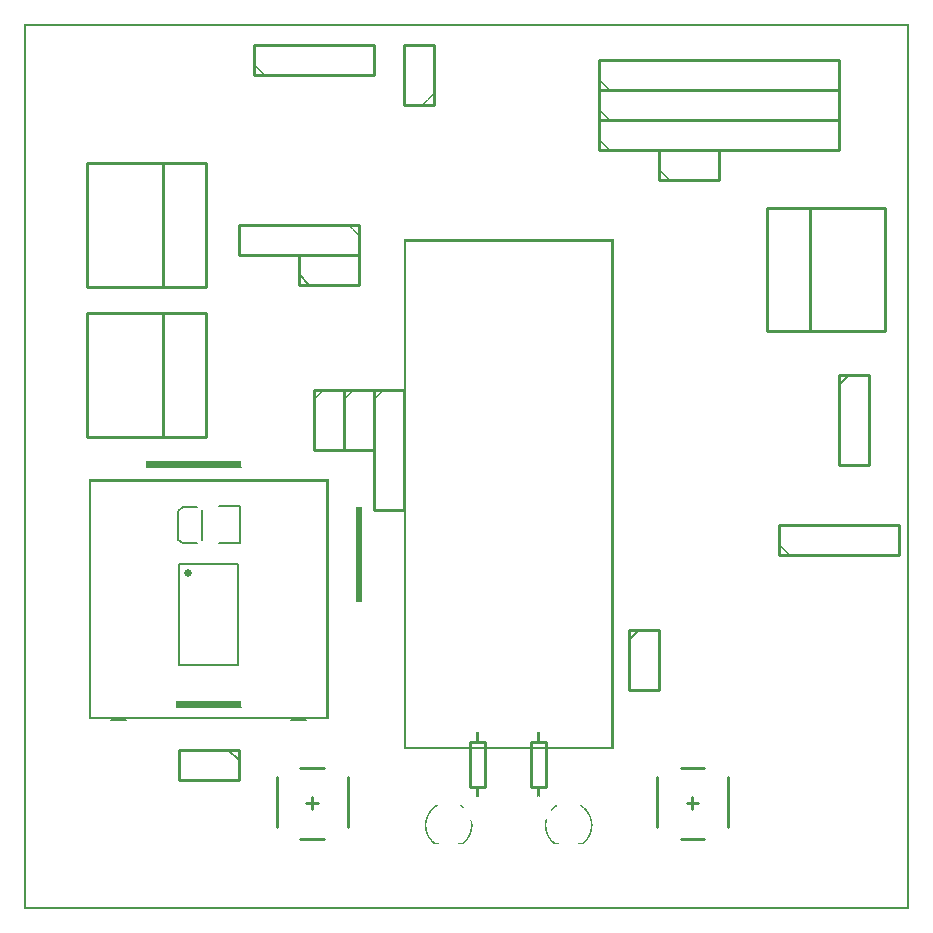
<source format=gbr>
%TF.GenerationSoftware,Novarm,DipTrace,3.2.0.0*%
%TF.CreationDate,2018-08-20T17:19:38+05:00*%
%FSLAX26Y26*%
%MOIN*%
%TF.FileFunction,Legend,Top*%
%TF.Part,Single*%
%ADD21C,0.008*%
%ADD22C,0.025567*%
%ADD23C,0.010417*%
%ADD24C,0.01*%
%ADD25C,0.005*%
G75*
G01*
%LPD*%
D22*
X547000Y1123000D3*
X652000Y1346000D2*
D21*
X719000D1*
Y1222000D1*
X652000D1*
X578000Y1344000D2*
X530000D1*
X515000Y1330000D1*
Y1234000D1*
X530000Y1222000D1*
X578000D1*
X530000D2*
X578000D1*
X593000Y1232000D2*
Y1334000D1*
X292000Y633000D2*
X342000D1*
X292000Y1433000D2*
X342000D1*
X942000D2*
X892000D1*
X942000Y633000D2*
X892000D1*
X715000Y1151000D2*
Y816000D1*
X518000D1*
Y1151000D1*
X715000D1*
X212000Y2488000D2*
D23*
Y2077000D1*
X608000D1*
Y2488000D1*
X212000D1*
X465000Y2077000D2*
Y2488000D1*
X212000Y1988000D2*
Y1577000D1*
X608000D1*
Y1988000D1*
X212000D1*
X465000Y1577000D2*
Y1988000D1*
X2872000Y1928000D2*
Y2339000D1*
X2476000D1*
Y1928000D1*
X2872000D1*
X2619000Y2339000D2*
Y1928000D1*
X1117000Y2283000D2*
D24*
X717000D1*
Y2183000D1*
X1117000D1*
Y2283000D1*
X717000Y533000D2*
X517000D1*
Y433000D1*
X717000D1*
Y533000D1*
X682000D2*
D25*
X717000Y498000D1*
X2717000Y1783000D2*
D24*
Y1483000D1*
X2817000D1*
Y1783000D1*
X2717000D1*
Y1748000D2*
D25*
X2752000Y1783000D1*
X1917000Y2533000D2*
D24*
X2717000D1*
Y2633000D1*
X1917000D1*
Y2533000D1*
Y2633000D2*
X2717000D1*
Y2733000D1*
X1917000D1*
Y2633000D1*
Y2733000D2*
X2717000D1*
Y2833000D1*
X1917000D1*
Y2733000D1*
X2017000Y933000D2*
Y733000D1*
X2117000D1*
Y933000D1*
X2017000D1*
Y898000D2*
D25*
X2052000Y933000D1*
X921000Y473000D2*
D24*
X1000000D1*
X843000Y276000D2*
Y444000D1*
X1079000Y276000D2*
Y444000D1*
X921000Y237000D2*
X1000000D1*
X941000Y355000D2*
X980000D1*
X961000Y375000D2*
Y336000D1*
X2189000Y473000D2*
X2268000D1*
X2110000Y276000D2*
Y444000D1*
X2346000Y276000D2*
Y444000D1*
X2189000Y237000D2*
X2268000D1*
X2209000Y355000D2*
X2248000D1*
X2228000Y375000D2*
Y336000D1*
X1167000Y1733000D2*
Y1333000D1*
X1267000D1*
Y1733000D1*
X1167000D1*
X967000D2*
Y1533000D1*
X1067000D1*
Y1733000D1*
X967000D1*
X1067000D2*
Y1533000D1*
X1167000D1*
Y1733000D1*
X1067000D1*
X2517000Y1183000D2*
X2917000D1*
Y1283000D1*
X2517000D1*
Y1183000D1*
X1692000Y408000D2*
Y558000D1*
X1742000D1*
Y408000D1*
X1692000D1*
X1487000D2*
Y558000D1*
X1537000D1*
Y408000D1*
X1487000D1*
X2117000Y2433000D2*
X2317000D1*
Y2533000D1*
X2117000D1*
Y2433000D1*
X917000Y2083000D2*
X1117000D1*
Y2183000D1*
X917000D1*
Y2083000D1*
X952000D2*
D25*
X917000Y2118000D1*
X767000Y2783000D2*
D24*
X1167000D1*
Y2883000D1*
X767000D1*
Y2783000D1*
X1367000Y2683000D2*
Y2883000D1*
X1267000D1*
Y2683000D1*
X1367000D1*
G36*
X-500Y2953500D2*
X2951500D1*
Y2952500D1*
X-500D1*
Y2953500D1*
G37*
G36*
Y2952500D2*
X2951500D1*
Y2951500D1*
X-500D1*
Y2952500D1*
G37*
G36*
Y2951500D2*
X2951500D1*
Y2950500D1*
X-500D1*
Y2951500D1*
G37*
G36*
Y2950500D2*
X2951500D1*
Y2949500D1*
X-500D1*
Y2950500D1*
G37*
G36*
Y2949500D2*
X2951500D1*
Y2948500D1*
X-500D1*
Y2949500D1*
G37*
G36*
Y2948500D2*
X2951500D1*
Y2947500D1*
X-500D1*
Y2948500D1*
G37*
G36*
Y2947500D2*
X2951500D1*
Y2946500D1*
X-500D1*
Y2947500D1*
G37*
G36*
Y2946500D2*
X2951500D1*
Y2945500D1*
X-500D1*
Y2946500D1*
G37*
G36*
Y2945500D2*
X7500D1*
Y2944500D1*
X-500D1*
Y2945500D1*
G37*
G36*
X2943500D2*
X2951500D1*
Y2944500D1*
X2943500D1*
Y2945500D1*
G37*
G36*
X-500Y2944500D2*
X7500D1*
Y2943500D1*
X-500D1*
Y2944500D1*
G37*
G36*
X2943500D2*
X2951500D1*
Y2943500D1*
X2943500D1*
Y2944500D1*
G37*
G36*
X-500Y2943500D2*
X7500D1*
Y2942500D1*
X-500D1*
Y2943500D1*
G37*
G36*
X2943500D2*
X2951500D1*
Y2942500D1*
X2943500D1*
Y2943500D1*
G37*
G36*
X-500Y2942500D2*
X7500D1*
Y2941500D1*
X-500D1*
Y2942500D1*
G37*
G36*
X2943500D2*
X2951500D1*
Y2941500D1*
X2943500D1*
Y2942500D1*
G37*
G36*
X-500Y2941500D2*
X7500D1*
Y2940500D1*
X-500D1*
Y2941500D1*
G37*
G36*
X2943500D2*
X2951500D1*
Y2940500D1*
X2943500D1*
Y2941500D1*
G37*
G36*
X-500Y2940500D2*
X7500D1*
Y2939500D1*
X-500D1*
Y2940500D1*
G37*
G36*
X2943500D2*
X2951500D1*
Y2939500D1*
X2943500D1*
Y2940500D1*
G37*
G36*
X-500Y2939500D2*
X7500D1*
Y2938500D1*
X-500D1*
Y2939500D1*
G37*
G36*
X2943500D2*
X2951500D1*
Y2938500D1*
X2943500D1*
Y2939500D1*
G37*
G36*
X-500Y2938500D2*
X7500D1*
Y2937500D1*
X-500D1*
Y2938500D1*
G37*
G36*
X2943500D2*
X2951500D1*
Y2937500D1*
X2943500D1*
Y2938500D1*
G37*
G36*
X-500Y2937500D2*
X7500D1*
Y2936500D1*
X-500D1*
Y2937500D1*
G37*
G36*
X2943500D2*
X2951500D1*
Y2936500D1*
X2943500D1*
Y2937500D1*
G37*
G36*
X-500Y2936500D2*
X7500D1*
Y2935500D1*
X-500D1*
Y2936500D1*
G37*
G36*
X2943500D2*
X2951500D1*
Y2935500D1*
X2943500D1*
Y2936500D1*
G37*
G36*
X-500Y2935500D2*
X7500D1*
Y2934500D1*
X-500D1*
Y2935500D1*
G37*
G36*
X2943500D2*
X2951500D1*
Y2934500D1*
X2943500D1*
Y2935500D1*
G37*
G36*
X-500Y2934500D2*
X7500D1*
Y2933500D1*
X-500D1*
Y2934500D1*
G37*
G36*
X2943500D2*
X2951500D1*
Y2933500D1*
X2943500D1*
Y2934500D1*
G37*
G36*
X-500Y2933500D2*
X7500D1*
Y2932500D1*
X-500D1*
Y2933500D1*
G37*
G36*
X2943500D2*
X2951500D1*
Y2932500D1*
X2943500D1*
Y2933500D1*
G37*
G36*
X-500Y2932500D2*
X7500D1*
Y2931500D1*
X-500D1*
Y2932500D1*
G37*
G36*
X2943500D2*
X2951500D1*
Y2931500D1*
X2943500D1*
Y2932500D1*
G37*
G36*
X-500Y2931500D2*
X7500D1*
Y2930500D1*
X-500D1*
Y2931500D1*
G37*
G36*
X2943500D2*
X2951500D1*
Y2930500D1*
X2943500D1*
Y2931500D1*
G37*
G36*
X-500Y2930500D2*
X7500D1*
Y2929500D1*
X-500D1*
Y2930500D1*
G37*
G36*
X2943500D2*
X2951500D1*
Y2929500D1*
X2943500D1*
Y2930500D1*
G37*
G36*
X-500Y2929500D2*
X7500D1*
Y2928500D1*
X-500D1*
Y2929500D1*
G37*
G36*
X2943500D2*
X2951500D1*
Y2928500D1*
X2943500D1*
Y2929500D1*
G37*
G36*
X-500Y2928500D2*
X7500D1*
Y2927500D1*
X-500D1*
Y2928500D1*
G37*
G36*
X2943500D2*
X2951500D1*
Y2927500D1*
X2943500D1*
Y2928500D1*
G37*
G36*
X-500Y2927500D2*
X7500D1*
Y2926500D1*
X-500D1*
Y2927500D1*
G37*
G36*
X2943500D2*
X2951500D1*
Y2926500D1*
X2943500D1*
Y2927500D1*
G37*
G36*
X-500Y2926500D2*
X7500D1*
Y2925500D1*
X-500D1*
Y2926500D1*
G37*
G36*
X2943500D2*
X2951500D1*
Y2925500D1*
X2943500D1*
Y2926500D1*
G37*
G36*
X-500Y2925500D2*
X7500D1*
Y2924500D1*
X-500D1*
Y2925500D1*
G37*
G36*
X2943500D2*
X2951500D1*
Y2924500D1*
X2943500D1*
Y2925500D1*
G37*
G36*
X-500Y2924500D2*
X7500D1*
Y2923500D1*
X-500D1*
Y2924500D1*
G37*
G36*
X2943500D2*
X2951500D1*
Y2923500D1*
X2943500D1*
Y2924500D1*
G37*
G36*
X-500Y2923500D2*
X7500D1*
Y2922500D1*
X-500D1*
Y2923500D1*
G37*
G36*
X2943500D2*
X2951500D1*
Y2922500D1*
X2943500D1*
Y2923500D1*
G37*
G36*
X-500Y2922500D2*
X7500D1*
Y2921500D1*
X-500D1*
Y2922500D1*
G37*
G36*
X2943500D2*
X2951500D1*
Y2921500D1*
X2943500D1*
Y2922500D1*
G37*
G36*
X-500Y2921500D2*
X7500D1*
Y2920500D1*
X-500D1*
Y2921500D1*
G37*
G36*
X2943500D2*
X2951500D1*
Y2920500D1*
X2943500D1*
Y2921500D1*
G37*
G36*
X-500Y2920500D2*
X7500D1*
Y2919500D1*
X-500D1*
Y2920500D1*
G37*
G36*
X2943500D2*
X2951500D1*
Y2919500D1*
X2943500D1*
Y2920500D1*
G37*
G36*
X-500Y2919500D2*
X7500D1*
Y2918500D1*
X-500D1*
Y2919500D1*
G37*
G36*
X2943500D2*
X2951500D1*
Y2918500D1*
X2943500D1*
Y2919500D1*
G37*
G36*
X-500Y2918500D2*
X7500D1*
Y2917500D1*
X-500D1*
Y2918500D1*
G37*
G36*
X2943500D2*
X2951500D1*
Y2917500D1*
X2943500D1*
Y2918500D1*
G37*
G36*
X-500Y2917500D2*
X7500D1*
Y2916500D1*
X-500D1*
Y2917500D1*
G37*
G36*
X2943500D2*
X2951500D1*
Y2916500D1*
X2943500D1*
Y2917500D1*
G37*
G36*
X-500Y2916500D2*
X7500D1*
Y2915500D1*
X-500D1*
Y2916500D1*
G37*
G36*
X2943500D2*
X2951500D1*
Y2915500D1*
X2943500D1*
Y2916500D1*
G37*
G36*
X-500Y2915500D2*
X7500D1*
Y2914500D1*
X-500D1*
Y2915500D1*
G37*
G36*
X2943500D2*
X2951500D1*
Y2914500D1*
X2943500D1*
Y2915500D1*
G37*
G36*
X-500Y2914500D2*
X7500D1*
Y2913500D1*
X-500D1*
Y2914500D1*
G37*
G36*
X2943500D2*
X2951500D1*
Y2913500D1*
X2943500D1*
Y2914500D1*
G37*
G36*
X-500Y2913500D2*
X7500D1*
Y2912500D1*
X-500D1*
Y2913500D1*
G37*
G36*
X2943500D2*
X2951500D1*
Y2912500D1*
X2943500D1*
Y2913500D1*
G37*
G36*
X-500Y2912500D2*
X7500D1*
Y2911500D1*
X-500D1*
Y2912500D1*
G37*
G36*
X2943500D2*
X2951500D1*
Y2911500D1*
X2943500D1*
Y2912500D1*
G37*
G36*
X-500Y2911500D2*
X7500D1*
Y2910500D1*
X-500D1*
Y2911500D1*
G37*
G36*
X2943500D2*
X2951500D1*
Y2910500D1*
X2943500D1*
Y2911500D1*
G37*
G36*
X-500Y2910500D2*
X7500D1*
Y2909500D1*
X-500D1*
Y2910500D1*
G37*
G36*
X2943500D2*
X2951500D1*
Y2909500D1*
X2943500D1*
Y2910500D1*
G37*
G36*
X-500Y2909500D2*
X7500D1*
Y2908500D1*
X-500D1*
Y2909500D1*
G37*
G36*
X2943500D2*
X2951500D1*
Y2908500D1*
X2943500D1*
Y2909500D1*
G37*
G36*
X-500Y2908500D2*
X7500D1*
Y2907500D1*
X-500D1*
Y2908500D1*
G37*
G36*
X2943500D2*
X2951500D1*
Y2907500D1*
X2943500D1*
Y2908500D1*
G37*
G36*
X-500Y2907500D2*
X7500D1*
Y2906500D1*
X-500D1*
Y2907500D1*
G37*
G36*
X2943500D2*
X2951500D1*
Y2906500D1*
X2943500D1*
Y2907500D1*
G37*
G36*
X-500Y2906500D2*
X7500D1*
Y2905500D1*
X-500D1*
Y2906500D1*
G37*
G36*
X2943500D2*
X2951500D1*
Y2905500D1*
X2943500D1*
Y2906500D1*
G37*
G36*
X-500Y2905500D2*
X7500D1*
Y2904500D1*
X-500D1*
Y2905500D1*
G37*
G36*
X2943500D2*
X2951500D1*
Y2904500D1*
X2943500D1*
Y2905500D1*
G37*
G36*
X-500Y2904500D2*
X7500D1*
Y2903500D1*
X-500D1*
Y2904500D1*
G37*
G36*
X2943500D2*
X2951500D1*
Y2903500D1*
X2943500D1*
Y2904500D1*
G37*
G36*
X-500Y2903500D2*
X7500D1*
Y2902500D1*
X-500D1*
Y2903500D1*
G37*
G36*
X2943500D2*
X2951500D1*
Y2902500D1*
X2943500D1*
Y2903500D1*
G37*
G36*
X-500Y2902500D2*
X7500D1*
Y2901500D1*
X-500D1*
Y2902500D1*
G37*
G36*
X2943500D2*
X2951500D1*
Y2901500D1*
X2943500D1*
Y2902500D1*
G37*
G36*
X-500Y2901500D2*
X7500D1*
Y2900500D1*
X-500D1*
Y2901500D1*
G37*
G36*
X2943500D2*
X2951500D1*
Y2900500D1*
X2943500D1*
Y2901500D1*
G37*
G36*
X-500Y2900500D2*
X7500D1*
Y2899500D1*
X-500D1*
Y2900500D1*
G37*
G36*
X2943500D2*
X2951500D1*
Y2899500D1*
X2943500D1*
Y2900500D1*
G37*
G36*
X-500Y2899500D2*
X7500D1*
Y2898500D1*
X-500D1*
Y2899500D1*
G37*
G36*
X2943500D2*
X2951500D1*
Y2898500D1*
X2943500D1*
Y2899500D1*
G37*
G36*
X-500Y2898500D2*
X7500D1*
Y2897500D1*
X-500D1*
Y2898500D1*
G37*
G36*
X2943500D2*
X2951500D1*
Y2897500D1*
X2943500D1*
Y2898500D1*
G37*
G36*
X-500Y2897500D2*
X7500D1*
Y2896500D1*
X-500D1*
Y2897500D1*
G37*
G36*
X2943500D2*
X2951500D1*
Y2896500D1*
X2943500D1*
Y2897500D1*
G37*
G36*
X-500Y2896500D2*
X7500D1*
Y2895500D1*
X-500D1*
Y2896500D1*
G37*
G36*
X2943500D2*
X2951500D1*
Y2895500D1*
X2943500D1*
Y2896500D1*
G37*
G36*
X-500Y2895500D2*
X7500D1*
Y2894500D1*
X-500D1*
Y2895500D1*
G37*
G36*
X2943500D2*
X2951500D1*
Y2894500D1*
X2943500D1*
Y2895500D1*
G37*
G36*
X-500Y2894500D2*
X7500D1*
Y2893500D1*
X-500D1*
Y2894500D1*
G37*
G36*
X2943500D2*
X2951500D1*
Y2893500D1*
X2943500D1*
Y2894500D1*
G37*
G36*
X-500Y2893500D2*
X7500D1*
Y2892500D1*
X-500D1*
Y2893500D1*
G37*
G36*
X2943500D2*
X2951500D1*
Y2892500D1*
X2943500D1*
Y2893500D1*
G37*
G36*
X-500Y2892500D2*
X7500D1*
Y2891500D1*
X-500D1*
Y2892500D1*
G37*
G36*
X2943500D2*
X2951500D1*
Y2891500D1*
X2943500D1*
Y2892500D1*
G37*
G36*
X-500Y2891500D2*
X7500D1*
Y2890500D1*
X-500D1*
Y2891500D1*
G37*
G36*
X2943500D2*
X2951500D1*
Y2890500D1*
X2943500D1*
Y2891500D1*
G37*
G36*
X-500Y2890500D2*
X7500D1*
Y2889500D1*
X-500D1*
Y2890500D1*
G37*
G36*
X2943500D2*
X2951500D1*
Y2889500D1*
X2943500D1*
Y2890500D1*
G37*
G36*
X-500Y2889500D2*
X7500D1*
Y2888500D1*
X-500D1*
Y2889500D1*
G37*
G36*
X2943500D2*
X2951500D1*
Y2888500D1*
X2943500D1*
Y2889500D1*
G37*
G36*
X-500Y2888500D2*
X7500D1*
Y2887500D1*
X-500D1*
Y2888500D1*
G37*
G36*
X2943500D2*
X2951500D1*
Y2887500D1*
X2943500D1*
Y2888500D1*
G37*
G36*
X-500Y2887500D2*
X7500D1*
Y2886500D1*
X-500D1*
Y2887500D1*
G37*
G36*
X2943500D2*
X2951500D1*
Y2886500D1*
X2943500D1*
Y2887500D1*
G37*
G36*
X-500Y2886500D2*
X7500D1*
Y2885500D1*
X-500D1*
Y2886500D1*
G37*
G36*
X2943500D2*
X2951500D1*
Y2885500D1*
X2943500D1*
Y2886500D1*
G37*
G36*
X-500Y2885500D2*
X7500D1*
Y2884500D1*
X-500D1*
Y2885500D1*
G37*
G36*
X2943500D2*
X2951500D1*
Y2884500D1*
X2943500D1*
Y2885500D1*
G37*
G36*
X-500Y2884500D2*
X7500D1*
Y2883500D1*
X-500D1*
Y2884500D1*
G37*
G36*
X2943500D2*
X2951500D1*
Y2883500D1*
X2943500D1*
Y2884500D1*
G37*
G36*
X-500Y2883500D2*
X7500D1*
Y2882500D1*
X-500D1*
Y2883500D1*
G37*
G36*
X2943500D2*
X2951500D1*
Y2882500D1*
X2943500D1*
Y2883500D1*
G37*
G36*
X-500Y2882500D2*
X7500D1*
Y2881500D1*
X-500D1*
Y2882500D1*
G37*
G36*
X2943500D2*
X2951500D1*
Y2881500D1*
X2943500D1*
Y2882500D1*
G37*
G36*
X-500Y2881500D2*
X7500D1*
Y2880500D1*
X-500D1*
Y2881500D1*
G37*
G36*
X2943500D2*
X2951500D1*
Y2880500D1*
X2943500D1*
Y2881500D1*
G37*
G36*
X-500Y2880500D2*
X7500D1*
Y2879500D1*
X-500D1*
Y2880500D1*
G37*
G36*
X2943500D2*
X2951500D1*
Y2879500D1*
X2943500D1*
Y2880500D1*
G37*
G36*
X-500Y2879500D2*
X7500D1*
Y2878500D1*
X-500D1*
Y2879500D1*
G37*
G36*
X2943500D2*
X2951500D1*
Y2878500D1*
X2943500D1*
Y2879500D1*
G37*
G36*
X-500Y2878500D2*
X7500D1*
Y2877500D1*
X-500D1*
Y2878500D1*
G37*
G36*
X2943500D2*
X2951500D1*
Y2877500D1*
X2943500D1*
Y2878500D1*
G37*
G36*
X-500Y2877500D2*
X7500D1*
Y2876500D1*
X-500D1*
Y2877500D1*
G37*
G36*
X2943500D2*
X2951500D1*
Y2876500D1*
X2943500D1*
Y2877500D1*
G37*
G36*
X-500Y2876500D2*
X7500D1*
Y2875500D1*
X-500D1*
Y2876500D1*
G37*
G36*
X2943500D2*
X2951500D1*
Y2875500D1*
X2943500D1*
Y2876500D1*
G37*
G36*
X-500Y2875500D2*
X7500D1*
Y2874500D1*
X-500D1*
Y2875500D1*
G37*
G36*
X2943500D2*
X2951500D1*
Y2874500D1*
X2943500D1*
Y2875500D1*
G37*
G36*
X-500Y2874500D2*
X7500D1*
Y2873500D1*
X-500D1*
Y2874500D1*
G37*
G36*
X2943500D2*
X2951500D1*
Y2873500D1*
X2943500D1*
Y2874500D1*
G37*
G36*
X-500Y2873500D2*
X7500D1*
Y2872500D1*
X-500D1*
Y2873500D1*
G37*
G36*
X2943500D2*
X2951500D1*
Y2872500D1*
X2943500D1*
Y2873500D1*
G37*
G36*
X-500Y2872500D2*
X7500D1*
Y2871500D1*
X-500D1*
Y2872500D1*
G37*
G36*
X2943500D2*
X2951500D1*
Y2871500D1*
X2943500D1*
Y2872500D1*
G37*
G36*
X-500Y2871500D2*
X7500D1*
Y2870500D1*
X-500D1*
Y2871500D1*
G37*
G36*
X2943500D2*
X2951500D1*
Y2870500D1*
X2943500D1*
Y2871500D1*
G37*
G36*
X-500Y2870500D2*
X7500D1*
Y2869500D1*
X-500D1*
Y2870500D1*
G37*
G36*
X2943500D2*
X2951500D1*
Y2869500D1*
X2943500D1*
Y2870500D1*
G37*
G36*
X-500Y2869500D2*
X7500D1*
Y2868500D1*
X-500D1*
Y2869500D1*
G37*
G36*
X2943500D2*
X2951500D1*
Y2868500D1*
X2943500D1*
Y2869500D1*
G37*
G36*
X-500Y2868500D2*
X7500D1*
Y2867500D1*
X-500D1*
Y2868500D1*
G37*
G36*
X2943500D2*
X2951500D1*
Y2867500D1*
X2943500D1*
Y2868500D1*
G37*
G36*
X-500Y2867500D2*
X7500D1*
Y2866500D1*
X-500D1*
Y2867500D1*
G37*
G36*
X2943500D2*
X2951500D1*
Y2866500D1*
X2943500D1*
Y2867500D1*
G37*
G36*
X-500Y2866500D2*
X7500D1*
Y2865500D1*
X-500D1*
Y2866500D1*
G37*
G36*
X2943500D2*
X2951500D1*
Y2865500D1*
X2943500D1*
Y2866500D1*
G37*
G36*
X-500Y2865500D2*
X7500D1*
Y2864500D1*
X-500D1*
Y2865500D1*
G37*
G36*
X2943500D2*
X2951500D1*
Y2864500D1*
X2943500D1*
Y2865500D1*
G37*
G36*
X-500Y2864500D2*
X7500D1*
Y2863500D1*
X-500D1*
Y2864500D1*
G37*
G36*
X2943500D2*
X2951500D1*
Y2863500D1*
X2943500D1*
Y2864500D1*
G37*
G36*
X-500Y2863500D2*
X7500D1*
Y2862500D1*
X-500D1*
Y2863500D1*
G37*
G36*
X2943500D2*
X2951500D1*
Y2862500D1*
X2943500D1*
Y2863500D1*
G37*
G36*
X-500Y2862500D2*
X7500D1*
Y2861500D1*
X-500D1*
Y2862500D1*
G37*
G36*
X2943500D2*
X2951500D1*
Y2861500D1*
X2943500D1*
Y2862500D1*
G37*
G36*
X-500Y2861500D2*
X7500D1*
Y2860500D1*
X-500D1*
Y2861500D1*
G37*
G36*
X2943500D2*
X2951500D1*
Y2860500D1*
X2943500D1*
Y2861500D1*
G37*
G36*
X-500Y2860500D2*
X7500D1*
Y2859500D1*
X-500D1*
Y2860500D1*
G37*
G36*
X2943500D2*
X2951500D1*
Y2859500D1*
X2943500D1*
Y2860500D1*
G37*
G36*
X-500Y2859500D2*
X7500D1*
Y2858500D1*
X-500D1*
Y2859500D1*
G37*
G36*
X2943500D2*
X2951500D1*
Y2858500D1*
X2943500D1*
Y2859500D1*
G37*
G36*
X-500Y2858500D2*
X7500D1*
Y2857500D1*
X-500D1*
Y2858500D1*
G37*
G36*
X2943500D2*
X2951500D1*
Y2857500D1*
X2943500D1*
Y2858500D1*
G37*
G36*
X-500Y2857500D2*
X7500D1*
Y2856500D1*
X-500D1*
Y2857500D1*
G37*
G36*
X2943500D2*
X2951500D1*
Y2856500D1*
X2943500D1*
Y2857500D1*
G37*
G36*
X-500Y2856500D2*
X7500D1*
Y2855500D1*
X-500D1*
Y2856500D1*
G37*
G36*
X2943500D2*
X2951500D1*
Y2855500D1*
X2943500D1*
Y2856500D1*
G37*
G36*
X-500Y2855500D2*
X7500D1*
Y2854500D1*
X-500D1*
Y2855500D1*
G37*
G36*
X2943500D2*
X2951500D1*
Y2854500D1*
X2943500D1*
Y2855500D1*
G37*
G36*
X-500Y2854500D2*
X7500D1*
Y2853500D1*
X-500D1*
Y2854500D1*
G37*
G36*
X2943500D2*
X2951500D1*
Y2853500D1*
X2943500D1*
Y2854500D1*
G37*
G36*
X-500Y2853500D2*
X7500D1*
Y2852500D1*
X-500D1*
Y2853500D1*
G37*
G36*
X2943500D2*
X2951500D1*
Y2852500D1*
X2943500D1*
Y2853500D1*
G37*
G36*
X-500Y2852500D2*
X7500D1*
Y2851500D1*
X-500D1*
Y2852500D1*
G37*
G36*
X2943500D2*
X2951500D1*
Y2851500D1*
X2943500D1*
Y2852500D1*
G37*
G36*
X-500Y2851500D2*
X7500D1*
Y2850500D1*
X-500D1*
Y2851500D1*
G37*
G36*
X2943500D2*
X2951500D1*
Y2850500D1*
X2943500D1*
Y2851500D1*
G37*
G36*
X-500Y2850500D2*
X7500D1*
Y2849500D1*
X-500D1*
Y2850500D1*
G37*
G36*
X2943500D2*
X2951500D1*
Y2849500D1*
X2943500D1*
Y2850500D1*
G37*
G36*
X-500Y2849500D2*
X7500D1*
Y2848500D1*
X-500D1*
Y2849500D1*
G37*
G36*
X2943500D2*
X2951500D1*
Y2848500D1*
X2943500D1*
Y2849500D1*
G37*
G36*
X-500Y2848500D2*
X7500D1*
Y2847500D1*
X-500D1*
Y2848500D1*
G37*
G36*
X2943500D2*
X2951500D1*
Y2847500D1*
X2943500D1*
Y2848500D1*
G37*
G36*
X-500Y2847500D2*
X7500D1*
Y2846500D1*
X-500D1*
Y2847500D1*
G37*
G36*
X2943500D2*
X2951500D1*
Y2846500D1*
X2943500D1*
Y2847500D1*
G37*
G36*
X-500Y2846500D2*
X7500D1*
Y2845500D1*
X-500D1*
Y2846500D1*
G37*
G36*
X2943500D2*
X2951500D1*
Y2845500D1*
X2943500D1*
Y2846500D1*
G37*
G36*
X-500Y2845500D2*
X7500D1*
Y2844500D1*
X-500D1*
Y2845500D1*
G37*
G36*
X2943500D2*
X2951500D1*
Y2844500D1*
X2943500D1*
Y2845500D1*
G37*
G36*
X-500Y2844500D2*
X7500D1*
Y2843500D1*
X-500D1*
Y2844500D1*
G37*
G36*
X2943500D2*
X2951500D1*
Y2843500D1*
X2943500D1*
Y2844500D1*
G37*
G36*
X-500Y2843500D2*
X7500D1*
Y2842500D1*
X-500D1*
Y2843500D1*
G37*
G36*
X2943500D2*
X2951500D1*
Y2842500D1*
X2943500D1*
Y2843500D1*
G37*
G36*
X-500Y2842500D2*
X7500D1*
Y2841500D1*
X-500D1*
Y2842500D1*
G37*
G36*
X2943500D2*
X2951500D1*
Y2841500D1*
X2943500D1*
Y2842500D1*
G37*
G36*
X-500Y2841500D2*
X7500D1*
Y2840500D1*
X-500D1*
Y2841500D1*
G37*
G36*
X2943500D2*
X2951500D1*
Y2840500D1*
X2943500D1*
Y2841500D1*
G37*
G36*
X-500Y2840500D2*
X7500D1*
Y2839500D1*
X-500D1*
Y2840500D1*
G37*
G36*
X2943500D2*
X2951500D1*
Y2839500D1*
X2943500D1*
Y2840500D1*
G37*
G36*
X-500Y2839500D2*
X7500D1*
Y2838500D1*
X-500D1*
Y2839500D1*
G37*
G36*
X2943500D2*
X2951500D1*
Y2838500D1*
X2943500D1*
Y2839500D1*
G37*
G36*
X-500Y2838500D2*
X7500D1*
Y2837500D1*
X-500D1*
Y2838500D1*
G37*
G36*
X2943500D2*
X2951500D1*
Y2837500D1*
X2943500D1*
Y2838500D1*
G37*
G36*
X-500Y2837500D2*
X7500D1*
Y2836500D1*
X-500D1*
Y2837500D1*
G37*
G36*
X2943500D2*
X2951500D1*
Y2836500D1*
X2943500D1*
Y2837500D1*
G37*
G36*
X-500Y2836500D2*
X7500D1*
Y2835500D1*
X-500D1*
Y2836500D1*
G37*
G36*
X2943500D2*
X2951500D1*
Y2835500D1*
X2943500D1*
Y2836500D1*
G37*
G36*
X-500Y2835500D2*
X7500D1*
Y2834500D1*
X-500D1*
Y2835500D1*
G37*
G36*
X2943500D2*
X2951500D1*
Y2834500D1*
X2943500D1*
Y2835500D1*
G37*
G36*
X-500Y2834500D2*
X7500D1*
Y2833500D1*
X-500D1*
Y2834500D1*
G37*
G36*
X2943500D2*
X2951500D1*
Y2833500D1*
X2943500D1*
Y2834500D1*
G37*
G36*
X-500Y2833500D2*
X7500D1*
Y2832500D1*
X-500D1*
Y2833500D1*
G37*
G36*
X2943500D2*
X2951500D1*
Y2832500D1*
X2943500D1*
Y2833500D1*
G37*
G36*
X-500Y2832500D2*
X7500D1*
Y2831500D1*
X-500D1*
Y2832500D1*
G37*
G36*
X2943500D2*
X2951500D1*
Y2831500D1*
X2943500D1*
Y2832500D1*
G37*
G36*
X-500Y2831500D2*
X7500D1*
Y2830500D1*
X-500D1*
Y2831500D1*
G37*
G36*
X2943500D2*
X2951500D1*
Y2830500D1*
X2943500D1*
Y2831500D1*
G37*
G36*
X-500Y2830500D2*
X7500D1*
Y2829500D1*
X-500D1*
Y2830500D1*
G37*
G36*
X2943500D2*
X2951500D1*
Y2829500D1*
X2943500D1*
Y2830500D1*
G37*
G36*
X-500Y2829500D2*
X7500D1*
Y2828500D1*
X-500D1*
Y2829500D1*
G37*
G36*
X2943500D2*
X2951500D1*
Y2828500D1*
X2943500D1*
Y2829500D1*
G37*
G36*
X-500Y2828500D2*
X7500D1*
Y2827500D1*
X-500D1*
Y2828500D1*
G37*
G36*
X2943500D2*
X2951500D1*
Y2827500D1*
X2943500D1*
Y2828500D1*
G37*
G36*
X-500Y2827500D2*
X7500D1*
Y2826500D1*
X-500D1*
Y2827500D1*
G37*
G36*
X2943500D2*
X2951500D1*
Y2826500D1*
X2943500D1*
Y2827500D1*
G37*
G36*
X-500Y2826500D2*
X7500D1*
Y2825500D1*
X-500D1*
Y2826500D1*
G37*
G36*
X2943500D2*
X2951500D1*
Y2825500D1*
X2943500D1*
Y2826500D1*
G37*
G36*
X-500Y2825500D2*
X7500D1*
Y2824500D1*
X-500D1*
Y2825500D1*
G37*
G36*
X2943500D2*
X2951500D1*
Y2824500D1*
X2943500D1*
Y2825500D1*
G37*
G36*
X-500Y2824500D2*
X7500D1*
Y2823500D1*
X-500D1*
Y2824500D1*
G37*
G36*
X2943500D2*
X2951500D1*
Y2823500D1*
X2943500D1*
Y2824500D1*
G37*
G36*
X-500Y2823500D2*
X7500D1*
Y2822500D1*
X-500D1*
Y2823500D1*
G37*
G36*
X2943500D2*
X2951500D1*
Y2822500D1*
X2943500D1*
Y2823500D1*
G37*
G36*
X-500Y2822500D2*
X7500D1*
Y2821500D1*
X-500D1*
Y2822500D1*
G37*
G36*
X2943500D2*
X2951500D1*
Y2821500D1*
X2943500D1*
Y2822500D1*
G37*
G36*
X-500Y2821500D2*
X7500D1*
Y2820500D1*
X-500D1*
Y2821500D1*
G37*
G36*
X2943500D2*
X2951500D1*
Y2820500D1*
X2943500D1*
Y2821500D1*
G37*
G36*
X-500Y2820500D2*
X7500D1*
Y2819500D1*
X-500D1*
Y2820500D1*
G37*
G36*
X767500Y2819500D2*
X768500D1*
Y2820500D1*
X767500D1*
Y2819500D1*
G37*
G36*
X2943500Y2820500D2*
X2951500D1*
Y2819500D1*
X2943500D1*
Y2820500D1*
G37*
G36*
X-500Y2819500D2*
X7500D1*
Y2818500D1*
X-500D1*
Y2819500D1*
G37*
G36*
X766500D2*
X769500D1*
Y2818500D1*
X766500D1*
Y2819500D1*
G37*
G36*
X2943500D2*
X2951500D1*
Y2818500D1*
X2943500D1*
Y2819500D1*
G37*
G36*
X-500Y2818500D2*
X7500D1*
Y2817500D1*
X-500D1*
Y2818500D1*
G37*
G36*
X765500D2*
X770500D1*
Y2817500D1*
X765500D1*
Y2818500D1*
G37*
G36*
X2943500D2*
X2951500D1*
Y2817500D1*
X2943500D1*
Y2818500D1*
G37*
G36*
X-500Y2817500D2*
X7500D1*
Y2816500D1*
X-500D1*
Y2817500D1*
G37*
G36*
X764500D2*
X771500D1*
Y2816500D1*
X764500D1*
Y2817500D1*
G37*
G36*
X2943500D2*
X2951500D1*
Y2816500D1*
X2943500D1*
Y2817500D1*
G37*
G36*
X-500Y2816500D2*
X7500D1*
Y2815500D1*
X-500D1*
Y2816500D1*
G37*
G36*
X765500D2*
X772500D1*
Y2815500D1*
X765500D1*
Y2816500D1*
G37*
G36*
X2943500D2*
X2951500D1*
Y2815500D1*
X2943500D1*
Y2816500D1*
G37*
G36*
X-500Y2815500D2*
X7500D1*
Y2814500D1*
X-500D1*
Y2815500D1*
G37*
G36*
X766500D2*
X773500D1*
Y2814500D1*
X766500D1*
Y2815500D1*
G37*
G36*
X2943500D2*
X2951500D1*
Y2814500D1*
X2943500D1*
Y2815500D1*
G37*
G36*
X-500Y2814500D2*
X7500D1*
Y2813500D1*
X-500D1*
Y2814500D1*
G37*
G36*
X767500D2*
X774500D1*
Y2813500D1*
X767500D1*
Y2814500D1*
G37*
G36*
X2943500D2*
X2951500D1*
Y2813500D1*
X2943500D1*
Y2814500D1*
G37*
G36*
X-500Y2813500D2*
X7500D1*
Y2812500D1*
X-500D1*
Y2813500D1*
G37*
G36*
X768500D2*
X775500D1*
Y2812500D1*
X768500D1*
Y2813500D1*
G37*
G36*
X2943500D2*
X2951500D1*
Y2812500D1*
X2943500D1*
Y2813500D1*
G37*
G36*
X-500Y2812500D2*
X7500D1*
Y2811500D1*
X-500D1*
Y2812500D1*
G37*
G36*
X769500D2*
X776500D1*
Y2811500D1*
X769500D1*
Y2812500D1*
G37*
G36*
X2943500D2*
X2951500D1*
Y2811500D1*
X2943500D1*
Y2812500D1*
G37*
G36*
X-500Y2811500D2*
X7500D1*
Y2810500D1*
X-500D1*
Y2811500D1*
G37*
G36*
X770500D2*
X777500D1*
Y2810500D1*
X770500D1*
Y2811500D1*
G37*
G36*
X2943500D2*
X2951500D1*
Y2810500D1*
X2943500D1*
Y2811500D1*
G37*
G36*
X-500Y2810500D2*
X7500D1*
Y2809500D1*
X-500D1*
Y2810500D1*
G37*
G36*
X771500D2*
X778500D1*
Y2809500D1*
X771500D1*
Y2810500D1*
G37*
G36*
X2943500D2*
X2951500D1*
Y2809500D1*
X2943500D1*
Y2810500D1*
G37*
G36*
X-500Y2809500D2*
X7500D1*
Y2808500D1*
X-500D1*
Y2809500D1*
G37*
G36*
X772500D2*
X779500D1*
Y2808500D1*
X772500D1*
Y2809500D1*
G37*
G36*
X2943500D2*
X2951500D1*
Y2808500D1*
X2943500D1*
Y2809500D1*
G37*
G36*
X-500Y2808500D2*
X7500D1*
Y2807500D1*
X-500D1*
Y2808500D1*
G37*
G36*
X773500D2*
X780500D1*
Y2807500D1*
X773500D1*
Y2808500D1*
G37*
G36*
X2943500D2*
X2951500D1*
Y2807500D1*
X2943500D1*
Y2808500D1*
G37*
G36*
X-500Y2807500D2*
X7500D1*
Y2806500D1*
X-500D1*
Y2807500D1*
G37*
G36*
X774500D2*
X781500D1*
Y2806500D1*
X774500D1*
Y2807500D1*
G37*
G36*
X2943500D2*
X2951500D1*
Y2806500D1*
X2943500D1*
Y2807500D1*
G37*
G36*
X-500Y2806500D2*
X7500D1*
Y2805500D1*
X-500D1*
Y2806500D1*
G37*
G36*
X775500D2*
X782500D1*
Y2805500D1*
X775500D1*
Y2806500D1*
G37*
G36*
X2943500D2*
X2951500D1*
Y2805500D1*
X2943500D1*
Y2806500D1*
G37*
G36*
X-500Y2805500D2*
X7500D1*
Y2804500D1*
X-500D1*
Y2805500D1*
G37*
G36*
X776500D2*
X783500D1*
Y2804500D1*
X776500D1*
Y2805500D1*
G37*
G36*
X2943500D2*
X2951500D1*
Y2804500D1*
X2943500D1*
Y2805500D1*
G37*
G36*
X-500Y2804500D2*
X7500D1*
Y2803500D1*
X-500D1*
Y2804500D1*
G37*
G36*
X777500D2*
X784500D1*
Y2803500D1*
X777500D1*
Y2804500D1*
G37*
G36*
X2943500D2*
X2951500D1*
Y2803500D1*
X2943500D1*
Y2804500D1*
G37*
G36*
X-500Y2803500D2*
X7500D1*
Y2802500D1*
X-500D1*
Y2803500D1*
G37*
G36*
X778500D2*
X784500D1*
Y2802500D1*
X778500D1*
Y2803500D1*
G37*
G36*
X2943500D2*
X2951500D1*
Y2802500D1*
X2943500D1*
Y2803500D1*
G37*
G36*
X-500Y2802500D2*
X7500D1*
Y2801500D1*
X-500D1*
Y2802500D1*
G37*
G36*
X779500D2*
X786500D1*
Y2801500D1*
X779500D1*
Y2802500D1*
G37*
G36*
X2943500D2*
X2951500D1*
Y2801500D1*
X2943500D1*
Y2802500D1*
G37*
G36*
X-500Y2801500D2*
X7500D1*
Y2800500D1*
X-500D1*
Y2801500D1*
G37*
G36*
X780500D2*
X787500D1*
Y2800500D1*
X780500D1*
Y2801500D1*
G37*
G36*
X2943500D2*
X2951500D1*
Y2800500D1*
X2943500D1*
Y2801500D1*
G37*
G36*
X-500Y2800500D2*
X7500D1*
Y2799500D1*
X-500D1*
Y2800500D1*
G37*
G36*
X781500D2*
X788500D1*
Y2799500D1*
X781500D1*
Y2800500D1*
G37*
G36*
X2943500D2*
X2951500D1*
Y2799500D1*
X2943500D1*
Y2800500D1*
G37*
G36*
X-500Y2799500D2*
X7500D1*
Y2798500D1*
X-500D1*
Y2799500D1*
G37*
G36*
X782500D2*
X789500D1*
Y2798500D1*
X782500D1*
Y2799500D1*
G37*
G36*
X2943500D2*
X2951500D1*
Y2798500D1*
X2943500D1*
Y2799500D1*
G37*
G36*
X-500Y2798500D2*
X7500D1*
Y2797500D1*
X-500D1*
Y2798500D1*
G37*
G36*
X783500D2*
X790500D1*
Y2797500D1*
X783500D1*
Y2798500D1*
G37*
G36*
X2943500D2*
X2951500D1*
Y2797500D1*
X2943500D1*
Y2798500D1*
G37*
G36*
X-500Y2797500D2*
X7500D1*
Y2796500D1*
X-500D1*
Y2797500D1*
G37*
G36*
X784500D2*
X791500D1*
Y2796500D1*
X784500D1*
Y2797500D1*
G37*
G36*
X2943500D2*
X2951500D1*
Y2796500D1*
X2943500D1*
Y2797500D1*
G37*
G36*
X-500Y2796500D2*
X7500D1*
Y2795500D1*
X-500D1*
Y2796500D1*
G37*
G36*
X785500D2*
X792500D1*
Y2795500D1*
X785500D1*
Y2796500D1*
G37*
G36*
X2943500D2*
X2951500D1*
Y2795500D1*
X2943500D1*
Y2796500D1*
G37*
G36*
X-500Y2795500D2*
X7500D1*
Y2794500D1*
X-500D1*
Y2795500D1*
G37*
G36*
X786500D2*
X793500D1*
Y2794500D1*
X786500D1*
Y2795500D1*
G37*
G36*
X2943500D2*
X2951500D1*
Y2794500D1*
X2943500D1*
Y2795500D1*
G37*
G36*
X-500Y2794500D2*
X7500D1*
Y2793500D1*
X-500D1*
Y2794500D1*
G37*
G36*
X787500D2*
X794500D1*
Y2793500D1*
X787500D1*
Y2794500D1*
G37*
G36*
X2943500D2*
X2951500D1*
Y2793500D1*
X2943500D1*
Y2794500D1*
G37*
G36*
X-500Y2793500D2*
X7500D1*
Y2792500D1*
X-500D1*
Y2793500D1*
G37*
G36*
X788500D2*
X795500D1*
Y2792500D1*
X788500D1*
Y2793500D1*
G37*
G36*
X2943500D2*
X2951500D1*
Y2792500D1*
X2943500D1*
Y2793500D1*
G37*
G36*
X-500Y2792500D2*
X7500D1*
Y2791500D1*
X-500D1*
Y2792500D1*
G37*
G36*
X789500D2*
X796500D1*
Y2791500D1*
X789500D1*
Y2792500D1*
G37*
G36*
X2943500D2*
X2951500D1*
Y2791500D1*
X2943500D1*
Y2792500D1*
G37*
G36*
X-500Y2791500D2*
X7500D1*
Y2790500D1*
X-500D1*
Y2791500D1*
G37*
G36*
X790500D2*
X797500D1*
Y2790500D1*
X790500D1*
Y2791500D1*
G37*
G36*
X2943500D2*
X2951500D1*
Y2790500D1*
X2943500D1*
Y2791500D1*
G37*
G36*
X-500Y2790500D2*
X7500D1*
Y2789500D1*
X-500D1*
Y2790500D1*
G37*
G36*
X791500D2*
X798500D1*
Y2789500D1*
X791500D1*
Y2790500D1*
G37*
G36*
X2943500D2*
X2951500D1*
Y2789500D1*
X2943500D1*
Y2790500D1*
G37*
G36*
X-500Y2789500D2*
X7500D1*
Y2788500D1*
X-500D1*
Y2789500D1*
G37*
G36*
X792500D2*
X799500D1*
Y2788500D1*
X792500D1*
Y2789500D1*
G37*
G36*
X2943500D2*
X2951500D1*
Y2788500D1*
X2943500D1*
Y2789500D1*
G37*
G36*
X-500Y2788500D2*
X7500D1*
Y2787500D1*
X-500D1*
Y2788500D1*
G37*
G36*
X793500D2*
X800500D1*
Y2787500D1*
X793500D1*
Y2788500D1*
G37*
G36*
X2943500D2*
X2951500D1*
Y2787500D1*
X2943500D1*
Y2788500D1*
G37*
G36*
X-500Y2787500D2*
X7500D1*
Y2786500D1*
X-500D1*
Y2787500D1*
G37*
G36*
X794500D2*
X801500D1*
Y2786500D1*
X794500D1*
Y2787500D1*
G37*
G36*
X2943500D2*
X2951500D1*
Y2786500D1*
X2943500D1*
Y2787500D1*
G37*
G36*
X-500Y2786500D2*
X7500D1*
Y2785500D1*
X-500D1*
Y2786500D1*
G37*
G36*
X795500D2*
X802500D1*
Y2785500D1*
X795500D1*
Y2786500D1*
G37*
G36*
X2943500D2*
X2951500D1*
Y2785500D1*
X2943500D1*
Y2786500D1*
G37*
G36*
X-500Y2785500D2*
X7500D1*
Y2784500D1*
X-500D1*
Y2785500D1*
G37*
G36*
X796500D2*
X802500D1*
Y2784500D1*
X796500D1*
Y2785500D1*
G37*
G36*
X2943500D2*
X2951500D1*
Y2784500D1*
X2943500D1*
Y2785500D1*
G37*
G36*
X-500Y2784500D2*
X7500D1*
Y2783500D1*
X-500D1*
Y2784500D1*
G37*
G36*
X797500D2*
X801500D1*
Y2783500D1*
X797500D1*
Y2784500D1*
G37*
G36*
X2943500D2*
X2951500D1*
Y2783500D1*
X2943500D1*
Y2784500D1*
G37*
G36*
X-500Y2783500D2*
X7500D1*
Y2782500D1*
X-500D1*
Y2783500D1*
G37*
G36*
X798500D2*
X800500D1*
Y2782500D1*
X798500D1*
Y2783500D1*
G37*
G36*
X2943500D2*
X2951500D1*
Y2782500D1*
X2943500D1*
Y2783500D1*
G37*
G36*
X-500Y2782500D2*
X7500D1*
Y2781500D1*
X-500D1*
Y2782500D1*
G37*
G36*
X2943500D2*
X2951500D1*
Y2781500D1*
X2943500D1*
Y2782500D1*
G37*
G36*
X-500Y2781500D2*
X7500D1*
Y2780500D1*
X-500D1*
Y2781500D1*
G37*
G36*
X2943500D2*
X2951500D1*
Y2780500D1*
X2943500D1*
Y2781500D1*
G37*
G36*
X-500Y2780500D2*
X7500D1*
Y2779500D1*
X-500D1*
Y2780500D1*
G37*
G36*
X2943500D2*
X2951500D1*
Y2779500D1*
X2943500D1*
Y2780500D1*
G37*
G36*
X-500Y2779500D2*
X7500D1*
Y2778500D1*
X-500D1*
Y2779500D1*
G37*
G36*
X2943500D2*
X2951500D1*
Y2778500D1*
X2943500D1*
Y2779500D1*
G37*
G36*
X-500Y2778500D2*
X7500D1*
Y2777500D1*
X-500D1*
Y2778500D1*
G37*
G36*
X2943500D2*
X2951500D1*
Y2777500D1*
X2943500D1*
Y2778500D1*
G37*
G36*
X-500Y2777500D2*
X7500D1*
Y2776500D1*
X-500D1*
Y2777500D1*
G37*
G36*
X2943500D2*
X2951500D1*
Y2776500D1*
X2943500D1*
Y2777500D1*
G37*
G36*
X-500Y2776500D2*
X7500D1*
Y2775500D1*
X-500D1*
Y2776500D1*
G37*
G36*
X2943500D2*
X2951500D1*
Y2775500D1*
X2943500D1*
Y2776500D1*
G37*
G36*
X-500Y2775500D2*
X7500D1*
Y2774500D1*
X-500D1*
Y2775500D1*
G37*
G36*
X2943500D2*
X2951500D1*
Y2774500D1*
X2943500D1*
Y2775500D1*
G37*
G36*
X-500Y2774500D2*
X7500D1*
Y2773500D1*
X-500D1*
Y2774500D1*
G37*
G36*
X2943500D2*
X2951500D1*
Y2773500D1*
X2943500D1*
Y2774500D1*
G37*
G36*
X-500Y2773500D2*
X7500D1*
Y2772500D1*
X-500D1*
Y2773500D1*
G37*
G36*
X2943500D2*
X2951500D1*
Y2772500D1*
X2943500D1*
Y2773500D1*
G37*
G36*
X-500Y2772500D2*
X7500D1*
Y2771500D1*
X-500D1*
Y2772500D1*
G37*
G36*
X2943500D2*
X2951500D1*
Y2771500D1*
X2943500D1*
Y2772500D1*
G37*
G36*
X-500Y2771500D2*
X7500D1*
Y2770500D1*
X-500D1*
Y2771500D1*
G37*
G36*
X2943500D2*
X2951500D1*
Y2770500D1*
X2943500D1*
Y2771500D1*
G37*
G36*
X-500Y2770500D2*
X7500D1*
Y2769500D1*
X-500D1*
Y2770500D1*
G37*
G36*
X1916500D2*
X1918500D1*
Y2769500D1*
X1916500D1*
Y2770500D1*
G37*
G36*
X2943500D2*
X2951500D1*
Y2769500D1*
X2943500D1*
Y2770500D1*
G37*
G36*
X-500Y2769500D2*
X7500D1*
Y2768500D1*
X-500D1*
Y2769500D1*
G37*
G36*
X1915500D2*
X1919500D1*
Y2768500D1*
X1915500D1*
Y2769500D1*
G37*
G36*
X2943500D2*
X2951500D1*
Y2768500D1*
X2943500D1*
Y2769500D1*
G37*
G36*
X-500Y2768500D2*
X7500D1*
Y2767500D1*
X-500D1*
Y2768500D1*
G37*
G36*
X1914500D2*
X1920500D1*
Y2767500D1*
X1914500D1*
Y2768500D1*
G37*
G36*
X2943500D2*
X2951500D1*
Y2767500D1*
X2943500D1*
Y2768500D1*
G37*
G36*
X-500Y2767500D2*
X7500D1*
Y2766500D1*
X-500D1*
Y2767500D1*
G37*
G36*
X1914500D2*
X1921500D1*
Y2766500D1*
X1914500D1*
Y2767500D1*
G37*
G36*
X2943500D2*
X2951500D1*
Y2766500D1*
X2943500D1*
Y2767500D1*
G37*
G36*
X-500Y2766500D2*
X7500D1*
Y2765500D1*
X-500D1*
Y2766500D1*
G37*
G36*
X1915500D2*
X1922500D1*
Y2765500D1*
X1915500D1*
Y2766500D1*
G37*
G36*
X2943500D2*
X2951500D1*
Y2765500D1*
X2943500D1*
Y2766500D1*
G37*
G36*
X-500Y2765500D2*
X7500D1*
Y2764500D1*
X-500D1*
Y2765500D1*
G37*
G36*
X1916500D2*
X1923500D1*
Y2764500D1*
X1916500D1*
Y2765500D1*
G37*
G36*
X2943500D2*
X2951500D1*
Y2764500D1*
X2943500D1*
Y2765500D1*
G37*
G36*
X-500Y2764500D2*
X7500D1*
Y2763500D1*
X-500D1*
Y2764500D1*
G37*
G36*
X1917500D2*
X1924500D1*
Y2763500D1*
X1917500D1*
Y2764500D1*
G37*
G36*
X2943500D2*
X2951500D1*
Y2763500D1*
X2943500D1*
Y2764500D1*
G37*
G36*
X-500Y2763500D2*
X7500D1*
Y2762500D1*
X-500D1*
Y2763500D1*
G37*
G36*
X1918500D2*
X1925500D1*
Y2762500D1*
X1918500D1*
Y2763500D1*
G37*
G36*
X2943500D2*
X2951500D1*
Y2762500D1*
X2943500D1*
Y2763500D1*
G37*
G36*
X-500Y2762500D2*
X7500D1*
Y2761500D1*
X-500D1*
Y2762500D1*
G37*
G36*
X1919500D2*
X1926500D1*
Y2761500D1*
X1919500D1*
Y2762500D1*
G37*
G36*
X2943500D2*
X2951500D1*
Y2761500D1*
X2943500D1*
Y2762500D1*
G37*
G36*
X-500Y2761500D2*
X7500D1*
Y2760500D1*
X-500D1*
Y2761500D1*
G37*
G36*
X1920500D2*
X1927500D1*
Y2760500D1*
X1920500D1*
Y2761500D1*
G37*
G36*
X2943500D2*
X2951500D1*
Y2760500D1*
X2943500D1*
Y2761500D1*
G37*
G36*
X-500Y2760500D2*
X7500D1*
Y2759500D1*
X-500D1*
Y2760500D1*
G37*
G36*
X1921500D2*
X1928500D1*
Y2759500D1*
X1921500D1*
Y2760500D1*
G37*
G36*
X2943500D2*
X2951500D1*
Y2759500D1*
X2943500D1*
Y2760500D1*
G37*
G36*
X-500Y2759500D2*
X7500D1*
Y2758500D1*
X-500D1*
Y2759500D1*
G37*
G36*
X1922500D2*
X1929500D1*
Y2758500D1*
X1922500D1*
Y2759500D1*
G37*
G36*
X2943500D2*
X2951500D1*
Y2758500D1*
X2943500D1*
Y2759500D1*
G37*
G36*
X-500Y2758500D2*
X7500D1*
Y2757500D1*
X-500D1*
Y2758500D1*
G37*
G36*
X1923500D2*
X1930500D1*
Y2757500D1*
X1923500D1*
Y2758500D1*
G37*
G36*
X2943500D2*
X2951500D1*
Y2757500D1*
X2943500D1*
Y2758500D1*
G37*
G36*
X-500Y2757500D2*
X7500D1*
Y2756500D1*
X-500D1*
Y2757500D1*
G37*
G36*
X1924500D2*
X1931500D1*
Y2756500D1*
X1924500D1*
Y2757500D1*
G37*
G36*
X2943500D2*
X2951500D1*
Y2756500D1*
X2943500D1*
Y2757500D1*
G37*
G36*
X-500Y2756500D2*
X7500D1*
Y2755500D1*
X-500D1*
Y2756500D1*
G37*
G36*
X1925500D2*
X1932500D1*
Y2755500D1*
X1925500D1*
Y2756500D1*
G37*
G36*
X2943500D2*
X2951500D1*
Y2755500D1*
X2943500D1*
Y2756500D1*
G37*
G36*
X-500Y2755500D2*
X7500D1*
Y2754500D1*
X-500D1*
Y2755500D1*
G37*
G36*
X1926500D2*
X1932500D1*
Y2754500D1*
X1926500D1*
Y2755500D1*
G37*
G36*
X2943500D2*
X2951500D1*
Y2754500D1*
X2943500D1*
Y2755500D1*
G37*
G36*
X-500Y2754500D2*
X7500D1*
Y2753500D1*
X-500D1*
Y2754500D1*
G37*
G36*
X1927500D2*
X1933500D1*
Y2753500D1*
X1927500D1*
Y2754500D1*
G37*
G36*
X2943500D2*
X2951500D1*
Y2753500D1*
X2943500D1*
Y2754500D1*
G37*
G36*
X-500Y2753500D2*
X7500D1*
Y2752500D1*
X-500D1*
Y2753500D1*
G37*
G36*
X1928500D2*
X1934500D1*
Y2752500D1*
X1928500D1*
Y2753500D1*
G37*
G36*
X2943500D2*
X2951500D1*
Y2752500D1*
X2943500D1*
Y2753500D1*
G37*
G36*
X-500Y2752500D2*
X7500D1*
Y2751500D1*
X-500D1*
Y2752500D1*
G37*
G36*
X1929500D2*
X1935500D1*
Y2751500D1*
X1929500D1*
Y2752500D1*
G37*
G36*
X2943500D2*
X2951500D1*
Y2751500D1*
X2943500D1*
Y2752500D1*
G37*
G36*
X-500Y2751500D2*
X7500D1*
Y2750500D1*
X-500D1*
Y2751500D1*
G37*
G36*
X1930500D2*
X1936500D1*
Y2750500D1*
X1930500D1*
Y2751500D1*
G37*
G36*
X2943500D2*
X2951500D1*
Y2750500D1*
X2943500D1*
Y2751500D1*
G37*
G36*
X-500Y2750500D2*
X7500D1*
Y2749500D1*
X-500D1*
Y2750500D1*
G37*
G36*
X1931500D2*
X1938500D1*
Y2749500D1*
X1931500D1*
Y2750500D1*
G37*
G36*
X2943500D2*
X2951500D1*
Y2749500D1*
X2943500D1*
Y2750500D1*
G37*
G36*
X-500Y2749500D2*
X7500D1*
Y2748500D1*
X-500D1*
Y2749500D1*
G37*
G36*
X1932500D2*
X1939500D1*
Y2748500D1*
X1932500D1*
Y2749500D1*
G37*
G36*
X2943500D2*
X2951500D1*
Y2748500D1*
X2943500D1*
Y2749500D1*
G37*
G36*
X-500Y2748500D2*
X7500D1*
Y2747500D1*
X-500D1*
Y2748500D1*
G37*
G36*
X1933500D2*
X1940500D1*
Y2747500D1*
X1933500D1*
Y2748500D1*
G37*
G36*
X2943500D2*
X2951500D1*
Y2747500D1*
X2943500D1*
Y2748500D1*
G37*
G36*
X-500Y2747500D2*
X7500D1*
Y2746500D1*
X-500D1*
Y2747500D1*
G37*
G36*
X1934500D2*
X1941500D1*
Y2746500D1*
X1934500D1*
Y2747500D1*
G37*
G36*
X2943500D2*
X2951500D1*
Y2746500D1*
X2943500D1*
Y2747500D1*
G37*
G36*
X-500Y2746500D2*
X7500D1*
Y2745500D1*
X-500D1*
Y2746500D1*
G37*
G36*
X1935500D2*
X1942500D1*
Y2745500D1*
X1935500D1*
Y2746500D1*
G37*
G36*
X2943500D2*
X2951500D1*
Y2745500D1*
X2943500D1*
Y2746500D1*
G37*
G36*
X-500Y2745500D2*
X7500D1*
Y2744500D1*
X-500D1*
Y2745500D1*
G37*
G36*
X1936500D2*
X1943500D1*
Y2744500D1*
X1936500D1*
Y2745500D1*
G37*
G36*
X2943500D2*
X2951500D1*
Y2744500D1*
X2943500D1*
Y2745500D1*
G37*
G36*
X-500Y2744500D2*
X7500D1*
Y2743500D1*
X-500D1*
Y2744500D1*
G37*
G36*
X1937500D2*
X1944500D1*
Y2743500D1*
X1937500D1*
Y2744500D1*
G37*
G36*
X2943500D2*
X2951500D1*
Y2743500D1*
X2943500D1*
Y2744500D1*
G37*
G36*
X-500Y2743500D2*
X7500D1*
Y2742500D1*
X-500D1*
Y2743500D1*
G37*
G36*
X1938500D2*
X1945500D1*
Y2742500D1*
X1938500D1*
Y2743500D1*
G37*
G36*
X2943500D2*
X2951500D1*
Y2742500D1*
X2943500D1*
Y2743500D1*
G37*
G36*
X-500Y2742500D2*
X7500D1*
Y2741500D1*
X-500D1*
Y2742500D1*
G37*
G36*
X1939500D2*
X1946500D1*
Y2741500D1*
X1939500D1*
Y2742500D1*
G37*
G36*
X2943500D2*
X2951500D1*
Y2741500D1*
X2943500D1*
Y2742500D1*
G37*
G36*
X-500Y2741500D2*
X7500D1*
Y2740500D1*
X-500D1*
Y2741500D1*
G37*
G36*
X1940500D2*
X1947500D1*
Y2740500D1*
X1940500D1*
Y2741500D1*
G37*
G36*
X2943500D2*
X2951500D1*
Y2740500D1*
X2943500D1*
Y2741500D1*
G37*
G36*
X-500Y2740500D2*
X7500D1*
Y2739500D1*
X-500D1*
Y2740500D1*
G37*
G36*
X1941500D2*
X1948500D1*
Y2739500D1*
X1941500D1*
Y2740500D1*
G37*
G36*
X2943500D2*
X2951500D1*
Y2739500D1*
X2943500D1*
Y2740500D1*
G37*
G36*
X-500Y2739500D2*
X7500D1*
Y2738500D1*
X-500D1*
Y2739500D1*
G37*
G36*
X1942500D2*
X1949500D1*
Y2738500D1*
X1942500D1*
Y2739500D1*
G37*
G36*
X2943500D2*
X2951500D1*
Y2738500D1*
X2943500D1*
Y2739500D1*
G37*
G36*
X-500Y2738500D2*
X7500D1*
Y2737500D1*
X-500D1*
Y2738500D1*
G37*
G36*
X1943500D2*
X1950500D1*
Y2737500D1*
X1943500D1*
Y2738500D1*
G37*
G36*
X2943500D2*
X2951500D1*
Y2737500D1*
X2943500D1*
Y2738500D1*
G37*
G36*
X-500Y2737500D2*
X7500D1*
Y2736500D1*
X-500D1*
Y2737500D1*
G37*
G36*
X1944500D2*
X1951500D1*
Y2736500D1*
X1944500D1*
Y2737500D1*
G37*
G36*
X2943500D2*
X2951500D1*
Y2736500D1*
X2943500D1*
Y2737500D1*
G37*
G36*
X-500Y2736500D2*
X7500D1*
Y2735500D1*
X-500D1*
Y2736500D1*
G37*
G36*
X1945500D2*
X1952500D1*
Y2735500D1*
X1945500D1*
Y2736500D1*
G37*
G36*
X2943500D2*
X2951500D1*
Y2735500D1*
X2943500D1*
Y2736500D1*
G37*
G36*
X-500Y2735500D2*
X7500D1*
Y2734500D1*
X-500D1*
Y2735500D1*
G37*
G36*
X1946500D2*
X1951500D1*
Y2734500D1*
X1946500D1*
Y2735500D1*
G37*
G36*
X2943500D2*
X2951500D1*
Y2734500D1*
X2943500D1*
Y2735500D1*
G37*
G36*
X-500Y2734500D2*
X7500D1*
Y2733500D1*
X-500D1*
Y2734500D1*
G37*
G36*
X1947500D2*
X1950500D1*
Y2733500D1*
X1947500D1*
Y2734500D1*
G37*
G36*
X2943500D2*
X2951500D1*
Y2733500D1*
X2943500D1*
Y2734500D1*
G37*
G36*
X-500Y2733500D2*
X7500D1*
Y2732500D1*
X-500D1*
Y2733500D1*
G37*
G36*
X1948500Y2732500D2*
X1949500D1*
Y2733500D1*
X1948500D1*
Y2732500D1*
G37*
G36*
X2943500Y2733500D2*
X2951500D1*
Y2732500D1*
X2943500D1*
Y2733500D1*
G37*
G36*
X-500Y2732500D2*
X7500D1*
Y2731500D1*
X-500D1*
Y2732500D1*
G37*
G36*
X2943500D2*
X2951500D1*
Y2731500D1*
X2943500D1*
Y2732500D1*
G37*
G36*
X-500Y2731500D2*
X7500D1*
Y2730500D1*
X-500D1*
Y2731500D1*
G37*
G36*
X2943500D2*
X2951500D1*
Y2730500D1*
X2943500D1*
Y2731500D1*
G37*
G36*
X-500Y2730500D2*
X7500D1*
Y2729500D1*
X-500D1*
Y2730500D1*
G37*
G36*
X2943500D2*
X2951500D1*
Y2729500D1*
X2943500D1*
Y2730500D1*
G37*
G36*
X-500Y2729500D2*
X7500D1*
Y2728500D1*
X-500D1*
Y2729500D1*
G37*
G36*
X2943500D2*
X2951500D1*
Y2728500D1*
X2943500D1*
Y2729500D1*
G37*
G36*
X-500Y2728500D2*
X7500D1*
Y2727500D1*
X-500D1*
Y2728500D1*
G37*
G36*
X2943500D2*
X2951500D1*
Y2727500D1*
X2943500D1*
Y2728500D1*
G37*
G36*
X-500Y2727500D2*
X7500D1*
Y2726500D1*
X-500D1*
Y2727500D1*
G37*
G36*
X2943500D2*
X2951500D1*
Y2726500D1*
X2943500D1*
Y2727500D1*
G37*
G36*
X-500Y2726500D2*
X7500D1*
Y2725500D1*
X-500D1*
Y2726500D1*
G37*
G36*
X2943500D2*
X2951500D1*
Y2725500D1*
X2943500D1*
Y2726500D1*
G37*
G36*
X-500Y2725500D2*
X7500D1*
Y2724500D1*
X-500D1*
Y2725500D1*
G37*
G36*
X2943500D2*
X2951500D1*
Y2724500D1*
X2943500D1*
Y2725500D1*
G37*
G36*
X-500Y2724500D2*
X7500D1*
Y2723500D1*
X-500D1*
Y2724500D1*
G37*
G36*
X2943500D2*
X2951500D1*
Y2723500D1*
X2943500D1*
Y2724500D1*
G37*
G36*
X-500Y2723500D2*
X7500D1*
Y2722500D1*
X-500D1*
Y2723500D1*
G37*
G36*
X2943500D2*
X2951500D1*
Y2722500D1*
X2943500D1*
Y2723500D1*
G37*
G36*
X-500Y2722500D2*
X7500D1*
Y2721500D1*
X-500D1*
Y2722500D1*
G37*
G36*
X2943500D2*
X2951500D1*
Y2721500D1*
X2943500D1*
Y2722500D1*
G37*
G36*
X-500Y2721500D2*
X7500D1*
Y2720500D1*
X-500D1*
Y2721500D1*
G37*
G36*
X2943500D2*
X2951500D1*
Y2720500D1*
X2943500D1*
Y2721500D1*
G37*
G36*
X-500Y2720500D2*
X7500D1*
Y2719500D1*
X-500D1*
Y2720500D1*
G37*
G36*
X1363500D2*
X1365500D1*
Y2719500D1*
X1363500D1*
Y2720500D1*
G37*
G36*
X2943500D2*
X2951500D1*
Y2719500D1*
X2943500D1*
Y2720500D1*
G37*
G36*
X-500Y2719500D2*
X7500D1*
Y2718500D1*
X-500D1*
Y2719500D1*
G37*
G36*
X1362500D2*
X1366500D1*
Y2718500D1*
X1362500D1*
Y2719500D1*
G37*
G36*
X2943500D2*
X2951500D1*
Y2718500D1*
X2943500D1*
Y2719500D1*
G37*
G36*
X-500Y2718500D2*
X7500D1*
Y2717500D1*
X-500D1*
Y2718500D1*
G37*
G36*
X1361500D2*
X1367500D1*
Y2717500D1*
X1361500D1*
Y2718500D1*
G37*
G36*
X2943500D2*
X2951500D1*
Y2717500D1*
X2943500D1*
Y2718500D1*
G37*
G36*
X-500Y2717500D2*
X7500D1*
Y2716500D1*
X-500D1*
Y2717500D1*
G37*
G36*
X1360500D2*
X1367500D1*
Y2716500D1*
X1360500D1*
Y2717500D1*
G37*
G36*
X2943500D2*
X2951500D1*
Y2716500D1*
X2943500D1*
Y2717500D1*
G37*
G36*
X-500Y2716500D2*
X7500D1*
Y2715500D1*
X-500D1*
Y2716500D1*
G37*
G36*
X1359500D2*
X1366500D1*
Y2715500D1*
X1359500D1*
Y2716500D1*
G37*
G36*
X2943500D2*
X2951500D1*
Y2715500D1*
X2943500D1*
Y2716500D1*
G37*
G36*
X-500Y2715500D2*
X7500D1*
Y2714500D1*
X-500D1*
Y2715500D1*
G37*
G36*
X1358500D2*
X1365500D1*
Y2714500D1*
X1358500D1*
Y2715500D1*
G37*
G36*
X2943500D2*
X2951500D1*
Y2714500D1*
X2943500D1*
Y2715500D1*
G37*
G36*
X-500Y2714500D2*
X7500D1*
Y2713500D1*
X-500D1*
Y2714500D1*
G37*
G36*
X1357500D2*
X1364500D1*
Y2713500D1*
X1357500D1*
Y2714500D1*
G37*
G36*
X2943500D2*
X2951500D1*
Y2713500D1*
X2943500D1*
Y2714500D1*
G37*
G36*
X-500Y2713500D2*
X7500D1*
Y2712500D1*
X-500D1*
Y2713500D1*
G37*
G36*
X1356500D2*
X1363500D1*
Y2712500D1*
X1356500D1*
Y2713500D1*
G37*
G36*
X2943500D2*
X2951500D1*
Y2712500D1*
X2943500D1*
Y2713500D1*
G37*
G36*
X-500Y2712500D2*
X7500D1*
Y2711500D1*
X-500D1*
Y2712500D1*
G37*
G36*
X1355500D2*
X1362500D1*
Y2711500D1*
X1355500D1*
Y2712500D1*
G37*
G36*
X2943500D2*
X2951500D1*
Y2711500D1*
X2943500D1*
Y2712500D1*
G37*
G36*
X-500Y2711500D2*
X7500D1*
Y2710500D1*
X-500D1*
Y2711500D1*
G37*
G36*
X1354500D2*
X1361500D1*
Y2710500D1*
X1354500D1*
Y2711500D1*
G37*
G36*
X2943500D2*
X2951500D1*
Y2710500D1*
X2943500D1*
Y2711500D1*
G37*
G36*
X-500Y2710500D2*
X7500D1*
Y2709500D1*
X-500D1*
Y2710500D1*
G37*
G36*
X1353500D2*
X1360500D1*
Y2709500D1*
X1353500D1*
Y2710500D1*
G37*
G36*
X2943500D2*
X2951500D1*
Y2709500D1*
X2943500D1*
Y2710500D1*
G37*
G36*
X-500Y2709500D2*
X7500D1*
Y2708500D1*
X-500D1*
Y2709500D1*
G37*
G36*
X1352500D2*
X1359500D1*
Y2708500D1*
X1352500D1*
Y2709500D1*
G37*
G36*
X2943500D2*
X2951500D1*
Y2708500D1*
X2943500D1*
Y2709500D1*
G37*
G36*
X-500Y2708500D2*
X7500D1*
Y2707500D1*
X-500D1*
Y2708500D1*
G37*
G36*
X1351500D2*
X1358500D1*
Y2707500D1*
X1351500D1*
Y2708500D1*
G37*
G36*
X2943500D2*
X2951500D1*
Y2707500D1*
X2943500D1*
Y2708500D1*
G37*
G36*
X-500Y2707500D2*
X7500D1*
Y2706500D1*
X-500D1*
Y2707500D1*
G37*
G36*
X1350500D2*
X1357500D1*
Y2706500D1*
X1350500D1*
Y2707500D1*
G37*
G36*
X2943500D2*
X2951500D1*
Y2706500D1*
X2943500D1*
Y2707500D1*
G37*
G36*
X-500Y2706500D2*
X7500D1*
Y2705500D1*
X-500D1*
Y2706500D1*
G37*
G36*
X1349500D2*
X1356500D1*
Y2705500D1*
X1349500D1*
Y2706500D1*
G37*
G36*
X2943500D2*
X2951500D1*
Y2705500D1*
X2943500D1*
Y2706500D1*
G37*
G36*
X-500Y2705500D2*
X7500D1*
Y2704500D1*
X-500D1*
Y2705500D1*
G37*
G36*
X1349500D2*
X1355500D1*
Y2704500D1*
X1349500D1*
Y2705500D1*
G37*
G36*
X2943500D2*
X2951500D1*
Y2704500D1*
X2943500D1*
Y2705500D1*
G37*
G36*
X-500Y2704500D2*
X7500D1*
Y2703500D1*
X-500D1*
Y2704500D1*
G37*
G36*
X1348500D2*
X1354500D1*
Y2703500D1*
X1348500D1*
Y2704500D1*
G37*
G36*
X2943500D2*
X2951500D1*
Y2703500D1*
X2943500D1*
Y2704500D1*
G37*
G36*
X-500Y2703500D2*
X7500D1*
Y2702500D1*
X-500D1*
Y2703500D1*
G37*
G36*
X1347500D2*
X1353500D1*
Y2702500D1*
X1347500D1*
Y2703500D1*
G37*
G36*
X2943500D2*
X2951500D1*
Y2702500D1*
X2943500D1*
Y2703500D1*
G37*
G36*
X-500Y2702500D2*
X7500D1*
Y2701500D1*
X-500D1*
Y2702500D1*
G37*
G36*
X1346500D2*
X1352500D1*
Y2701500D1*
X1346500D1*
Y2702500D1*
G37*
G36*
X2943500D2*
X2951500D1*
Y2701500D1*
X2943500D1*
Y2702500D1*
G37*
G36*
X-500Y2701500D2*
X7500D1*
Y2700500D1*
X-500D1*
Y2701500D1*
G37*
G36*
X1345500D2*
X1351500D1*
Y2700500D1*
X1345500D1*
Y2701500D1*
G37*
G36*
X2943500D2*
X2951500D1*
Y2700500D1*
X2943500D1*
Y2701500D1*
G37*
G36*
X-500Y2700500D2*
X7500D1*
Y2699500D1*
X-500D1*
Y2700500D1*
G37*
G36*
X1343500D2*
X1350500D1*
Y2699500D1*
X1343500D1*
Y2700500D1*
G37*
G36*
X2943500D2*
X2951500D1*
Y2699500D1*
X2943500D1*
Y2700500D1*
G37*
G36*
X-500Y2699500D2*
X7500D1*
Y2698500D1*
X-500D1*
Y2699500D1*
G37*
G36*
X1342500D2*
X1349500D1*
Y2698500D1*
X1342500D1*
Y2699500D1*
G37*
G36*
X2943500D2*
X2951500D1*
Y2698500D1*
X2943500D1*
Y2699500D1*
G37*
G36*
X-500Y2698500D2*
X7500D1*
Y2697500D1*
X-500D1*
Y2698500D1*
G37*
G36*
X1341500D2*
X1348500D1*
Y2697500D1*
X1341500D1*
Y2698500D1*
G37*
G36*
X2943500D2*
X2951500D1*
Y2697500D1*
X2943500D1*
Y2698500D1*
G37*
G36*
X-500Y2697500D2*
X7500D1*
Y2696500D1*
X-500D1*
Y2697500D1*
G37*
G36*
X1340500D2*
X1347500D1*
Y2696500D1*
X1340500D1*
Y2697500D1*
G37*
G36*
X2943500D2*
X2951500D1*
Y2696500D1*
X2943500D1*
Y2697500D1*
G37*
G36*
X-500Y2696500D2*
X7500D1*
Y2695500D1*
X-500D1*
Y2696500D1*
G37*
G36*
X1339500D2*
X1346500D1*
Y2695500D1*
X1339500D1*
Y2696500D1*
G37*
G36*
X2943500D2*
X2951500D1*
Y2695500D1*
X2943500D1*
Y2696500D1*
G37*
G36*
X-500Y2695500D2*
X7500D1*
Y2694500D1*
X-500D1*
Y2695500D1*
G37*
G36*
X1338500D2*
X1345500D1*
Y2694500D1*
X1338500D1*
Y2695500D1*
G37*
G36*
X2943500D2*
X2951500D1*
Y2694500D1*
X2943500D1*
Y2695500D1*
G37*
G36*
X-500Y2694500D2*
X7500D1*
Y2693500D1*
X-500D1*
Y2694500D1*
G37*
G36*
X1337500D2*
X1344500D1*
Y2693500D1*
X1337500D1*
Y2694500D1*
G37*
G36*
X2943500D2*
X2951500D1*
Y2693500D1*
X2943500D1*
Y2694500D1*
G37*
G36*
X-500Y2693500D2*
X7500D1*
Y2692500D1*
X-500D1*
Y2693500D1*
G37*
G36*
X1336500D2*
X1343500D1*
Y2692500D1*
X1336500D1*
Y2693500D1*
G37*
G36*
X2943500D2*
X2951500D1*
Y2692500D1*
X2943500D1*
Y2693500D1*
G37*
G36*
X-500Y2692500D2*
X7500D1*
Y2691500D1*
X-500D1*
Y2692500D1*
G37*
G36*
X1335500D2*
X1342500D1*
Y2691500D1*
X1335500D1*
Y2692500D1*
G37*
G36*
X2943500D2*
X2951500D1*
Y2691500D1*
X2943500D1*
Y2692500D1*
G37*
G36*
X-500Y2691500D2*
X7500D1*
Y2690500D1*
X-500D1*
Y2691500D1*
G37*
G36*
X1334500D2*
X1341500D1*
Y2690500D1*
X1334500D1*
Y2691500D1*
G37*
G36*
X2943500D2*
X2951500D1*
Y2690500D1*
X2943500D1*
Y2691500D1*
G37*
G36*
X-500Y2690500D2*
X7500D1*
Y2689500D1*
X-500D1*
Y2690500D1*
G37*
G36*
X1333500D2*
X1340500D1*
Y2689500D1*
X1333500D1*
Y2690500D1*
G37*
G36*
X2943500D2*
X2951500D1*
Y2689500D1*
X2943500D1*
Y2690500D1*
G37*
G36*
X-500Y2689500D2*
X7500D1*
Y2688500D1*
X-500D1*
Y2689500D1*
G37*
G36*
X1332500D2*
X1339500D1*
Y2688500D1*
X1332500D1*
Y2689500D1*
G37*
G36*
X2943500D2*
X2951500D1*
Y2688500D1*
X2943500D1*
Y2689500D1*
G37*
G36*
X-500Y2688500D2*
X7500D1*
Y2687500D1*
X-500D1*
Y2688500D1*
G37*
G36*
X1331500D2*
X1338500D1*
Y2687500D1*
X1331500D1*
Y2688500D1*
G37*
G36*
X2943500D2*
X2951500D1*
Y2687500D1*
X2943500D1*
Y2688500D1*
G37*
G36*
X-500Y2687500D2*
X7500D1*
Y2686500D1*
X-500D1*
Y2687500D1*
G37*
G36*
X1330500D2*
X1337500D1*
Y2686500D1*
X1330500D1*
Y2687500D1*
G37*
G36*
X2943500D2*
X2951500D1*
Y2686500D1*
X2943500D1*
Y2687500D1*
G37*
G36*
X-500Y2686500D2*
X7500D1*
Y2685500D1*
X-500D1*
Y2686500D1*
G37*
G36*
X1329500D2*
X1336500D1*
Y2685500D1*
X1329500D1*
Y2686500D1*
G37*
G36*
X2943500D2*
X2951500D1*
Y2685500D1*
X2943500D1*
Y2686500D1*
G37*
G36*
X-500Y2685500D2*
X7500D1*
Y2684500D1*
X-500D1*
Y2685500D1*
G37*
G36*
X1330500D2*
X1335500D1*
Y2684500D1*
X1330500D1*
Y2685500D1*
G37*
G36*
X2943500D2*
X2951500D1*
Y2684500D1*
X2943500D1*
Y2685500D1*
G37*
G36*
X-500Y2684500D2*
X7500D1*
Y2683500D1*
X-500D1*
Y2684500D1*
G37*
G36*
X1331500D2*
X1334500D1*
Y2683500D1*
X1331500D1*
Y2684500D1*
G37*
G36*
X2943500D2*
X2951500D1*
Y2683500D1*
X2943500D1*
Y2684500D1*
G37*
G36*
X-500Y2683500D2*
X7500D1*
Y2682500D1*
X-500D1*
Y2683500D1*
G37*
G36*
X1332500Y2682500D2*
X1333500D1*
Y2683500D1*
X1332500D1*
Y2682500D1*
G37*
G36*
X2943500Y2683500D2*
X2951500D1*
Y2682500D1*
X2943500D1*
Y2683500D1*
G37*
G36*
X-500Y2682500D2*
X7500D1*
Y2681500D1*
X-500D1*
Y2682500D1*
G37*
G36*
X2943500D2*
X2951500D1*
Y2681500D1*
X2943500D1*
Y2682500D1*
G37*
G36*
X-500Y2681500D2*
X7500D1*
Y2680500D1*
X-500D1*
Y2681500D1*
G37*
G36*
X2943500D2*
X2951500D1*
Y2680500D1*
X2943500D1*
Y2681500D1*
G37*
G36*
X-500Y2680500D2*
X7500D1*
Y2679500D1*
X-500D1*
Y2680500D1*
G37*
G36*
X2943500D2*
X2951500D1*
Y2679500D1*
X2943500D1*
Y2680500D1*
G37*
G36*
X-500Y2679500D2*
X7500D1*
Y2678500D1*
X-500D1*
Y2679500D1*
G37*
G36*
X2943500D2*
X2951500D1*
Y2678500D1*
X2943500D1*
Y2679500D1*
G37*
G36*
X-500Y2678500D2*
X7500D1*
Y2677500D1*
X-500D1*
Y2678500D1*
G37*
G36*
X2943500D2*
X2951500D1*
Y2677500D1*
X2943500D1*
Y2678500D1*
G37*
G36*
X-500Y2677500D2*
X7500D1*
Y2676500D1*
X-500D1*
Y2677500D1*
G37*
G36*
X2943500D2*
X2951500D1*
Y2676500D1*
X2943500D1*
Y2677500D1*
G37*
G36*
X-500Y2676500D2*
X7500D1*
Y2675500D1*
X-500D1*
Y2676500D1*
G37*
G36*
X2943500D2*
X2951500D1*
Y2675500D1*
X2943500D1*
Y2676500D1*
G37*
G36*
X-500Y2675500D2*
X7500D1*
Y2674500D1*
X-500D1*
Y2675500D1*
G37*
G36*
X2943500D2*
X2951500D1*
Y2674500D1*
X2943500D1*
Y2675500D1*
G37*
G36*
X-500Y2674500D2*
X7500D1*
Y2673500D1*
X-500D1*
Y2674500D1*
G37*
G36*
X2943500D2*
X2951500D1*
Y2673500D1*
X2943500D1*
Y2674500D1*
G37*
G36*
X-500Y2673500D2*
X7500D1*
Y2672500D1*
X-500D1*
Y2673500D1*
G37*
G36*
X2943500D2*
X2951500D1*
Y2672500D1*
X2943500D1*
Y2673500D1*
G37*
G36*
X-500Y2672500D2*
X7500D1*
Y2671500D1*
X-500D1*
Y2672500D1*
G37*
G36*
X2943500D2*
X2951500D1*
Y2671500D1*
X2943500D1*
Y2672500D1*
G37*
G36*
X-500Y2671500D2*
X7500D1*
Y2670500D1*
X-500D1*
Y2671500D1*
G37*
G36*
X2943500D2*
X2951500D1*
Y2670500D1*
X2943500D1*
Y2671500D1*
G37*
G36*
X-500Y2670500D2*
X7500D1*
Y2669500D1*
X-500D1*
Y2670500D1*
G37*
G36*
X1916500D2*
X1918500D1*
Y2669500D1*
X1916500D1*
Y2670500D1*
G37*
G36*
X2943500D2*
X2951500D1*
Y2669500D1*
X2943500D1*
Y2670500D1*
G37*
G36*
X-500Y2669500D2*
X7500D1*
Y2668500D1*
X-500D1*
Y2669500D1*
G37*
G36*
X1915500D2*
X1919500D1*
Y2668500D1*
X1915500D1*
Y2669500D1*
G37*
G36*
X2943500D2*
X2951500D1*
Y2668500D1*
X2943500D1*
Y2669500D1*
G37*
G36*
X-500Y2668500D2*
X7500D1*
Y2667500D1*
X-500D1*
Y2668500D1*
G37*
G36*
X1914500D2*
X1920500D1*
Y2667500D1*
X1914500D1*
Y2668500D1*
G37*
G36*
X2943500D2*
X2951500D1*
Y2667500D1*
X2943500D1*
Y2668500D1*
G37*
G36*
X-500Y2667500D2*
X7500D1*
Y2666500D1*
X-500D1*
Y2667500D1*
G37*
G36*
X1914500D2*
X1921500D1*
Y2666500D1*
X1914500D1*
Y2667500D1*
G37*
G36*
X2943500D2*
X2951500D1*
Y2666500D1*
X2943500D1*
Y2667500D1*
G37*
G36*
X-500Y2666500D2*
X7500D1*
Y2665500D1*
X-500D1*
Y2666500D1*
G37*
G36*
X1915500D2*
X1922500D1*
Y2665500D1*
X1915500D1*
Y2666500D1*
G37*
G36*
X2943500D2*
X2951500D1*
Y2665500D1*
X2943500D1*
Y2666500D1*
G37*
G36*
X-500Y2665500D2*
X7500D1*
Y2664500D1*
X-500D1*
Y2665500D1*
G37*
G36*
X1916500D2*
X1923500D1*
Y2664500D1*
X1916500D1*
Y2665500D1*
G37*
G36*
X2943500D2*
X2951500D1*
Y2664500D1*
X2943500D1*
Y2665500D1*
G37*
G36*
X-500Y2664500D2*
X7500D1*
Y2663500D1*
X-500D1*
Y2664500D1*
G37*
G36*
X1917500D2*
X1924500D1*
Y2663500D1*
X1917500D1*
Y2664500D1*
G37*
G36*
X2943500D2*
X2951500D1*
Y2663500D1*
X2943500D1*
Y2664500D1*
G37*
G36*
X-500Y2663500D2*
X7500D1*
Y2662500D1*
X-500D1*
Y2663500D1*
G37*
G36*
X1918500D2*
X1925500D1*
Y2662500D1*
X1918500D1*
Y2663500D1*
G37*
G36*
X2943500D2*
X2951500D1*
Y2662500D1*
X2943500D1*
Y2663500D1*
G37*
G36*
X-500Y2662500D2*
X7500D1*
Y2661500D1*
X-500D1*
Y2662500D1*
G37*
G36*
X1919500D2*
X1926500D1*
Y2661500D1*
X1919500D1*
Y2662500D1*
G37*
G36*
X2943500D2*
X2951500D1*
Y2661500D1*
X2943500D1*
Y2662500D1*
G37*
G36*
X-500Y2661500D2*
X7500D1*
Y2660500D1*
X-500D1*
Y2661500D1*
G37*
G36*
X1920500D2*
X1927500D1*
Y2660500D1*
X1920500D1*
Y2661500D1*
G37*
G36*
X2943500D2*
X2951500D1*
Y2660500D1*
X2943500D1*
Y2661500D1*
G37*
G36*
X-500Y2660500D2*
X7500D1*
Y2659500D1*
X-500D1*
Y2660500D1*
G37*
G36*
X1921500D2*
X1928500D1*
Y2659500D1*
X1921500D1*
Y2660500D1*
G37*
G36*
X2943500D2*
X2951500D1*
Y2659500D1*
X2943500D1*
Y2660500D1*
G37*
G36*
X-500Y2659500D2*
X7500D1*
Y2658500D1*
X-500D1*
Y2659500D1*
G37*
G36*
X1922500D2*
X1929500D1*
Y2658500D1*
X1922500D1*
Y2659500D1*
G37*
G36*
X2943500D2*
X2951500D1*
Y2658500D1*
X2943500D1*
Y2659500D1*
G37*
G36*
X-500Y2658500D2*
X7500D1*
Y2657500D1*
X-500D1*
Y2658500D1*
G37*
G36*
X1923500D2*
X1930500D1*
Y2657500D1*
X1923500D1*
Y2658500D1*
G37*
G36*
X2943500D2*
X2951500D1*
Y2657500D1*
X2943500D1*
Y2658500D1*
G37*
G36*
X-500Y2657500D2*
X7500D1*
Y2656500D1*
X-500D1*
Y2657500D1*
G37*
G36*
X1924500D2*
X1931500D1*
Y2656500D1*
X1924500D1*
Y2657500D1*
G37*
G36*
X2943500D2*
X2951500D1*
Y2656500D1*
X2943500D1*
Y2657500D1*
G37*
G36*
X-500Y2656500D2*
X7500D1*
Y2655500D1*
X-500D1*
Y2656500D1*
G37*
G36*
X1925500D2*
X1932500D1*
Y2655500D1*
X1925500D1*
Y2656500D1*
G37*
G36*
X2943500D2*
X2951500D1*
Y2655500D1*
X2943500D1*
Y2656500D1*
G37*
G36*
X-500Y2655500D2*
X7500D1*
Y2654500D1*
X-500D1*
Y2655500D1*
G37*
G36*
X1926500D2*
X1932500D1*
Y2654500D1*
X1926500D1*
Y2655500D1*
G37*
G36*
X2943500D2*
X2951500D1*
Y2654500D1*
X2943500D1*
Y2655500D1*
G37*
G36*
X-500Y2654500D2*
X7500D1*
Y2653500D1*
X-500D1*
Y2654500D1*
G37*
G36*
X1927500D2*
X1933500D1*
Y2653500D1*
X1927500D1*
Y2654500D1*
G37*
G36*
X2943500D2*
X2951500D1*
Y2653500D1*
X2943500D1*
Y2654500D1*
G37*
G36*
X-500Y2653500D2*
X7500D1*
Y2652500D1*
X-500D1*
Y2653500D1*
G37*
G36*
X1928500D2*
X1934500D1*
Y2652500D1*
X1928500D1*
Y2653500D1*
G37*
G36*
X2943500D2*
X2951500D1*
Y2652500D1*
X2943500D1*
Y2653500D1*
G37*
G36*
X-500Y2652500D2*
X7500D1*
Y2651500D1*
X-500D1*
Y2652500D1*
G37*
G36*
X1929500D2*
X1935500D1*
Y2651500D1*
X1929500D1*
Y2652500D1*
G37*
G36*
X2943500D2*
X2951500D1*
Y2651500D1*
X2943500D1*
Y2652500D1*
G37*
G36*
X-500Y2651500D2*
X7500D1*
Y2650500D1*
X-500D1*
Y2651500D1*
G37*
G36*
X1930500D2*
X1936500D1*
Y2650500D1*
X1930500D1*
Y2651500D1*
G37*
G36*
X2943500D2*
X2951500D1*
Y2650500D1*
X2943500D1*
Y2651500D1*
G37*
G36*
X-500Y2650500D2*
X7500D1*
Y2649500D1*
X-500D1*
Y2650500D1*
G37*
G36*
X1931500D2*
X1938500D1*
Y2649500D1*
X1931500D1*
Y2650500D1*
G37*
G36*
X2943500D2*
X2951500D1*
Y2649500D1*
X2943500D1*
Y2650500D1*
G37*
G36*
X-500Y2649500D2*
X7500D1*
Y2648500D1*
X-500D1*
Y2649500D1*
G37*
G36*
X1932500D2*
X1939500D1*
Y2648500D1*
X1932500D1*
Y2649500D1*
G37*
G36*
X2943500D2*
X2951500D1*
Y2648500D1*
X2943500D1*
Y2649500D1*
G37*
G36*
X-500Y2648500D2*
X7500D1*
Y2647500D1*
X-500D1*
Y2648500D1*
G37*
G36*
X1933500D2*
X1940500D1*
Y2647500D1*
X1933500D1*
Y2648500D1*
G37*
G36*
X2943500D2*
X2951500D1*
Y2647500D1*
X2943500D1*
Y2648500D1*
G37*
G36*
X-500Y2647500D2*
X7500D1*
Y2646500D1*
X-500D1*
Y2647500D1*
G37*
G36*
X1934500D2*
X1941500D1*
Y2646500D1*
X1934500D1*
Y2647500D1*
G37*
G36*
X2943500D2*
X2951500D1*
Y2646500D1*
X2943500D1*
Y2647500D1*
G37*
G36*
X-500Y2646500D2*
X7500D1*
Y2645500D1*
X-500D1*
Y2646500D1*
G37*
G36*
X1935500D2*
X1942500D1*
Y2645500D1*
X1935500D1*
Y2646500D1*
G37*
G36*
X2943500D2*
X2951500D1*
Y2645500D1*
X2943500D1*
Y2646500D1*
G37*
G36*
X-500Y2645500D2*
X7500D1*
Y2644500D1*
X-500D1*
Y2645500D1*
G37*
G36*
X1936500D2*
X1943500D1*
Y2644500D1*
X1936500D1*
Y2645500D1*
G37*
G36*
X2943500D2*
X2951500D1*
Y2644500D1*
X2943500D1*
Y2645500D1*
G37*
G36*
X-500Y2644500D2*
X7500D1*
Y2643500D1*
X-500D1*
Y2644500D1*
G37*
G36*
X1937500D2*
X1944500D1*
Y2643500D1*
X1937500D1*
Y2644500D1*
G37*
G36*
X2943500D2*
X2951500D1*
Y2643500D1*
X2943500D1*
Y2644500D1*
G37*
G36*
X-500Y2643500D2*
X7500D1*
Y2642500D1*
X-500D1*
Y2643500D1*
G37*
G36*
X1938500D2*
X1945500D1*
Y2642500D1*
X1938500D1*
Y2643500D1*
G37*
G36*
X2943500D2*
X2951500D1*
Y2642500D1*
X2943500D1*
Y2643500D1*
G37*
G36*
X-500Y2642500D2*
X7500D1*
Y2641500D1*
X-500D1*
Y2642500D1*
G37*
G36*
X1939500D2*
X1946500D1*
Y2641500D1*
X1939500D1*
Y2642500D1*
G37*
G36*
X2943500D2*
X2951500D1*
Y2641500D1*
X2943500D1*
Y2642500D1*
G37*
G36*
X-500Y2641500D2*
X7500D1*
Y2640500D1*
X-500D1*
Y2641500D1*
G37*
G36*
X1940500D2*
X1947500D1*
Y2640500D1*
X1940500D1*
Y2641500D1*
G37*
G36*
X2943500D2*
X2951500D1*
Y2640500D1*
X2943500D1*
Y2641500D1*
G37*
G36*
X-500Y2640500D2*
X7500D1*
Y2639500D1*
X-500D1*
Y2640500D1*
G37*
G36*
X1941500D2*
X1948500D1*
Y2639500D1*
X1941500D1*
Y2640500D1*
G37*
G36*
X2943500D2*
X2951500D1*
Y2639500D1*
X2943500D1*
Y2640500D1*
G37*
G36*
X-500Y2639500D2*
X7500D1*
Y2638500D1*
X-500D1*
Y2639500D1*
G37*
G36*
X1942500D2*
X1949500D1*
Y2638500D1*
X1942500D1*
Y2639500D1*
G37*
G36*
X2943500D2*
X2951500D1*
Y2638500D1*
X2943500D1*
Y2639500D1*
G37*
G36*
X-500Y2638500D2*
X7500D1*
Y2637500D1*
X-500D1*
Y2638500D1*
G37*
G36*
X1943500D2*
X1950500D1*
Y2637500D1*
X1943500D1*
Y2638500D1*
G37*
G36*
X2943500D2*
X2951500D1*
Y2637500D1*
X2943500D1*
Y2638500D1*
G37*
G36*
X-500Y2637500D2*
X7500D1*
Y2636500D1*
X-500D1*
Y2637500D1*
G37*
G36*
X1944500D2*
X1951500D1*
Y2636500D1*
X1944500D1*
Y2637500D1*
G37*
G36*
X2943500D2*
X2951500D1*
Y2636500D1*
X2943500D1*
Y2637500D1*
G37*
G36*
X-500Y2636500D2*
X7500D1*
Y2635500D1*
X-500D1*
Y2636500D1*
G37*
G36*
X1945500D2*
X1952500D1*
Y2635500D1*
X1945500D1*
Y2636500D1*
G37*
G36*
X2943500D2*
X2951500D1*
Y2635500D1*
X2943500D1*
Y2636500D1*
G37*
G36*
X-500Y2635500D2*
X7500D1*
Y2634500D1*
X-500D1*
Y2635500D1*
G37*
G36*
X1946500D2*
X1951500D1*
Y2634500D1*
X1946500D1*
Y2635500D1*
G37*
G36*
X2943500D2*
X2951500D1*
Y2634500D1*
X2943500D1*
Y2635500D1*
G37*
G36*
X-500Y2634500D2*
X7500D1*
Y2633500D1*
X-500D1*
Y2634500D1*
G37*
G36*
X1947500D2*
X1950500D1*
Y2633500D1*
X1947500D1*
Y2634500D1*
G37*
G36*
X2943500D2*
X2951500D1*
Y2633500D1*
X2943500D1*
Y2634500D1*
G37*
G36*
X-500Y2633500D2*
X7500D1*
Y2632500D1*
X-500D1*
Y2633500D1*
G37*
G36*
X1948500Y2632500D2*
X1949500D1*
Y2633500D1*
X1948500D1*
Y2632500D1*
G37*
G36*
X2943500Y2633500D2*
X2951500D1*
Y2632500D1*
X2943500D1*
Y2633500D1*
G37*
G36*
X-500Y2632500D2*
X7500D1*
Y2631500D1*
X-500D1*
Y2632500D1*
G37*
G36*
X2943500D2*
X2951500D1*
Y2631500D1*
X2943500D1*
Y2632500D1*
G37*
G36*
X-500Y2631500D2*
X7500D1*
Y2630500D1*
X-500D1*
Y2631500D1*
G37*
G36*
X2943500D2*
X2951500D1*
Y2630500D1*
X2943500D1*
Y2631500D1*
G37*
G36*
X-500Y2630500D2*
X7500D1*
Y2629500D1*
X-500D1*
Y2630500D1*
G37*
G36*
X2943500D2*
X2951500D1*
Y2629500D1*
X2943500D1*
Y2630500D1*
G37*
G36*
X-500Y2629500D2*
X7500D1*
Y2628500D1*
X-500D1*
Y2629500D1*
G37*
G36*
X2943500D2*
X2951500D1*
Y2628500D1*
X2943500D1*
Y2629500D1*
G37*
G36*
X-500Y2628500D2*
X7500D1*
Y2627500D1*
X-500D1*
Y2628500D1*
G37*
G36*
X2943500D2*
X2951500D1*
Y2627500D1*
X2943500D1*
Y2628500D1*
G37*
G36*
X-500Y2627500D2*
X7500D1*
Y2626500D1*
X-500D1*
Y2627500D1*
G37*
G36*
X2943500D2*
X2951500D1*
Y2626500D1*
X2943500D1*
Y2627500D1*
G37*
G36*
X-500Y2626500D2*
X7500D1*
Y2625500D1*
X-500D1*
Y2626500D1*
G37*
G36*
X2943500D2*
X2951500D1*
Y2625500D1*
X2943500D1*
Y2626500D1*
G37*
G36*
X-500Y2625500D2*
X7500D1*
Y2624500D1*
X-500D1*
Y2625500D1*
G37*
G36*
X2943500D2*
X2951500D1*
Y2624500D1*
X2943500D1*
Y2625500D1*
G37*
G36*
X-500Y2624500D2*
X7500D1*
Y2623500D1*
X-500D1*
Y2624500D1*
G37*
G36*
X2943500D2*
X2951500D1*
Y2623500D1*
X2943500D1*
Y2624500D1*
G37*
G36*
X-500Y2623500D2*
X7500D1*
Y2622500D1*
X-500D1*
Y2623500D1*
G37*
G36*
X2943500D2*
X2951500D1*
Y2622500D1*
X2943500D1*
Y2623500D1*
G37*
G36*
X-500Y2622500D2*
X7500D1*
Y2621500D1*
X-500D1*
Y2622500D1*
G37*
G36*
X2943500D2*
X2951500D1*
Y2621500D1*
X2943500D1*
Y2622500D1*
G37*
G36*
X-500Y2621500D2*
X7500D1*
Y2620500D1*
X-500D1*
Y2621500D1*
G37*
G36*
X2943500D2*
X2951500D1*
Y2620500D1*
X2943500D1*
Y2621500D1*
G37*
G36*
X-500Y2620500D2*
X7500D1*
Y2619500D1*
X-500D1*
Y2620500D1*
G37*
G36*
X2943500D2*
X2951500D1*
Y2619500D1*
X2943500D1*
Y2620500D1*
G37*
G36*
X-500Y2619500D2*
X7500D1*
Y2618500D1*
X-500D1*
Y2619500D1*
G37*
G36*
X2943500D2*
X2951500D1*
Y2618500D1*
X2943500D1*
Y2619500D1*
G37*
G36*
X-500Y2618500D2*
X7500D1*
Y2617500D1*
X-500D1*
Y2618500D1*
G37*
G36*
X2943500D2*
X2951500D1*
Y2617500D1*
X2943500D1*
Y2618500D1*
G37*
G36*
X-500Y2617500D2*
X7500D1*
Y2616500D1*
X-500D1*
Y2617500D1*
G37*
G36*
X2943500D2*
X2951500D1*
Y2616500D1*
X2943500D1*
Y2617500D1*
G37*
G36*
X-500Y2616500D2*
X7500D1*
Y2615500D1*
X-500D1*
Y2616500D1*
G37*
G36*
X2943500D2*
X2951500D1*
Y2615500D1*
X2943500D1*
Y2616500D1*
G37*
G36*
X-500Y2615500D2*
X7500D1*
Y2614500D1*
X-500D1*
Y2615500D1*
G37*
G36*
X2943500D2*
X2951500D1*
Y2614500D1*
X2943500D1*
Y2615500D1*
G37*
G36*
X-500Y2614500D2*
X7500D1*
Y2613500D1*
X-500D1*
Y2614500D1*
G37*
G36*
X2943500D2*
X2951500D1*
Y2613500D1*
X2943500D1*
Y2614500D1*
G37*
G36*
X-500Y2613500D2*
X7500D1*
Y2612500D1*
X-500D1*
Y2613500D1*
G37*
G36*
X2943500D2*
X2951500D1*
Y2612500D1*
X2943500D1*
Y2613500D1*
G37*
G36*
X-500Y2612500D2*
X7500D1*
Y2611500D1*
X-500D1*
Y2612500D1*
G37*
G36*
X2943500D2*
X2951500D1*
Y2611500D1*
X2943500D1*
Y2612500D1*
G37*
G36*
X-500Y2611500D2*
X7500D1*
Y2610500D1*
X-500D1*
Y2611500D1*
G37*
G36*
X2943500D2*
X2951500D1*
Y2610500D1*
X2943500D1*
Y2611500D1*
G37*
G36*
X-500Y2610500D2*
X7500D1*
Y2609500D1*
X-500D1*
Y2610500D1*
G37*
G36*
X2943500D2*
X2951500D1*
Y2609500D1*
X2943500D1*
Y2610500D1*
G37*
G36*
X-500Y2609500D2*
X7500D1*
Y2608500D1*
X-500D1*
Y2609500D1*
G37*
G36*
X2943500D2*
X2951500D1*
Y2608500D1*
X2943500D1*
Y2609500D1*
G37*
G36*
X-500Y2608500D2*
X7500D1*
Y2607500D1*
X-500D1*
Y2608500D1*
G37*
G36*
X2943500D2*
X2951500D1*
Y2607500D1*
X2943500D1*
Y2608500D1*
G37*
G36*
X-500Y2607500D2*
X7500D1*
Y2606500D1*
X-500D1*
Y2607500D1*
G37*
G36*
X2943500D2*
X2951500D1*
Y2606500D1*
X2943500D1*
Y2607500D1*
G37*
G36*
X-500Y2606500D2*
X7500D1*
Y2605500D1*
X-500D1*
Y2606500D1*
G37*
G36*
X2943500D2*
X2951500D1*
Y2605500D1*
X2943500D1*
Y2606500D1*
G37*
G36*
X-500Y2605500D2*
X7500D1*
Y2604500D1*
X-500D1*
Y2605500D1*
G37*
G36*
X2943500D2*
X2951500D1*
Y2604500D1*
X2943500D1*
Y2605500D1*
G37*
G36*
X-500Y2604500D2*
X7500D1*
Y2603500D1*
X-500D1*
Y2604500D1*
G37*
G36*
X2943500D2*
X2951500D1*
Y2603500D1*
X2943500D1*
Y2604500D1*
G37*
G36*
X-500Y2603500D2*
X7500D1*
Y2602500D1*
X-500D1*
Y2603500D1*
G37*
G36*
X2943500D2*
X2951500D1*
Y2602500D1*
X2943500D1*
Y2603500D1*
G37*
G36*
X-500Y2602500D2*
X7500D1*
Y2601500D1*
X-500D1*
Y2602500D1*
G37*
G36*
X2943500D2*
X2951500D1*
Y2601500D1*
X2943500D1*
Y2602500D1*
G37*
G36*
X-500Y2601500D2*
X7500D1*
Y2600500D1*
X-500D1*
Y2601500D1*
G37*
G36*
X2943500D2*
X2951500D1*
Y2600500D1*
X2943500D1*
Y2601500D1*
G37*
G36*
X-500Y2600500D2*
X7500D1*
Y2599500D1*
X-500D1*
Y2600500D1*
G37*
G36*
X2943500D2*
X2951500D1*
Y2599500D1*
X2943500D1*
Y2600500D1*
G37*
G36*
X-500Y2599500D2*
X7500D1*
Y2598500D1*
X-500D1*
Y2599500D1*
G37*
G36*
X2943500D2*
X2951500D1*
Y2598500D1*
X2943500D1*
Y2599500D1*
G37*
G36*
X-500Y2598500D2*
X7500D1*
Y2597500D1*
X-500D1*
Y2598500D1*
G37*
G36*
X2943500D2*
X2951500D1*
Y2597500D1*
X2943500D1*
Y2598500D1*
G37*
G36*
X-500Y2597500D2*
X7500D1*
Y2596500D1*
X-500D1*
Y2597500D1*
G37*
G36*
X2943500D2*
X2951500D1*
Y2596500D1*
X2943500D1*
Y2597500D1*
G37*
G36*
X-500Y2596500D2*
X7500D1*
Y2595500D1*
X-500D1*
Y2596500D1*
G37*
G36*
X2943500D2*
X2951500D1*
Y2595500D1*
X2943500D1*
Y2596500D1*
G37*
G36*
X-500Y2595500D2*
X7500D1*
Y2594500D1*
X-500D1*
Y2595500D1*
G37*
G36*
X2943500D2*
X2951500D1*
Y2594500D1*
X2943500D1*
Y2595500D1*
G37*
G36*
X-500Y2594500D2*
X7500D1*
Y2593500D1*
X-500D1*
Y2594500D1*
G37*
G36*
X2943500D2*
X2951500D1*
Y2593500D1*
X2943500D1*
Y2594500D1*
G37*
G36*
X-500Y2593500D2*
X7500D1*
Y2592500D1*
X-500D1*
Y2593500D1*
G37*
G36*
X2943500D2*
X2951500D1*
Y2592500D1*
X2943500D1*
Y2593500D1*
G37*
G36*
X-500Y2592500D2*
X7500D1*
Y2591500D1*
X-500D1*
Y2592500D1*
G37*
G36*
X2943500D2*
X2951500D1*
Y2591500D1*
X2943500D1*
Y2592500D1*
G37*
G36*
X-500Y2591500D2*
X7500D1*
Y2590500D1*
X-500D1*
Y2591500D1*
G37*
G36*
X2943500D2*
X2951500D1*
Y2590500D1*
X2943500D1*
Y2591500D1*
G37*
G36*
X-500Y2590500D2*
X7500D1*
Y2589500D1*
X-500D1*
Y2590500D1*
G37*
G36*
X2943500D2*
X2951500D1*
Y2589500D1*
X2943500D1*
Y2590500D1*
G37*
G36*
X-500Y2589500D2*
X7500D1*
Y2588500D1*
X-500D1*
Y2589500D1*
G37*
G36*
X2943500D2*
X2951500D1*
Y2588500D1*
X2943500D1*
Y2589500D1*
G37*
G36*
X-500Y2588500D2*
X7500D1*
Y2587500D1*
X-500D1*
Y2588500D1*
G37*
G36*
X2943500D2*
X2951500D1*
Y2587500D1*
X2943500D1*
Y2588500D1*
G37*
G36*
X-500Y2587500D2*
X7500D1*
Y2586500D1*
X-500D1*
Y2587500D1*
G37*
G36*
X2943500D2*
X2951500D1*
Y2586500D1*
X2943500D1*
Y2587500D1*
G37*
G36*
X-500Y2586500D2*
X7500D1*
Y2585500D1*
X-500D1*
Y2586500D1*
G37*
G36*
X2943500D2*
X2951500D1*
Y2585500D1*
X2943500D1*
Y2586500D1*
G37*
G36*
X-500Y2585500D2*
X7500D1*
Y2584500D1*
X-500D1*
Y2585500D1*
G37*
G36*
X2943500D2*
X2951500D1*
Y2584500D1*
X2943500D1*
Y2585500D1*
G37*
G36*
X-500Y2584500D2*
X7500D1*
Y2583500D1*
X-500D1*
Y2584500D1*
G37*
G36*
X2943500D2*
X2951500D1*
Y2583500D1*
X2943500D1*
Y2584500D1*
G37*
G36*
X-500Y2583500D2*
X7500D1*
Y2582500D1*
X-500D1*
Y2583500D1*
G37*
G36*
X2943500D2*
X2951500D1*
Y2582500D1*
X2943500D1*
Y2583500D1*
G37*
G36*
X-500Y2582500D2*
X7500D1*
Y2581500D1*
X-500D1*
Y2582500D1*
G37*
G36*
X2943500D2*
X2951500D1*
Y2581500D1*
X2943500D1*
Y2582500D1*
G37*
G36*
X-500Y2581500D2*
X7500D1*
Y2580500D1*
X-500D1*
Y2581500D1*
G37*
G36*
X2943500D2*
X2951500D1*
Y2580500D1*
X2943500D1*
Y2581500D1*
G37*
G36*
X-500Y2580500D2*
X7500D1*
Y2579500D1*
X-500D1*
Y2580500D1*
G37*
G36*
X2943500D2*
X2951500D1*
Y2579500D1*
X2943500D1*
Y2580500D1*
G37*
G36*
X-500Y2579500D2*
X7500D1*
Y2578500D1*
X-500D1*
Y2579500D1*
G37*
G36*
X2943500D2*
X2951500D1*
Y2578500D1*
X2943500D1*
Y2579500D1*
G37*
G36*
X-500Y2578500D2*
X7500D1*
Y2577500D1*
X-500D1*
Y2578500D1*
G37*
G36*
X2943500D2*
X2951500D1*
Y2577500D1*
X2943500D1*
Y2578500D1*
G37*
G36*
X-500Y2577500D2*
X7500D1*
Y2576500D1*
X-500D1*
Y2577500D1*
G37*
G36*
X2943500D2*
X2951500D1*
Y2576500D1*
X2943500D1*
Y2577500D1*
G37*
G36*
X-500Y2576500D2*
X7500D1*
Y2575500D1*
X-500D1*
Y2576500D1*
G37*
G36*
X2943500D2*
X2951500D1*
Y2575500D1*
X2943500D1*
Y2576500D1*
G37*
G36*
X-500Y2575500D2*
X7500D1*
Y2574500D1*
X-500D1*
Y2575500D1*
G37*
G36*
X2943500D2*
X2951500D1*
Y2574500D1*
X2943500D1*
Y2575500D1*
G37*
G36*
X-500Y2574500D2*
X7500D1*
Y2573500D1*
X-500D1*
Y2574500D1*
G37*
G36*
X2943500D2*
X2951500D1*
Y2573500D1*
X2943500D1*
Y2574500D1*
G37*
G36*
X-500Y2573500D2*
X7500D1*
Y2572500D1*
X-500D1*
Y2573500D1*
G37*
G36*
X2943500D2*
X2951500D1*
Y2572500D1*
X2943500D1*
Y2573500D1*
G37*
G36*
X-500Y2572500D2*
X7500D1*
Y2571500D1*
X-500D1*
Y2572500D1*
G37*
G36*
X2943500D2*
X2951500D1*
Y2571500D1*
X2943500D1*
Y2572500D1*
G37*
G36*
X-500Y2571500D2*
X7500D1*
Y2570500D1*
X-500D1*
Y2571500D1*
G37*
G36*
X2943500D2*
X2951500D1*
Y2570500D1*
X2943500D1*
Y2571500D1*
G37*
G36*
X-500Y2570500D2*
X7500D1*
Y2569500D1*
X-500D1*
Y2570500D1*
G37*
G36*
X1916500D2*
X1918500D1*
Y2569500D1*
X1916500D1*
Y2570500D1*
G37*
G36*
X2943500D2*
X2951500D1*
Y2569500D1*
X2943500D1*
Y2570500D1*
G37*
G36*
X-500Y2569500D2*
X7500D1*
Y2568500D1*
X-500D1*
Y2569500D1*
G37*
G36*
X1915500D2*
X1919500D1*
Y2568500D1*
X1915500D1*
Y2569500D1*
G37*
G36*
X2943500D2*
X2951500D1*
Y2568500D1*
X2943500D1*
Y2569500D1*
G37*
G36*
X-500Y2568500D2*
X7500D1*
Y2567500D1*
X-500D1*
Y2568500D1*
G37*
G36*
X1914500D2*
X1920500D1*
Y2567500D1*
X1914500D1*
Y2568500D1*
G37*
G36*
X2943500D2*
X2951500D1*
Y2567500D1*
X2943500D1*
Y2568500D1*
G37*
G36*
X-500Y2567500D2*
X7500D1*
Y2566500D1*
X-500D1*
Y2567500D1*
G37*
G36*
X1914500D2*
X1921500D1*
Y2566500D1*
X1914500D1*
Y2567500D1*
G37*
G36*
X2943500D2*
X2951500D1*
Y2566500D1*
X2943500D1*
Y2567500D1*
G37*
G36*
X-500Y2566500D2*
X7500D1*
Y2565500D1*
X-500D1*
Y2566500D1*
G37*
G36*
X1915500D2*
X1922500D1*
Y2565500D1*
X1915500D1*
Y2566500D1*
G37*
G36*
X2943500D2*
X2951500D1*
Y2565500D1*
X2943500D1*
Y2566500D1*
G37*
G36*
X-500Y2565500D2*
X7500D1*
Y2564500D1*
X-500D1*
Y2565500D1*
G37*
G36*
X1916500D2*
X1923500D1*
Y2564500D1*
X1916500D1*
Y2565500D1*
G37*
G36*
X2943500D2*
X2951500D1*
Y2564500D1*
X2943500D1*
Y2565500D1*
G37*
G36*
X-500Y2564500D2*
X7500D1*
Y2563500D1*
X-500D1*
Y2564500D1*
G37*
G36*
X1917500D2*
X1924500D1*
Y2563500D1*
X1917500D1*
Y2564500D1*
G37*
G36*
X2943500D2*
X2951500D1*
Y2563500D1*
X2943500D1*
Y2564500D1*
G37*
G36*
X-500Y2563500D2*
X7500D1*
Y2562500D1*
X-500D1*
Y2563500D1*
G37*
G36*
X1918500D2*
X1925500D1*
Y2562500D1*
X1918500D1*
Y2563500D1*
G37*
G36*
X2943500D2*
X2951500D1*
Y2562500D1*
X2943500D1*
Y2563500D1*
G37*
G36*
X-500Y2562500D2*
X7500D1*
Y2561500D1*
X-500D1*
Y2562500D1*
G37*
G36*
X1919500D2*
X1926500D1*
Y2561500D1*
X1919500D1*
Y2562500D1*
G37*
G36*
X2943500D2*
X2951500D1*
Y2561500D1*
X2943500D1*
Y2562500D1*
G37*
G36*
X-500Y2561500D2*
X7500D1*
Y2560500D1*
X-500D1*
Y2561500D1*
G37*
G36*
X1920500D2*
X1927500D1*
Y2560500D1*
X1920500D1*
Y2561500D1*
G37*
G36*
X2943500D2*
X2951500D1*
Y2560500D1*
X2943500D1*
Y2561500D1*
G37*
G36*
X-500Y2560500D2*
X7500D1*
Y2559500D1*
X-500D1*
Y2560500D1*
G37*
G36*
X1921500D2*
X1928500D1*
Y2559500D1*
X1921500D1*
Y2560500D1*
G37*
G36*
X2943500D2*
X2951500D1*
Y2559500D1*
X2943500D1*
Y2560500D1*
G37*
G36*
X-500Y2559500D2*
X7500D1*
Y2558500D1*
X-500D1*
Y2559500D1*
G37*
G36*
X1922500D2*
X1929500D1*
Y2558500D1*
X1922500D1*
Y2559500D1*
G37*
G36*
X2943500D2*
X2951500D1*
Y2558500D1*
X2943500D1*
Y2559500D1*
G37*
G36*
X-500Y2558500D2*
X7500D1*
Y2557500D1*
X-500D1*
Y2558500D1*
G37*
G36*
X1923500D2*
X1930500D1*
Y2557500D1*
X1923500D1*
Y2558500D1*
G37*
G36*
X2943500D2*
X2951500D1*
Y2557500D1*
X2943500D1*
Y2558500D1*
G37*
G36*
X-500Y2557500D2*
X7500D1*
Y2556500D1*
X-500D1*
Y2557500D1*
G37*
G36*
X1924500D2*
X1931500D1*
Y2556500D1*
X1924500D1*
Y2557500D1*
G37*
G36*
X2943500D2*
X2951500D1*
Y2556500D1*
X2943500D1*
Y2557500D1*
G37*
G36*
X-500Y2556500D2*
X7500D1*
Y2555500D1*
X-500D1*
Y2556500D1*
G37*
G36*
X1925500D2*
X1932500D1*
Y2555500D1*
X1925500D1*
Y2556500D1*
G37*
G36*
X2943500D2*
X2951500D1*
Y2555500D1*
X2943500D1*
Y2556500D1*
G37*
G36*
X-500Y2555500D2*
X7500D1*
Y2554500D1*
X-500D1*
Y2555500D1*
G37*
G36*
X1926500D2*
X1932500D1*
Y2554500D1*
X1926500D1*
Y2555500D1*
G37*
G36*
X2943500D2*
X2951500D1*
Y2554500D1*
X2943500D1*
Y2555500D1*
G37*
G36*
X-500Y2554500D2*
X7500D1*
Y2553500D1*
X-500D1*
Y2554500D1*
G37*
G36*
X1927500D2*
X1933500D1*
Y2553500D1*
X1927500D1*
Y2554500D1*
G37*
G36*
X2943500D2*
X2951500D1*
Y2553500D1*
X2943500D1*
Y2554500D1*
G37*
G36*
X-500Y2553500D2*
X7500D1*
Y2552500D1*
X-500D1*
Y2553500D1*
G37*
G36*
X1928500D2*
X1934500D1*
Y2552500D1*
X1928500D1*
Y2553500D1*
G37*
G36*
X2943500D2*
X2951500D1*
Y2552500D1*
X2943500D1*
Y2553500D1*
G37*
G36*
X-500Y2552500D2*
X7500D1*
Y2551500D1*
X-500D1*
Y2552500D1*
G37*
G36*
X1929500D2*
X1935500D1*
Y2551500D1*
X1929500D1*
Y2552500D1*
G37*
G36*
X2943500D2*
X2951500D1*
Y2551500D1*
X2943500D1*
Y2552500D1*
G37*
G36*
X-500Y2551500D2*
X7500D1*
Y2550500D1*
X-500D1*
Y2551500D1*
G37*
G36*
X1930500D2*
X1936500D1*
Y2550500D1*
X1930500D1*
Y2551500D1*
G37*
G36*
X2943500D2*
X2951500D1*
Y2550500D1*
X2943500D1*
Y2551500D1*
G37*
G36*
X-500Y2550500D2*
X7500D1*
Y2549500D1*
X-500D1*
Y2550500D1*
G37*
G36*
X1931500D2*
X1938500D1*
Y2549500D1*
X1931500D1*
Y2550500D1*
G37*
G36*
X2943500D2*
X2951500D1*
Y2549500D1*
X2943500D1*
Y2550500D1*
G37*
G36*
X-500Y2549500D2*
X7500D1*
Y2548500D1*
X-500D1*
Y2549500D1*
G37*
G36*
X1932500D2*
X1939500D1*
Y2548500D1*
X1932500D1*
Y2549500D1*
G37*
G36*
X2943500D2*
X2951500D1*
Y2548500D1*
X2943500D1*
Y2549500D1*
G37*
G36*
X-500Y2548500D2*
X7500D1*
Y2547500D1*
X-500D1*
Y2548500D1*
G37*
G36*
X1933500D2*
X1940500D1*
Y2547500D1*
X1933500D1*
Y2548500D1*
G37*
G36*
X2943500D2*
X2951500D1*
Y2547500D1*
X2943500D1*
Y2548500D1*
G37*
G36*
X-500Y2547500D2*
X7500D1*
Y2546500D1*
X-500D1*
Y2547500D1*
G37*
G36*
X1934500D2*
X1941500D1*
Y2546500D1*
X1934500D1*
Y2547500D1*
G37*
G36*
X2943500D2*
X2951500D1*
Y2546500D1*
X2943500D1*
Y2547500D1*
G37*
G36*
X-500Y2546500D2*
X7500D1*
Y2545500D1*
X-500D1*
Y2546500D1*
G37*
G36*
X1935500D2*
X1942500D1*
Y2545500D1*
X1935500D1*
Y2546500D1*
G37*
G36*
X2943500D2*
X2951500D1*
Y2545500D1*
X2943500D1*
Y2546500D1*
G37*
G36*
X-500Y2545500D2*
X7500D1*
Y2544500D1*
X-500D1*
Y2545500D1*
G37*
G36*
X1936500D2*
X1943500D1*
Y2544500D1*
X1936500D1*
Y2545500D1*
G37*
G36*
X2943500D2*
X2951500D1*
Y2544500D1*
X2943500D1*
Y2545500D1*
G37*
G36*
X-500Y2544500D2*
X7500D1*
Y2543500D1*
X-500D1*
Y2544500D1*
G37*
G36*
X1937500D2*
X1944500D1*
Y2543500D1*
X1937500D1*
Y2544500D1*
G37*
G36*
X2943500D2*
X2951500D1*
Y2543500D1*
X2943500D1*
Y2544500D1*
G37*
G36*
X-500Y2543500D2*
X7500D1*
Y2542500D1*
X-500D1*
Y2543500D1*
G37*
G36*
X1938500D2*
X1945500D1*
Y2542500D1*
X1938500D1*
Y2543500D1*
G37*
G36*
X2943500D2*
X2951500D1*
Y2542500D1*
X2943500D1*
Y2543500D1*
G37*
G36*
X-500Y2542500D2*
X7500D1*
Y2541500D1*
X-500D1*
Y2542500D1*
G37*
G36*
X1939500D2*
X1946500D1*
Y2541500D1*
X1939500D1*
Y2542500D1*
G37*
G36*
X2943500D2*
X2951500D1*
Y2541500D1*
X2943500D1*
Y2542500D1*
G37*
G36*
X-500Y2541500D2*
X7500D1*
Y2540500D1*
X-500D1*
Y2541500D1*
G37*
G36*
X1940500D2*
X1947500D1*
Y2540500D1*
X1940500D1*
Y2541500D1*
G37*
G36*
X2943500D2*
X2951500D1*
Y2540500D1*
X2943500D1*
Y2541500D1*
G37*
G36*
X-500Y2540500D2*
X7500D1*
Y2539500D1*
X-500D1*
Y2540500D1*
G37*
G36*
X1941500D2*
X1948500D1*
Y2539500D1*
X1941500D1*
Y2540500D1*
G37*
G36*
X2943500D2*
X2951500D1*
Y2539500D1*
X2943500D1*
Y2540500D1*
G37*
G36*
X-500Y2539500D2*
X7500D1*
Y2538500D1*
X-500D1*
Y2539500D1*
G37*
G36*
X1942500D2*
X1949500D1*
Y2538500D1*
X1942500D1*
Y2539500D1*
G37*
G36*
X2943500D2*
X2951500D1*
Y2538500D1*
X2943500D1*
Y2539500D1*
G37*
G36*
X-500Y2538500D2*
X7500D1*
Y2537500D1*
X-500D1*
Y2538500D1*
G37*
G36*
X1943500D2*
X1950500D1*
Y2537500D1*
X1943500D1*
Y2538500D1*
G37*
G36*
X2943500D2*
X2951500D1*
Y2537500D1*
X2943500D1*
Y2538500D1*
G37*
G36*
X-500Y2537500D2*
X7500D1*
Y2536500D1*
X-500D1*
Y2537500D1*
G37*
G36*
X1944500D2*
X1951500D1*
Y2536500D1*
X1944500D1*
Y2537500D1*
G37*
G36*
X2943500D2*
X2951500D1*
Y2536500D1*
X2943500D1*
Y2537500D1*
G37*
G36*
X-500Y2536500D2*
X7500D1*
Y2535500D1*
X-500D1*
Y2536500D1*
G37*
G36*
X1945500D2*
X1952500D1*
Y2535500D1*
X1945500D1*
Y2536500D1*
G37*
G36*
X2943500D2*
X2951500D1*
Y2535500D1*
X2943500D1*
Y2536500D1*
G37*
G36*
X-500Y2535500D2*
X7500D1*
Y2534500D1*
X-500D1*
Y2535500D1*
G37*
G36*
X1946500D2*
X1951500D1*
Y2534500D1*
X1946500D1*
Y2535500D1*
G37*
G36*
X2943500D2*
X2951500D1*
Y2534500D1*
X2943500D1*
Y2535500D1*
G37*
G36*
X-500Y2534500D2*
X7500D1*
Y2533500D1*
X-500D1*
Y2534500D1*
G37*
G36*
X1947500D2*
X1950500D1*
Y2533500D1*
X1947500D1*
Y2534500D1*
G37*
G36*
X2943500D2*
X2951500D1*
Y2533500D1*
X2943500D1*
Y2534500D1*
G37*
G36*
X-500Y2533500D2*
X7500D1*
Y2532500D1*
X-500D1*
Y2533500D1*
G37*
G36*
X1948500Y2532500D2*
X1949500D1*
Y2533500D1*
X1948500D1*
Y2532500D1*
G37*
G36*
X2943500Y2533500D2*
X2951500D1*
Y2532500D1*
X2943500D1*
Y2533500D1*
G37*
G36*
X-500Y2532500D2*
X7500D1*
Y2531500D1*
X-500D1*
Y2532500D1*
G37*
G36*
X2943500D2*
X2951500D1*
Y2531500D1*
X2943500D1*
Y2532500D1*
G37*
G36*
X-500Y2531500D2*
X7500D1*
Y2530500D1*
X-500D1*
Y2531500D1*
G37*
G36*
X2943500D2*
X2951500D1*
Y2530500D1*
X2943500D1*
Y2531500D1*
G37*
G36*
X-500Y2530500D2*
X7500D1*
Y2529500D1*
X-500D1*
Y2530500D1*
G37*
G36*
X2943500D2*
X2951500D1*
Y2529500D1*
X2943500D1*
Y2530500D1*
G37*
G36*
X-500Y2529500D2*
X7500D1*
Y2528500D1*
X-500D1*
Y2529500D1*
G37*
G36*
X2943500D2*
X2951500D1*
Y2528500D1*
X2943500D1*
Y2529500D1*
G37*
G36*
X-500Y2528500D2*
X7500D1*
Y2527500D1*
X-500D1*
Y2528500D1*
G37*
G36*
X2943500D2*
X2951500D1*
Y2527500D1*
X2943500D1*
Y2528500D1*
G37*
G36*
X-500Y2527500D2*
X7500D1*
Y2526500D1*
X-500D1*
Y2527500D1*
G37*
G36*
X2943500D2*
X2951500D1*
Y2526500D1*
X2943500D1*
Y2527500D1*
G37*
G36*
X-500Y2526500D2*
X7500D1*
Y2525500D1*
X-500D1*
Y2526500D1*
G37*
G36*
X2943500D2*
X2951500D1*
Y2525500D1*
X2943500D1*
Y2526500D1*
G37*
G36*
X-500Y2525500D2*
X7500D1*
Y2524500D1*
X-500D1*
Y2525500D1*
G37*
G36*
X2943500D2*
X2951500D1*
Y2524500D1*
X2943500D1*
Y2525500D1*
G37*
G36*
X-500Y2524500D2*
X7500D1*
Y2523500D1*
X-500D1*
Y2524500D1*
G37*
G36*
X2943500D2*
X2951500D1*
Y2523500D1*
X2943500D1*
Y2524500D1*
G37*
G36*
X-500Y2523500D2*
X7500D1*
Y2522500D1*
X-500D1*
Y2523500D1*
G37*
G36*
X2943500D2*
X2951500D1*
Y2522500D1*
X2943500D1*
Y2523500D1*
G37*
G36*
X-500Y2522500D2*
X7500D1*
Y2521500D1*
X-500D1*
Y2522500D1*
G37*
G36*
X2943500D2*
X2951500D1*
Y2521500D1*
X2943500D1*
Y2522500D1*
G37*
G36*
X-500Y2521500D2*
X7500D1*
Y2520500D1*
X-500D1*
Y2521500D1*
G37*
G36*
X2943500D2*
X2951500D1*
Y2520500D1*
X2943500D1*
Y2521500D1*
G37*
G36*
X-500Y2520500D2*
X7500D1*
Y2519500D1*
X-500D1*
Y2520500D1*
G37*
G36*
X2943500D2*
X2951500D1*
Y2519500D1*
X2943500D1*
Y2520500D1*
G37*
G36*
X-500Y2519500D2*
X7500D1*
Y2518500D1*
X-500D1*
Y2519500D1*
G37*
G36*
X2943500D2*
X2951500D1*
Y2518500D1*
X2943500D1*
Y2519500D1*
G37*
G36*
X-500Y2518500D2*
X7500D1*
Y2517500D1*
X-500D1*
Y2518500D1*
G37*
G36*
X2943500D2*
X2951500D1*
Y2517500D1*
X2943500D1*
Y2518500D1*
G37*
G36*
X-500Y2517500D2*
X7500D1*
Y2516500D1*
X-500D1*
Y2517500D1*
G37*
G36*
X2943500D2*
X2951500D1*
Y2516500D1*
X2943500D1*
Y2517500D1*
G37*
G36*
X-500Y2516500D2*
X7500D1*
Y2515500D1*
X-500D1*
Y2516500D1*
G37*
G36*
X2943500D2*
X2951500D1*
Y2515500D1*
X2943500D1*
Y2516500D1*
G37*
G36*
X-500Y2515500D2*
X7500D1*
Y2514500D1*
X-500D1*
Y2515500D1*
G37*
G36*
X2943500D2*
X2951500D1*
Y2514500D1*
X2943500D1*
Y2515500D1*
G37*
G36*
X-500Y2514500D2*
X7500D1*
Y2513500D1*
X-500D1*
Y2514500D1*
G37*
G36*
X2943500D2*
X2951500D1*
Y2513500D1*
X2943500D1*
Y2514500D1*
G37*
G36*
X-500Y2513500D2*
X7500D1*
Y2512500D1*
X-500D1*
Y2513500D1*
G37*
G36*
X2943500D2*
X2951500D1*
Y2512500D1*
X2943500D1*
Y2513500D1*
G37*
G36*
X-500Y2512500D2*
X7500D1*
Y2511500D1*
X-500D1*
Y2512500D1*
G37*
G36*
X2943500D2*
X2951500D1*
Y2511500D1*
X2943500D1*
Y2512500D1*
G37*
G36*
X-500Y2511500D2*
X7500D1*
Y2510500D1*
X-500D1*
Y2511500D1*
G37*
G36*
X2943500D2*
X2951500D1*
Y2510500D1*
X2943500D1*
Y2511500D1*
G37*
G36*
X-500Y2510500D2*
X7500D1*
Y2509500D1*
X-500D1*
Y2510500D1*
G37*
G36*
X2943500D2*
X2951500D1*
Y2509500D1*
X2943500D1*
Y2510500D1*
G37*
G36*
X-500Y2509500D2*
X7500D1*
Y2508500D1*
X-500D1*
Y2509500D1*
G37*
G36*
X2943500D2*
X2951500D1*
Y2508500D1*
X2943500D1*
Y2509500D1*
G37*
G36*
X-500Y2508500D2*
X7500D1*
Y2507500D1*
X-500D1*
Y2508500D1*
G37*
G36*
X2943500D2*
X2951500D1*
Y2507500D1*
X2943500D1*
Y2508500D1*
G37*
G36*
X-500Y2507500D2*
X7500D1*
Y2506500D1*
X-500D1*
Y2507500D1*
G37*
G36*
X2943500D2*
X2951500D1*
Y2506500D1*
X2943500D1*
Y2507500D1*
G37*
G36*
X-500Y2506500D2*
X7500D1*
Y2505500D1*
X-500D1*
Y2506500D1*
G37*
G36*
X2943500D2*
X2951500D1*
Y2505500D1*
X2943500D1*
Y2506500D1*
G37*
G36*
X-500Y2505500D2*
X7500D1*
Y2504500D1*
X-500D1*
Y2505500D1*
G37*
G36*
X2943500D2*
X2951500D1*
Y2504500D1*
X2943500D1*
Y2505500D1*
G37*
G36*
X-500Y2504500D2*
X7500D1*
Y2503500D1*
X-500D1*
Y2504500D1*
G37*
G36*
X2943500D2*
X2951500D1*
Y2503500D1*
X2943500D1*
Y2504500D1*
G37*
G36*
X-500Y2503500D2*
X7500D1*
Y2502500D1*
X-500D1*
Y2503500D1*
G37*
G36*
X2943500D2*
X2951500D1*
Y2502500D1*
X2943500D1*
Y2503500D1*
G37*
G36*
X-500Y2502500D2*
X7500D1*
Y2501500D1*
X-500D1*
Y2502500D1*
G37*
G36*
X2943500D2*
X2951500D1*
Y2501500D1*
X2943500D1*
Y2502500D1*
G37*
G36*
X-500Y2501500D2*
X7500D1*
Y2500500D1*
X-500D1*
Y2501500D1*
G37*
G36*
X2943500D2*
X2951500D1*
Y2500500D1*
X2943500D1*
Y2501500D1*
G37*
G36*
X-500Y2500500D2*
X7500D1*
Y2499500D1*
X-500D1*
Y2500500D1*
G37*
G36*
X2943500D2*
X2951500D1*
Y2499500D1*
X2943500D1*
Y2500500D1*
G37*
G36*
X-500Y2499500D2*
X7500D1*
Y2498500D1*
X-500D1*
Y2499500D1*
G37*
G36*
X2943500D2*
X2951500D1*
Y2498500D1*
X2943500D1*
Y2499500D1*
G37*
G36*
X-500Y2498500D2*
X7500D1*
Y2497500D1*
X-500D1*
Y2498500D1*
G37*
G36*
X2943500D2*
X2951500D1*
Y2497500D1*
X2943500D1*
Y2498500D1*
G37*
G36*
X-500Y2497500D2*
X7500D1*
Y2496500D1*
X-500D1*
Y2497500D1*
G37*
G36*
X2943500D2*
X2951500D1*
Y2496500D1*
X2943500D1*
Y2497500D1*
G37*
G36*
X-500Y2496500D2*
X7500D1*
Y2495500D1*
X-500D1*
Y2496500D1*
G37*
G36*
X2943500D2*
X2951500D1*
Y2495500D1*
X2943500D1*
Y2496500D1*
G37*
G36*
X-500Y2495500D2*
X7500D1*
Y2494500D1*
X-500D1*
Y2495500D1*
G37*
G36*
X2943500D2*
X2951500D1*
Y2494500D1*
X2943500D1*
Y2495500D1*
G37*
G36*
X-500Y2494500D2*
X7500D1*
Y2493500D1*
X-500D1*
Y2494500D1*
G37*
G36*
X2943500D2*
X2951500D1*
Y2493500D1*
X2943500D1*
Y2494500D1*
G37*
G36*
X-500Y2493500D2*
X7500D1*
Y2492500D1*
X-500D1*
Y2493500D1*
G37*
G36*
X2943500D2*
X2951500D1*
Y2492500D1*
X2943500D1*
Y2493500D1*
G37*
G36*
X-500Y2492500D2*
X7500D1*
Y2491500D1*
X-500D1*
Y2492500D1*
G37*
G36*
X2943500D2*
X2951500D1*
Y2491500D1*
X2943500D1*
Y2492500D1*
G37*
G36*
X-500Y2491500D2*
X7500D1*
Y2490500D1*
X-500D1*
Y2491500D1*
G37*
G36*
X2943500D2*
X2951500D1*
Y2490500D1*
X2943500D1*
Y2491500D1*
G37*
G36*
X-500Y2490500D2*
X7500D1*
Y2489500D1*
X-500D1*
Y2490500D1*
G37*
G36*
X2943500D2*
X2951500D1*
Y2489500D1*
X2943500D1*
Y2490500D1*
G37*
G36*
X-500Y2489500D2*
X7500D1*
Y2488500D1*
X-500D1*
Y2489500D1*
G37*
G36*
X2943500D2*
X2951500D1*
Y2488500D1*
X2943500D1*
Y2489500D1*
G37*
G36*
X-500Y2488500D2*
X7500D1*
Y2487500D1*
X-500D1*
Y2488500D1*
G37*
G36*
X2943500D2*
X2951500D1*
Y2487500D1*
X2943500D1*
Y2488500D1*
G37*
G36*
X-500Y2487500D2*
X7500D1*
Y2486500D1*
X-500D1*
Y2487500D1*
G37*
G36*
X2943500D2*
X2951500D1*
Y2486500D1*
X2943500D1*
Y2487500D1*
G37*
G36*
X-500Y2486500D2*
X7500D1*
Y2485500D1*
X-500D1*
Y2486500D1*
G37*
G36*
X2943500D2*
X2951500D1*
Y2485500D1*
X2943500D1*
Y2486500D1*
G37*
G36*
X-500Y2485500D2*
X7500D1*
Y2484500D1*
X-500D1*
Y2485500D1*
G37*
G36*
X2943500D2*
X2951500D1*
Y2484500D1*
X2943500D1*
Y2485500D1*
G37*
G36*
X-500Y2484500D2*
X7500D1*
Y2483500D1*
X-500D1*
Y2484500D1*
G37*
G36*
X2943500D2*
X2951500D1*
Y2483500D1*
X2943500D1*
Y2484500D1*
G37*
G36*
X-500Y2483500D2*
X7500D1*
Y2482500D1*
X-500D1*
Y2483500D1*
G37*
G36*
X2943500D2*
X2951500D1*
Y2482500D1*
X2943500D1*
Y2483500D1*
G37*
G36*
X-500Y2482500D2*
X7500D1*
Y2481500D1*
X-500D1*
Y2482500D1*
G37*
G36*
X2943500D2*
X2951500D1*
Y2481500D1*
X2943500D1*
Y2482500D1*
G37*
G36*
X-500Y2481500D2*
X7500D1*
Y2480500D1*
X-500D1*
Y2481500D1*
G37*
G36*
X2943500D2*
X2951500D1*
Y2480500D1*
X2943500D1*
Y2481500D1*
G37*
G36*
X-500Y2480500D2*
X7500D1*
Y2479500D1*
X-500D1*
Y2480500D1*
G37*
G36*
X2943500D2*
X2951500D1*
Y2479500D1*
X2943500D1*
Y2480500D1*
G37*
G36*
X-500Y2479500D2*
X7500D1*
Y2478500D1*
X-500D1*
Y2479500D1*
G37*
G36*
X2943500D2*
X2951500D1*
Y2478500D1*
X2943500D1*
Y2479500D1*
G37*
G36*
X-500Y2478500D2*
X7500D1*
Y2477500D1*
X-500D1*
Y2478500D1*
G37*
G36*
X2943500D2*
X2951500D1*
Y2477500D1*
X2943500D1*
Y2478500D1*
G37*
G36*
X-500Y2477500D2*
X7500D1*
Y2476500D1*
X-500D1*
Y2477500D1*
G37*
G36*
X2943500D2*
X2951500D1*
Y2476500D1*
X2943500D1*
Y2477500D1*
G37*
G36*
X-500Y2476500D2*
X7500D1*
Y2475500D1*
X-500D1*
Y2476500D1*
G37*
G36*
X2943500D2*
X2951500D1*
Y2475500D1*
X2943500D1*
Y2476500D1*
G37*
G36*
X-500Y2475500D2*
X7500D1*
Y2474500D1*
X-500D1*
Y2475500D1*
G37*
G36*
X2943500D2*
X2951500D1*
Y2474500D1*
X2943500D1*
Y2475500D1*
G37*
G36*
X-500Y2474500D2*
X7500D1*
Y2473500D1*
X-500D1*
Y2474500D1*
G37*
G36*
X2943500D2*
X2951500D1*
Y2473500D1*
X2943500D1*
Y2474500D1*
G37*
G36*
X-500Y2473500D2*
X7500D1*
Y2472500D1*
X-500D1*
Y2473500D1*
G37*
G36*
X2943500D2*
X2951500D1*
Y2472500D1*
X2943500D1*
Y2473500D1*
G37*
G36*
X-500Y2472500D2*
X7500D1*
Y2471500D1*
X-500D1*
Y2472500D1*
G37*
G36*
X2943500D2*
X2951500D1*
Y2471500D1*
X2943500D1*
Y2472500D1*
G37*
G36*
X-500Y2471500D2*
X7500D1*
Y2470500D1*
X-500D1*
Y2471500D1*
G37*
G36*
X2943500D2*
X2951500D1*
Y2470500D1*
X2943500D1*
Y2471500D1*
G37*
G36*
X-500Y2470500D2*
X7500D1*
Y2469500D1*
X-500D1*
Y2470500D1*
G37*
G36*
X2116500D2*
X2118500D1*
Y2469500D1*
X2116500D1*
Y2470500D1*
G37*
G36*
X2943500D2*
X2951500D1*
Y2469500D1*
X2943500D1*
Y2470500D1*
G37*
G36*
X-500Y2469500D2*
X7500D1*
Y2468500D1*
X-500D1*
Y2469500D1*
G37*
G36*
X2115500D2*
X2119500D1*
Y2468500D1*
X2115500D1*
Y2469500D1*
G37*
G36*
X2943500D2*
X2951500D1*
Y2468500D1*
X2943500D1*
Y2469500D1*
G37*
G36*
X-500Y2468500D2*
X7500D1*
Y2467500D1*
X-500D1*
Y2468500D1*
G37*
G36*
X2114500D2*
X2120500D1*
Y2467500D1*
X2114500D1*
Y2468500D1*
G37*
G36*
X2943500D2*
X2951500D1*
Y2467500D1*
X2943500D1*
Y2468500D1*
G37*
G36*
X-500Y2467500D2*
X7500D1*
Y2466500D1*
X-500D1*
Y2467500D1*
G37*
G36*
X2114500D2*
X2121500D1*
Y2466500D1*
X2114500D1*
Y2467500D1*
G37*
G36*
X2943500D2*
X2951500D1*
Y2466500D1*
X2943500D1*
Y2467500D1*
G37*
G36*
X-500Y2466500D2*
X7500D1*
Y2465500D1*
X-500D1*
Y2466500D1*
G37*
G36*
X2115500D2*
X2122500D1*
Y2465500D1*
X2115500D1*
Y2466500D1*
G37*
G36*
X2943500D2*
X2951500D1*
Y2465500D1*
X2943500D1*
Y2466500D1*
G37*
G36*
X-500Y2465500D2*
X7500D1*
Y2464500D1*
X-500D1*
Y2465500D1*
G37*
G36*
X2116500D2*
X2123500D1*
Y2464500D1*
X2116500D1*
Y2465500D1*
G37*
G36*
X2943500D2*
X2951500D1*
Y2464500D1*
X2943500D1*
Y2465500D1*
G37*
G36*
X-500Y2464500D2*
X7500D1*
Y2463500D1*
X-500D1*
Y2464500D1*
G37*
G36*
X2117500D2*
X2124500D1*
Y2463500D1*
X2117500D1*
Y2464500D1*
G37*
G36*
X2943500D2*
X2951500D1*
Y2463500D1*
X2943500D1*
Y2464500D1*
G37*
G36*
X-500Y2463500D2*
X7500D1*
Y2462500D1*
X-500D1*
Y2463500D1*
G37*
G36*
X2118500D2*
X2125500D1*
Y2462500D1*
X2118500D1*
Y2463500D1*
G37*
G36*
X2943500D2*
X2951500D1*
Y2462500D1*
X2943500D1*
Y2463500D1*
G37*
G36*
X-500Y2462500D2*
X7500D1*
Y2461500D1*
X-500D1*
Y2462500D1*
G37*
G36*
X2119500D2*
X2126500D1*
Y2461500D1*
X2119500D1*
Y2462500D1*
G37*
G36*
X2943500D2*
X2951500D1*
Y2461500D1*
X2943500D1*
Y2462500D1*
G37*
G36*
X-500Y2461500D2*
X7500D1*
Y2460500D1*
X-500D1*
Y2461500D1*
G37*
G36*
X2120500D2*
X2127500D1*
Y2460500D1*
X2120500D1*
Y2461500D1*
G37*
G36*
X2943500D2*
X2951500D1*
Y2460500D1*
X2943500D1*
Y2461500D1*
G37*
G36*
X-500Y2460500D2*
X7500D1*
Y2459500D1*
X-500D1*
Y2460500D1*
G37*
G36*
X2121500D2*
X2128500D1*
Y2459500D1*
X2121500D1*
Y2460500D1*
G37*
G36*
X2943500D2*
X2951500D1*
Y2459500D1*
X2943500D1*
Y2460500D1*
G37*
G36*
X-500Y2459500D2*
X7500D1*
Y2458500D1*
X-500D1*
Y2459500D1*
G37*
G36*
X2122500D2*
X2129500D1*
Y2458500D1*
X2122500D1*
Y2459500D1*
G37*
G36*
X2943500D2*
X2951500D1*
Y2458500D1*
X2943500D1*
Y2459500D1*
G37*
G36*
X-500Y2458500D2*
X7500D1*
Y2457500D1*
X-500D1*
Y2458500D1*
G37*
G36*
X2123500D2*
X2130500D1*
Y2457500D1*
X2123500D1*
Y2458500D1*
G37*
G36*
X2943500D2*
X2951500D1*
Y2457500D1*
X2943500D1*
Y2458500D1*
G37*
G36*
X-500Y2457500D2*
X7500D1*
Y2456500D1*
X-500D1*
Y2457500D1*
G37*
G36*
X2124500D2*
X2131500D1*
Y2456500D1*
X2124500D1*
Y2457500D1*
G37*
G36*
X2943500D2*
X2951500D1*
Y2456500D1*
X2943500D1*
Y2457500D1*
G37*
G36*
X-500Y2456500D2*
X7500D1*
Y2455500D1*
X-500D1*
Y2456500D1*
G37*
G36*
X2125500D2*
X2132500D1*
Y2455500D1*
X2125500D1*
Y2456500D1*
G37*
G36*
X2943500D2*
X2951500D1*
Y2455500D1*
X2943500D1*
Y2456500D1*
G37*
G36*
X-500Y2455500D2*
X7500D1*
Y2454500D1*
X-500D1*
Y2455500D1*
G37*
G36*
X2126500D2*
X2132500D1*
Y2454500D1*
X2126500D1*
Y2455500D1*
G37*
G36*
X2943500D2*
X2951500D1*
Y2454500D1*
X2943500D1*
Y2455500D1*
G37*
G36*
X-500Y2454500D2*
X7500D1*
Y2453500D1*
X-500D1*
Y2454500D1*
G37*
G36*
X2127500D2*
X2133500D1*
Y2453500D1*
X2127500D1*
Y2454500D1*
G37*
G36*
X2943500D2*
X2951500D1*
Y2453500D1*
X2943500D1*
Y2454500D1*
G37*
G36*
X-500Y2453500D2*
X7500D1*
Y2452500D1*
X-500D1*
Y2453500D1*
G37*
G36*
X2128500D2*
X2134500D1*
Y2452500D1*
X2128500D1*
Y2453500D1*
G37*
G36*
X2943500D2*
X2951500D1*
Y2452500D1*
X2943500D1*
Y2453500D1*
G37*
G36*
X-500Y2452500D2*
X7500D1*
Y2451500D1*
X-500D1*
Y2452500D1*
G37*
G36*
X2129500D2*
X2135500D1*
Y2451500D1*
X2129500D1*
Y2452500D1*
G37*
G36*
X2943500D2*
X2951500D1*
Y2451500D1*
X2943500D1*
Y2452500D1*
G37*
G36*
X-500Y2451500D2*
X7500D1*
Y2450500D1*
X-500D1*
Y2451500D1*
G37*
G36*
X2130500D2*
X2136500D1*
Y2450500D1*
X2130500D1*
Y2451500D1*
G37*
G36*
X2943500D2*
X2951500D1*
Y2450500D1*
X2943500D1*
Y2451500D1*
G37*
G36*
X-500Y2450500D2*
X7500D1*
Y2449500D1*
X-500D1*
Y2450500D1*
G37*
G36*
X2131500D2*
X2138500D1*
Y2449500D1*
X2131500D1*
Y2450500D1*
G37*
G36*
X2943500D2*
X2951500D1*
Y2449500D1*
X2943500D1*
Y2450500D1*
G37*
G36*
X-500Y2449500D2*
X7500D1*
Y2448500D1*
X-500D1*
Y2449500D1*
G37*
G36*
X2132500D2*
X2139500D1*
Y2448500D1*
X2132500D1*
Y2449500D1*
G37*
G36*
X2943500D2*
X2951500D1*
Y2448500D1*
X2943500D1*
Y2449500D1*
G37*
G36*
X-500Y2448500D2*
X7500D1*
Y2447500D1*
X-500D1*
Y2448500D1*
G37*
G36*
X2133500D2*
X2140500D1*
Y2447500D1*
X2133500D1*
Y2448500D1*
G37*
G36*
X2943500D2*
X2951500D1*
Y2447500D1*
X2943500D1*
Y2448500D1*
G37*
G36*
X-500Y2447500D2*
X7500D1*
Y2446500D1*
X-500D1*
Y2447500D1*
G37*
G36*
X2134500D2*
X2141500D1*
Y2446500D1*
X2134500D1*
Y2447500D1*
G37*
G36*
X2943500D2*
X2951500D1*
Y2446500D1*
X2943500D1*
Y2447500D1*
G37*
G36*
X-500Y2446500D2*
X7500D1*
Y2445500D1*
X-500D1*
Y2446500D1*
G37*
G36*
X2135500D2*
X2142500D1*
Y2445500D1*
X2135500D1*
Y2446500D1*
G37*
G36*
X2943500D2*
X2951500D1*
Y2445500D1*
X2943500D1*
Y2446500D1*
G37*
G36*
X-500Y2445500D2*
X7500D1*
Y2444500D1*
X-500D1*
Y2445500D1*
G37*
G36*
X2136500D2*
X2143500D1*
Y2444500D1*
X2136500D1*
Y2445500D1*
G37*
G36*
X2943500D2*
X2951500D1*
Y2444500D1*
X2943500D1*
Y2445500D1*
G37*
G36*
X-500Y2444500D2*
X7500D1*
Y2443500D1*
X-500D1*
Y2444500D1*
G37*
G36*
X2137500D2*
X2144500D1*
Y2443500D1*
X2137500D1*
Y2444500D1*
G37*
G36*
X2943500D2*
X2951500D1*
Y2443500D1*
X2943500D1*
Y2444500D1*
G37*
G36*
X-500Y2443500D2*
X7500D1*
Y2442500D1*
X-500D1*
Y2443500D1*
G37*
G36*
X2138500D2*
X2145500D1*
Y2442500D1*
X2138500D1*
Y2443500D1*
G37*
G36*
X2943500D2*
X2951500D1*
Y2442500D1*
X2943500D1*
Y2443500D1*
G37*
G36*
X-500Y2442500D2*
X7500D1*
Y2441500D1*
X-500D1*
Y2442500D1*
G37*
G36*
X2139500D2*
X2146500D1*
Y2441500D1*
X2139500D1*
Y2442500D1*
G37*
G36*
X2943500D2*
X2951500D1*
Y2441500D1*
X2943500D1*
Y2442500D1*
G37*
G36*
X-500Y2441500D2*
X7500D1*
Y2440500D1*
X-500D1*
Y2441500D1*
G37*
G36*
X2140500D2*
X2147500D1*
Y2440500D1*
X2140500D1*
Y2441500D1*
G37*
G36*
X2943500D2*
X2951500D1*
Y2440500D1*
X2943500D1*
Y2441500D1*
G37*
G36*
X-500Y2440500D2*
X7500D1*
Y2439500D1*
X-500D1*
Y2440500D1*
G37*
G36*
X2141500D2*
X2148500D1*
Y2439500D1*
X2141500D1*
Y2440500D1*
G37*
G36*
X2943500D2*
X2951500D1*
Y2439500D1*
X2943500D1*
Y2440500D1*
G37*
G36*
X-500Y2439500D2*
X7500D1*
Y2438500D1*
X-500D1*
Y2439500D1*
G37*
G36*
X2142500D2*
X2149500D1*
Y2438500D1*
X2142500D1*
Y2439500D1*
G37*
G36*
X2943500D2*
X2951500D1*
Y2438500D1*
X2943500D1*
Y2439500D1*
G37*
G36*
X-500Y2438500D2*
X7500D1*
Y2437500D1*
X-500D1*
Y2438500D1*
G37*
G36*
X2143500D2*
X2150500D1*
Y2437500D1*
X2143500D1*
Y2438500D1*
G37*
G36*
X2943500D2*
X2951500D1*
Y2437500D1*
X2943500D1*
Y2438500D1*
G37*
G36*
X-500Y2437500D2*
X7500D1*
Y2436500D1*
X-500D1*
Y2437500D1*
G37*
G36*
X2144500D2*
X2151500D1*
Y2436500D1*
X2144500D1*
Y2437500D1*
G37*
G36*
X2943500D2*
X2951500D1*
Y2436500D1*
X2943500D1*
Y2437500D1*
G37*
G36*
X-500Y2436500D2*
X7500D1*
Y2435500D1*
X-500D1*
Y2436500D1*
G37*
G36*
X2145500D2*
X2152500D1*
Y2435500D1*
X2145500D1*
Y2436500D1*
G37*
G36*
X2943500D2*
X2951500D1*
Y2435500D1*
X2943500D1*
Y2436500D1*
G37*
G36*
X-500Y2435500D2*
X7500D1*
Y2434500D1*
X-500D1*
Y2435500D1*
G37*
G36*
X2146500D2*
X2151500D1*
Y2434500D1*
X2146500D1*
Y2435500D1*
G37*
G36*
X2943500D2*
X2951500D1*
Y2434500D1*
X2943500D1*
Y2435500D1*
G37*
G36*
X-500Y2434500D2*
X7500D1*
Y2433500D1*
X-500D1*
Y2434500D1*
G37*
G36*
X2147500D2*
X2150500D1*
Y2433500D1*
X2147500D1*
Y2434500D1*
G37*
G36*
X2943500D2*
X2951500D1*
Y2433500D1*
X2943500D1*
Y2434500D1*
G37*
G36*
X-500Y2433500D2*
X7500D1*
Y2432500D1*
X-500D1*
Y2433500D1*
G37*
G36*
X2148500Y2432500D2*
X2149500D1*
Y2433500D1*
X2148500D1*
Y2432500D1*
G37*
G36*
X2943500Y2433500D2*
X2951500D1*
Y2432500D1*
X2943500D1*
Y2433500D1*
G37*
G36*
X-500Y2432500D2*
X7500D1*
Y2431500D1*
X-500D1*
Y2432500D1*
G37*
G36*
X2943500D2*
X2951500D1*
Y2431500D1*
X2943500D1*
Y2432500D1*
G37*
G36*
X-500Y2431500D2*
X7500D1*
Y2430500D1*
X-500D1*
Y2431500D1*
G37*
G36*
X2943500D2*
X2951500D1*
Y2430500D1*
X2943500D1*
Y2431500D1*
G37*
G36*
X-500Y2430500D2*
X7500D1*
Y2429500D1*
X-500D1*
Y2430500D1*
G37*
G36*
X2943500D2*
X2951500D1*
Y2429500D1*
X2943500D1*
Y2430500D1*
G37*
G36*
X-500Y2429500D2*
X7500D1*
Y2428500D1*
X-500D1*
Y2429500D1*
G37*
G36*
X2943500D2*
X2951500D1*
Y2428500D1*
X2943500D1*
Y2429500D1*
G37*
G36*
X-500Y2428500D2*
X7500D1*
Y2427500D1*
X-500D1*
Y2428500D1*
G37*
G36*
X2943500D2*
X2951500D1*
Y2427500D1*
X2943500D1*
Y2428500D1*
G37*
G36*
X-500Y2427500D2*
X7500D1*
Y2426500D1*
X-500D1*
Y2427500D1*
G37*
G36*
X2943500D2*
X2951500D1*
Y2426500D1*
X2943500D1*
Y2427500D1*
G37*
G36*
X-500Y2426500D2*
X7500D1*
Y2425500D1*
X-500D1*
Y2426500D1*
G37*
G36*
X2943500D2*
X2951500D1*
Y2425500D1*
X2943500D1*
Y2426500D1*
G37*
G36*
X-500Y2425500D2*
X7500D1*
Y2424500D1*
X-500D1*
Y2425500D1*
G37*
G36*
X2943500D2*
X2951500D1*
Y2424500D1*
X2943500D1*
Y2425500D1*
G37*
G36*
X-500Y2424500D2*
X7500D1*
Y2423500D1*
X-500D1*
Y2424500D1*
G37*
G36*
X2943500D2*
X2951500D1*
Y2423500D1*
X2943500D1*
Y2424500D1*
G37*
G36*
X-500Y2423500D2*
X7500D1*
Y2422500D1*
X-500D1*
Y2423500D1*
G37*
G36*
X2943500D2*
X2951500D1*
Y2422500D1*
X2943500D1*
Y2423500D1*
G37*
G36*
X-500Y2422500D2*
X7500D1*
Y2421500D1*
X-500D1*
Y2422500D1*
G37*
G36*
X2943500D2*
X2951500D1*
Y2421500D1*
X2943500D1*
Y2422500D1*
G37*
G36*
X-500Y2421500D2*
X7500D1*
Y2420500D1*
X-500D1*
Y2421500D1*
G37*
G36*
X2943500D2*
X2951500D1*
Y2420500D1*
X2943500D1*
Y2421500D1*
G37*
G36*
X-500Y2420500D2*
X7500D1*
Y2419500D1*
X-500D1*
Y2420500D1*
G37*
G36*
X2943500D2*
X2951500D1*
Y2419500D1*
X2943500D1*
Y2420500D1*
G37*
G36*
X-500Y2419500D2*
X7500D1*
Y2418500D1*
X-500D1*
Y2419500D1*
G37*
G36*
X2943500D2*
X2951500D1*
Y2418500D1*
X2943500D1*
Y2419500D1*
G37*
G36*
X-500Y2418500D2*
X7500D1*
Y2417500D1*
X-500D1*
Y2418500D1*
G37*
G36*
X2943500D2*
X2951500D1*
Y2417500D1*
X2943500D1*
Y2418500D1*
G37*
G36*
X-500Y2417500D2*
X7500D1*
Y2416500D1*
X-500D1*
Y2417500D1*
G37*
G36*
X2943500D2*
X2951500D1*
Y2416500D1*
X2943500D1*
Y2417500D1*
G37*
G36*
X-500Y2416500D2*
X7500D1*
Y2415500D1*
X-500D1*
Y2416500D1*
G37*
G36*
X2943500D2*
X2951500D1*
Y2415500D1*
X2943500D1*
Y2416500D1*
G37*
G36*
X-500Y2415500D2*
X7500D1*
Y2414500D1*
X-500D1*
Y2415500D1*
G37*
G36*
X2943500D2*
X2951500D1*
Y2414500D1*
X2943500D1*
Y2415500D1*
G37*
G36*
X-500Y2414500D2*
X7500D1*
Y2413500D1*
X-500D1*
Y2414500D1*
G37*
G36*
X2943500D2*
X2951500D1*
Y2413500D1*
X2943500D1*
Y2414500D1*
G37*
G36*
X-500Y2413500D2*
X7500D1*
Y2412500D1*
X-500D1*
Y2413500D1*
G37*
G36*
X2943500D2*
X2951500D1*
Y2412500D1*
X2943500D1*
Y2413500D1*
G37*
G36*
X-500Y2412500D2*
X7500D1*
Y2411500D1*
X-500D1*
Y2412500D1*
G37*
G36*
X2943500D2*
X2951500D1*
Y2411500D1*
X2943500D1*
Y2412500D1*
G37*
G36*
X-500Y2411500D2*
X7500D1*
Y2410500D1*
X-500D1*
Y2411500D1*
G37*
G36*
X2943500D2*
X2951500D1*
Y2410500D1*
X2943500D1*
Y2411500D1*
G37*
G36*
X-500Y2410500D2*
X7500D1*
Y2409500D1*
X-500D1*
Y2410500D1*
G37*
G36*
X2943500D2*
X2951500D1*
Y2409500D1*
X2943500D1*
Y2410500D1*
G37*
G36*
X-500Y2409500D2*
X7500D1*
Y2408500D1*
X-500D1*
Y2409500D1*
G37*
G36*
X2943500D2*
X2951500D1*
Y2408500D1*
X2943500D1*
Y2409500D1*
G37*
G36*
X-500Y2408500D2*
X7500D1*
Y2407500D1*
X-500D1*
Y2408500D1*
G37*
G36*
X2943500D2*
X2951500D1*
Y2407500D1*
X2943500D1*
Y2408500D1*
G37*
G36*
X-500Y2407500D2*
X7500D1*
Y2406500D1*
X-500D1*
Y2407500D1*
G37*
G36*
X2943500D2*
X2951500D1*
Y2406500D1*
X2943500D1*
Y2407500D1*
G37*
G36*
X-500Y2406500D2*
X7500D1*
Y2405500D1*
X-500D1*
Y2406500D1*
G37*
G36*
X2943500D2*
X2951500D1*
Y2405500D1*
X2943500D1*
Y2406500D1*
G37*
G36*
X-500Y2405500D2*
X7500D1*
Y2404500D1*
X-500D1*
Y2405500D1*
G37*
G36*
X2943500D2*
X2951500D1*
Y2404500D1*
X2943500D1*
Y2405500D1*
G37*
G36*
X-500Y2404500D2*
X7500D1*
Y2403500D1*
X-500D1*
Y2404500D1*
G37*
G36*
X2943500D2*
X2951500D1*
Y2403500D1*
X2943500D1*
Y2404500D1*
G37*
G36*
X-500Y2403500D2*
X7500D1*
Y2402500D1*
X-500D1*
Y2403500D1*
G37*
G36*
X2943500D2*
X2951500D1*
Y2402500D1*
X2943500D1*
Y2403500D1*
G37*
G36*
X-500Y2402500D2*
X7500D1*
Y2401500D1*
X-500D1*
Y2402500D1*
G37*
G36*
X2943500D2*
X2951500D1*
Y2401500D1*
X2943500D1*
Y2402500D1*
G37*
G36*
X-500Y2401500D2*
X7500D1*
Y2400500D1*
X-500D1*
Y2401500D1*
G37*
G36*
X2943500D2*
X2951500D1*
Y2400500D1*
X2943500D1*
Y2401500D1*
G37*
G36*
X-500Y2400500D2*
X7500D1*
Y2399500D1*
X-500D1*
Y2400500D1*
G37*
G36*
X2943500D2*
X2951500D1*
Y2399500D1*
X2943500D1*
Y2400500D1*
G37*
G36*
X-500Y2399500D2*
X7500D1*
Y2398500D1*
X-500D1*
Y2399500D1*
G37*
G36*
X2943500D2*
X2951500D1*
Y2398500D1*
X2943500D1*
Y2399500D1*
G37*
G36*
X-500Y2398500D2*
X7500D1*
Y2397500D1*
X-500D1*
Y2398500D1*
G37*
G36*
X2943500D2*
X2951500D1*
Y2397500D1*
X2943500D1*
Y2398500D1*
G37*
G36*
X-500Y2397500D2*
X7500D1*
Y2396500D1*
X-500D1*
Y2397500D1*
G37*
G36*
X2943500D2*
X2951500D1*
Y2396500D1*
X2943500D1*
Y2397500D1*
G37*
G36*
X-500Y2396500D2*
X7500D1*
Y2395500D1*
X-500D1*
Y2396500D1*
G37*
G36*
X2943500D2*
X2951500D1*
Y2395500D1*
X2943500D1*
Y2396500D1*
G37*
G36*
X-500Y2395500D2*
X7500D1*
Y2394500D1*
X-500D1*
Y2395500D1*
G37*
G36*
X2943500D2*
X2951500D1*
Y2394500D1*
X2943500D1*
Y2395500D1*
G37*
G36*
X-500Y2394500D2*
X7500D1*
Y2393500D1*
X-500D1*
Y2394500D1*
G37*
G36*
X2943500D2*
X2951500D1*
Y2393500D1*
X2943500D1*
Y2394500D1*
G37*
G36*
X-500Y2393500D2*
X7500D1*
Y2392500D1*
X-500D1*
Y2393500D1*
G37*
G36*
X2943500D2*
X2951500D1*
Y2392500D1*
X2943500D1*
Y2393500D1*
G37*
G36*
X-500Y2392500D2*
X7500D1*
Y2391500D1*
X-500D1*
Y2392500D1*
G37*
G36*
X2943500D2*
X2951500D1*
Y2391500D1*
X2943500D1*
Y2392500D1*
G37*
G36*
X-500Y2391500D2*
X7500D1*
Y2390500D1*
X-500D1*
Y2391500D1*
G37*
G36*
X2943500D2*
X2951500D1*
Y2390500D1*
X2943500D1*
Y2391500D1*
G37*
G36*
X-500Y2390500D2*
X7500D1*
Y2389500D1*
X-500D1*
Y2390500D1*
G37*
G36*
X2943500D2*
X2951500D1*
Y2389500D1*
X2943500D1*
Y2390500D1*
G37*
G36*
X-500Y2389500D2*
X7500D1*
Y2388500D1*
X-500D1*
Y2389500D1*
G37*
G36*
X2943500D2*
X2951500D1*
Y2388500D1*
X2943500D1*
Y2389500D1*
G37*
G36*
X-500Y2388500D2*
X7500D1*
Y2387500D1*
X-500D1*
Y2388500D1*
G37*
G36*
X2943500D2*
X2951500D1*
Y2387500D1*
X2943500D1*
Y2388500D1*
G37*
G36*
X-500Y2387500D2*
X7500D1*
Y2386500D1*
X-500D1*
Y2387500D1*
G37*
G36*
X2943500D2*
X2951500D1*
Y2386500D1*
X2943500D1*
Y2387500D1*
G37*
G36*
X-500Y2386500D2*
X7500D1*
Y2385500D1*
X-500D1*
Y2386500D1*
G37*
G36*
X2943500D2*
X2951500D1*
Y2385500D1*
X2943500D1*
Y2386500D1*
G37*
G36*
X-500Y2385500D2*
X7500D1*
Y2384500D1*
X-500D1*
Y2385500D1*
G37*
G36*
X2943500D2*
X2951500D1*
Y2384500D1*
X2943500D1*
Y2385500D1*
G37*
G36*
X-500Y2384500D2*
X7500D1*
Y2383500D1*
X-500D1*
Y2384500D1*
G37*
G36*
X2943500D2*
X2951500D1*
Y2383500D1*
X2943500D1*
Y2384500D1*
G37*
G36*
X-500Y2383500D2*
X7500D1*
Y2382500D1*
X-500D1*
Y2383500D1*
G37*
G36*
X2943500D2*
X2951500D1*
Y2382500D1*
X2943500D1*
Y2383500D1*
G37*
G36*
X-500Y2382500D2*
X7500D1*
Y2381500D1*
X-500D1*
Y2382500D1*
G37*
G36*
X2943500D2*
X2951500D1*
Y2381500D1*
X2943500D1*
Y2382500D1*
G37*
G36*
X-500Y2381500D2*
X7500D1*
Y2380500D1*
X-500D1*
Y2381500D1*
G37*
G36*
X2943500D2*
X2951500D1*
Y2380500D1*
X2943500D1*
Y2381500D1*
G37*
G36*
X-500Y2380500D2*
X7500D1*
Y2379500D1*
X-500D1*
Y2380500D1*
G37*
G36*
X2943500D2*
X2951500D1*
Y2379500D1*
X2943500D1*
Y2380500D1*
G37*
G36*
X-500Y2379500D2*
X7500D1*
Y2378500D1*
X-500D1*
Y2379500D1*
G37*
G36*
X2943500D2*
X2951500D1*
Y2378500D1*
X2943500D1*
Y2379500D1*
G37*
G36*
X-500Y2378500D2*
X7500D1*
Y2377500D1*
X-500D1*
Y2378500D1*
G37*
G36*
X2943500D2*
X2951500D1*
Y2377500D1*
X2943500D1*
Y2378500D1*
G37*
G36*
X-500Y2377500D2*
X7500D1*
Y2376500D1*
X-500D1*
Y2377500D1*
G37*
G36*
X2943500D2*
X2951500D1*
Y2376500D1*
X2943500D1*
Y2377500D1*
G37*
G36*
X-500Y2376500D2*
X7500D1*
Y2375500D1*
X-500D1*
Y2376500D1*
G37*
G36*
X2943500D2*
X2951500D1*
Y2375500D1*
X2943500D1*
Y2376500D1*
G37*
G36*
X-500Y2375500D2*
X7500D1*
Y2374500D1*
X-500D1*
Y2375500D1*
G37*
G36*
X2943500D2*
X2951500D1*
Y2374500D1*
X2943500D1*
Y2375500D1*
G37*
G36*
X-500Y2374500D2*
X7500D1*
Y2373500D1*
X-500D1*
Y2374500D1*
G37*
G36*
X2943500D2*
X2951500D1*
Y2373500D1*
X2943500D1*
Y2374500D1*
G37*
G36*
X-500Y2373500D2*
X7500D1*
Y2372500D1*
X-500D1*
Y2373500D1*
G37*
G36*
X2943500D2*
X2951500D1*
Y2372500D1*
X2943500D1*
Y2373500D1*
G37*
G36*
X-500Y2372500D2*
X7500D1*
Y2371500D1*
X-500D1*
Y2372500D1*
G37*
G36*
X2943500D2*
X2951500D1*
Y2371500D1*
X2943500D1*
Y2372500D1*
G37*
G36*
X-500Y2371500D2*
X7500D1*
Y2370500D1*
X-500D1*
Y2371500D1*
G37*
G36*
X2943500D2*
X2951500D1*
Y2370500D1*
X2943500D1*
Y2371500D1*
G37*
G36*
X-500Y2370500D2*
X7500D1*
Y2369500D1*
X-500D1*
Y2370500D1*
G37*
G36*
X2943500D2*
X2951500D1*
Y2369500D1*
X2943500D1*
Y2370500D1*
G37*
G36*
X-500Y2369500D2*
X7500D1*
Y2368500D1*
X-500D1*
Y2369500D1*
G37*
G36*
X2943500D2*
X2951500D1*
Y2368500D1*
X2943500D1*
Y2369500D1*
G37*
G36*
X-500Y2368500D2*
X7500D1*
Y2367500D1*
X-500D1*
Y2368500D1*
G37*
G36*
X2943500D2*
X2951500D1*
Y2367500D1*
X2943500D1*
Y2368500D1*
G37*
G36*
X-500Y2367500D2*
X7500D1*
Y2366500D1*
X-500D1*
Y2367500D1*
G37*
G36*
X2943500D2*
X2951500D1*
Y2366500D1*
X2943500D1*
Y2367500D1*
G37*
G36*
X-500Y2366500D2*
X7500D1*
Y2365500D1*
X-500D1*
Y2366500D1*
G37*
G36*
X2943500D2*
X2951500D1*
Y2365500D1*
X2943500D1*
Y2366500D1*
G37*
G36*
X-500Y2365500D2*
X7500D1*
Y2364500D1*
X-500D1*
Y2365500D1*
G37*
G36*
X2943500D2*
X2951500D1*
Y2364500D1*
X2943500D1*
Y2365500D1*
G37*
G36*
X-500Y2364500D2*
X7500D1*
Y2363500D1*
X-500D1*
Y2364500D1*
G37*
G36*
X2943500D2*
X2951500D1*
Y2363500D1*
X2943500D1*
Y2364500D1*
G37*
G36*
X-500Y2363500D2*
X7500D1*
Y2362500D1*
X-500D1*
Y2363500D1*
G37*
G36*
X2943500D2*
X2951500D1*
Y2362500D1*
X2943500D1*
Y2363500D1*
G37*
G36*
X-500Y2362500D2*
X7500D1*
Y2361500D1*
X-500D1*
Y2362500D1*
G37*
G36*
X2943500D2*
X2951500D1*
Y2361500D1*
X2943500D1*
Y2362500D1*
G37*
G36*
X-500Y2361500D2*
X7500D1*
Y2360500D1*
X-500D1*
Y2361500D1*
G37*
G36*
X2943500D2*
X2951500D1*
Y2360500D1*
X2943500D1*
Y2361500D1*
G37*
G36*
X-500Y2360500D2*
X7500D1*
Y2359500D1*
X-500D1*
Y2360500D1*
G37*
G36*
X2943500D2*
X2951500D1*
Y2359500D1*
X2943500D1*
Y2360500D1*
G37*
G36*
X-500Y2359500D2*
X7500D1*
Y2358500D1*
X-500D1*
Y2359500D1*
G37*
G36*
X2943500D2*
X2951500D1*
Y2358500D1*
X2943500D1*
Y2359500D1*
G37*
G36*
X-500Y2358500D2*
X7500D1*
Y2357500D1*
X-500D1*
Y2358500D1*
G37*
G36*
X2943500D2*
X2951500D1*
Y2357500D1*
X2943500D1*
Y2358500D1*
G37*
G36*
X-500Y2357500D2*
X7500D1*
Y2356500D1*
X-500D1*
Y2357500D1*
G37*
G36*
X2943500D2*
X2951500D1*
Y2356500D1*
X2943500D1*
Y2357500D1*
G37*
G36*
X-500Y2356500D2*
X7500D1*
Y2355500D1*
X-500D1*
Y2356500D1*
G37*
G36*
X2943500D2*
X2951500D1*
Y2355500D1*
X2943500D1*
Y2356500D1*
G37*
G36*
X-500Y2355500D2*
X7500D1*
Y2354500D1*
X-500D1*
Y2355500D1*
G37*
G36*
X2943500D2*
X2951500D1*
Y2354500D1*
X2943500D1*
Y2355500D1*
G37*
G36*
X-500Y2354500D2*
X7500D1*
Y2353500D1*
X-500D1*
Y2354500D1*
G37*
G36*
X2943500D2*
X2951500D1*
Y2353500D1*
X2943500D1*
Y2354500D1*
G37*
G36*
X-500Y2353500D2*
X7500D1*
Y2352500D1*
X-500D1*
Y2353500D1*
G37*
G36*
X2943500D2*
X2951500D1*
Y2352500D1*
X2943500D1*
Y2353500D1*
G37*
G36*
X-500Y2352500D2*
X7500D1*
Y2351500D1*
X-500D1*
Y2352500D1*
G37*
G36*
X2943500D2*
X2951500D1*
Y2351500D1*
X2943500D1*
Y2352500D1*
G37*
G36*
X-500Y2351500D2*
X7500D1*
Y2350500D1*
X-500D1*
Y2351500D1*
G37*
G36*
X2943500D2*
X2951500D1*
Y2350500D1*
X2943500D1*
Y2351500D1*
G37*
G36*
X-500Y2350500D2*
X7500D1*
Y2349500D1*
X-500D1*
Y2350500D1*
G37*
G36*
X2943500D2*
X2951500D1*
Y2349500D1*
X2943500D1*
Y2350500D1*
G37*
G36*
X-500Y2349500D2*
X7500D1*
Y2348500D1*
X-500D1*
Y2349500D1*
G37*
G36*
X2943500D2*
X2951500D1*
Y2348500D1*
X2943500D1*
Y2349500D1*
G37*
G36*
X-500Y2348500D2*
X7500D1*
Y2347500D1*
X-500D1*
Y2348500D1*
G37*
G36*
X2943500D2*
X2951500D1*
Y2347500D1*
X2943500D1*
Y2348500D1*
G37*
G36*
X-500Y2347500D2*
X7500D1*
Y2346500D1*
X-500D1*
Y2347500D1*
G37*
G36*
X2943500D2*
X2951500D1*
Y2346500D1*
X2943500D1*
Y2347500D1*
G37*
G36*
X-500Y2346500D2*
X7500D1*
Y2345500D1*
X-500D1*
Y2346500D1*
G37*
G36*
X2943500D2*
X2951500D1*
Y2345500D1*
X2943500D1*
Y2346500D1*
G37*
G36*
X-500Y2345500D2*
X7500D1*
Y2344500D1*
X-500D1*
Y2345500D1*
G37*
G36*
X2943500D2*
X2951500D1*
Y2344500D1*
X2943500D1*
Y2345500D1*
G37*
G36*
X-500Y2344500D2*
X7500D1*
Y2343500D1*
X-500D1*
Y2344500D1*
G37*
G36*
X2943500D2*
X2951500D1*
Y2343500D1*
X2943500D1*
Y2344500D1*
G37*
G36*
X-500Y2343500D2*
X7500D1*
Y2342500D1*
X-500D1*
Y2343500D1*
G37*
G36*
X2943500D2*
X2951500D1*
Y2342500D1*
X2943500D1*
Y2343500D1*
G37*
G36*
X-500Y2342500D2*
X7500D1*
Y2341500D1*
X-500D1*
Y2342500D1*
G37*
G36*
X2943500D2*
X2951500D1*
Y2341500D1*
X2943500D1*
Y2342500D1*
G37*
G36*
X-500Y2341500D2*
X7500D1*
Y2340500D1*
X-500D1*
Y2341500D1*
G37*
G36*
X2943500D2*
X2951500D1*
Y2340500D1*
X2943500D1*
Y2341500D1*
G37*
G36*
X-500Y2340500D2*
X7500D1*
Y2339500D1*
X-500D1*
Y2340500D1*
G37*
G36*
X2943500D2*
X2951500D1*
Y2339500D1*
X2943500D1*
Y2340500D1*
G37*
G36*
X-500Y2339500D2*
X7500D1*
Y2338500D1*
X-500D1*
Y2339500D1*
G37*
G36*
X2943500D2*
X2951500D1*
Y2338500D1*
X2943500D1*
Y2339500D1*
G37*
G36*
X-500Y2338500D2*
X7500D1*
Y2337500D1*
X-500D1*
Y2338500D1*
G37*
G36*
X2943500D2*
X2951500D1*
Y2337500D1*
X2943500D1*
Y2338500D1*
G37*
G36*
X-500Y2337500D2*
X7500D1*
Y2336500D1*
X-500D1*
Y2337500D1*
G37*
G36*
X2943500D2*
X2951500D1*
Y2336500D1*
X2943500D1*
Y2337500D1*
G37*
G36*
X-500Y2336500D2*
X7500D1*
Y2335500D1*
X-500D1*
Y2336500D1*
G37*
G36*
X2943500D2*
X2951500D1*
Y2335500D1*
X2943500D1*
Y2336500D1*
G37*
G36*
X-500Y2335500D2*
X7500D1*
Y2334500D1*
X-500D1*
Y2335500D1*
G37*
G36*
X2943500D2*
X2951500D1*
Y2334500D1*
X2943500D1*
Y2335500D1*
G37*
G36*
X-500Y2334500D2*
X7500D1*
Y2333500D1*
X-500D1*
Y2334500D1*
G37*
G36*
X2943500D2*
X2951500D1*
Y2333500D1*
X2943500D1*
Y2334500D1*
G37*
G36*
X-500Y2333500D2*
X7500D1*
Y2332500D1*
X-500D1*
Y2333500D1*
G37*
G36*
X2943500D2*
X2951500D1*
Y2332500D1*
X2943500D1*
Y2333500D1*
G37*
G36*
X-500Y2332500D2*
X7500D1*
Y2331500D1*
X-500D1*
Y2332500D1*
G37*
G36*
X2943500D2*
X2951500D1*
Y2331500D1*
X2943500D1*
Y2332500D1*
G37*
G36*
X-500Y2331500D2*
X7500D1*
Y2330500D1*
X-500D1*
Y2331500D1*
G37*
G36*
X2943500D2*
X2951500D1*
Y2330500D1*
X2943500D1*
Y2331500D1*
G37*
G36*
X-500Y2330500D2*
X7500D1*
Y2329500D1*
X-500D1*
Y2330500D1*
G37*
G36*
X2943500D2*
X2951500D1*
Y2329500D1*
X2943500D1*
Y2330500D1*
G37*
G36*
X-500Y2329500D2*
X7500D1*
Y2328500D1*
X-500D1*
Y2329500D1*
G37*
G36*
X2943500D2*
X2951500D1*
Y2328500D1*
X2943500D1*
Y2329500D1*
G37*
G36*
X-500Y2328500D2*
X7500D1*
Y2327500D1*
X-500D1*
Y2328500D1*
G37*
G36*
X2943500D2*
X2951500D1*
Y2327500D1*
X2943500D1*
Y2328500D1*
G37*
G36*
X-500Y2327500D2*
X7500D1*
Y2326500D1*
X-500D1*
Y2327500D1*
G37*
G36*
X2943500D2*
X2951500D1*
Y2326500D1*
X2943500D1*
Y2327500D1*
G37*
G36*
X-500Y2326500D2*
X7500D1*
Y2325500D1*
X-500D1*
Y2326500D1*
G37*
G36*
X2943500D2*
X2951500D1*
Y2325500D1*
X2943500D1*
Y2326500D1*
G37*
G36*
X-500Y2325500D2*
X7500D1*
Y2324500D1*
X-500D1*
Y2325500D1*
G37*
G36*
X2943500D2*
X2951500D1*
Y2324500D1*
X2943500D1*
Y2325500D1*
G37*
G36*
X-500Y2324500D2*
X7500D1*
Y2323500D1*
X-500D1*
Y2324500D1*
G37*
G36*
X2943500D2*
X2951500D1*
Y2323500D1*
X2943500D1*
Y2324500D1*
G37*
G36*
X-500Y2323500D2*
X7500D1*
Y2322500D1*
X-500D1*
Y2323500D1*
G37*
G36*
X2943500D2*
X2951500D1*
Y2322500D1*
X2943500D1*
Y2323500D1*
G37*
G36*
X-500Y2322500D2*
X7500D1*
Y2321500D1*
X-500D1*
Y2322500D1*
G37*
G36*
X2943500D2*
X2951500D1*
Y2321500D1*
X2943500D1*
Y2322500D1*
G37*
G36*
X-500Y2321500D2*
X7500D1*
Y2320500D1*
X-500D1*
Y2321500D1*
G37*
G36*
X2943500D2*
X2951500D1*
Y2320500D1*
X2943500D1*
Y2321500D1*
G37*
G36*
X-500Y2320500D2*
X7500D1*
Y2319500D1*
X-500D1*
Y2320500D1*
G37*
G36*
X2943500D2*
X2951500D1*
Y2319500D1*
X2943500D1*
Y2320500D1*
G37*
G36*
X-500Y2319500D2*
X7500D1*
Y2318500D1*
X-500D1*
Y2319500D1*
G37*
G36*
X2943500D2*
X2951500D1*
Y2318500D1*
X2943500D1*
Y2319500D1*
G37*
G36*
X-500Y2318500D2*
X7500D1*
Y2317500D1*
X-500D1*
Y2318500D1*
G37*
G36*
X2943500D2*
X2951500D1*
Y2317500D1*
X2943500D1*
Y2318500D1*
G37*
G36*
X-500Y2317500D2*
X7500D1*
Y2316500D1*
X-500D1*
Y2317500D1*
G37*
G36*
X2943500D2*
X2951500D1*
Y2316500D1*
X2943500D1*
Y2317500D1*
G37*
G36*
X-500Y2316500D2*
X7500D1*
Y2315500D1*
X-500D1*
Y2316500D1*
G37*
G36*
X2943500D2*
X2951500D1*
Y2315500D1*
X2943500D1*
Y2316500D1*
G37*
G36*
X-500Y2315500D2*
X7500D1*
Y2314500D1*
X-500D1*
Y2315500D1*
G37*
G36*
X2943500D2*
X2951500D1*
Y2314500D1*
X2943500D1*
Y2315500D1*
G37*
G36*
X-500Y2314500D2*
X7500D1*
Y2313500D1*
X-500D1*
Y2314500D1*
G37*
G36*
X2943500D2*
X2951500D1*
Y2313500D1*
X2943500D1*
Y2314500D1*
G37*
G36*
X-500Y2313500D2*
X7500D1*
Y2312500D1*
X-500D1*
Y2313500D1*
G37*
G36*
X2943500D2*
X2951500D1*
Y2312500D1*
X2943500D1*
Y2313500D1*
G37*
G36*
X-500Y2312500D2*
X7500D1*
Y2311500D1*
X-500D1*
Y2312500D1*
G37*
G36*
X2943500D2*
X2951500D1*
Y2311500D1*
X2943500D1*
Y2312500D1*
G37*
G36*
X-500Y2311500D2*
X7500D1*
Y2310500D1*
X-500D1*
Y2311500D1*
G37*
G36*
X2943500D2*
X2951500D1*
Y2310500D1*
X2943500D1*
Y2311500D1*
G37*
G36*
X-500Y2310500D2*
X7500D1*
Y2309500D1*
X-500D1*
Y2310500D1*
G37*
G36*
X2943500D2*
X2951500D1*
Y2309500D1*
X2943500D1*
Y2310500D1*
G37*
G36*
X-500Y2309500D2*
X7500D1*
Y2308500D1*
X-500D1*
Y2309500D1*
G37*
G36*
X2943500D2*
X2951500D1*
Y2308500D1*
X2943500D1*
Y2309500D1*
G37*
G36*
X-500Y2308500D2*
X7500D1*
Y2307500D1*
X-500D1*
Y2308500D1*
G37*
G36*
X2943500D2*
X2951500D1*
Y2307500D1*
X2943500D1*
Y2308500D1*
G37*
G36*
X-500Y2307500D2*
X7500D1*
Y2306500D1*
X-500D1*
Y2307500D1*
G37*
G36*
X2943500D2*
X2951500D1*
Y2306500D1*
X2943500D1*
Y2307500D1*
G37*
G36*
X-500Y2306500D2*
X7500D1*
Y2305500D1*
X-500D1*
Y2306500D1*
G37*
G36*
X2943500D2*
X2951500D1*
Y2305500D1*
X2943500D1*
Y2306500D1*
G37*
G36*
X-500Y2305500D2*
X7500D1*
Y2304500D1*
X-500D1*
Y2305500D1*
G37*
G36*
X2943500D2*
X2951500D1*
Y2304500D1*
X2943500D1*
Y2305500D1*
G37*
G36*
X-500Y2304500D2*
X7500D1*
Y2303500D1*
X-500D1*
Y2304500D1*
G37*
G36*
X2943500D2*
X2951500D1*
Y2303500D1*
X2943500D1*
Y2304500D1*
G37*
G36*
X-500Y2303500D2*
X7500D1*
Y2302500D1*
X-500D1*
Y2303500D1*
G37*
G36*
X2943500D2*
X2951500D1*
Y2302500D1*
X2943500D1*
Y2303500D1*
G37*
G36*
X-500Y2302500D2*
X7500D1*
Y2301500D1*
X-500D1*
Y2302500D1*
G37*
G36*
X2943500D2*
X2951500D1*
Y2301500D1*
X2943500D1*
Y2302500D1*
G37*
G36*
X-500Y2301500D2*
X7500D1*
Y2300500D1*
X-500D1*
Y2301500D1*
G37*
G36*
X2943500D2*
X2951500D1*
Y2300500D1*
X2943500D1*
Y2301500D1*
G37*
G36*
X-500Y2300500D2*
X7500D1*
Y2299500D1*
X-500D1*
Y2300500D1*
G37*
G36*
X2943500D2*
X2951500D1*
Y2299500D1*
X2943500D1*
Y2300500D1*
G37*
G36*
X-500Y2299500D2*
X7500D1*
Y2298500D1*
X-500D1*
Y2299500D1*
G37*
G36*
X2943500D2*
X2951500D1*
Y2298500D1*
X2943500D1*
Y2299500D1*
G37*
G36*
X-500Y2298500D2*
X7500D1*
Y2297500D1*
X-500D1*
Y2298500D1*
G37*
G36*
X2943500D2*
X2951500D1*
Y2297500D1*
X2943500D1*
Y2298500D1*
G37*
G36*
X-500Y2297500D2*
X7500D1*
Y2296500D1*
X-500D1*
Y2297500D1*
G37*
G36*
X2943500D2*
X2951500D1*
Y2296500D1*
X2943500D1*
Y2297500D1*
G37*
G36*
X-500Y2296500D2*
X7500D1*
Y2295500D1*
X-500D1*
Y2296500D1*
G37*
G36*
X2943500D2*
X2951500D1*
Y2295500D1*
X2943500D1*
Y2296500D1*
G37*
G36*
X-500Y2295500D2*
X7500D1*
Y2294500D1*
X-500D1*
Y2295500D1*
G37*
G36*
X2943500D2*
X2951500D1*
Y2294500D1*
X2943500D1*
Y2295500D1*
G37*
G36*
X-500Y2294500D2*
X7500D1*
Y2293500D1*
X-500D1*
Y2294500D1*
G37*
G36*
X2943500D2*
X2951500D1*
Y2293500D1*
X2943500D1*
Y2294500D1*
G37*
G36*
X-500Y2293500D2*
X7500D1*
Y2292500D1*
X-500D1*
Y2293500D1*
G37*
G36*
X2943500D2*
X2951500D1*
Y2292500D1*
X2943500D1*
Y2293500D1*
G37*
G36*
X-500Y2292500D2*
X7500D1*
Y2291500D1*
X-500D1*
Y2292500D1*
G37*
G36*
X2943500D2*
X2951500D1*
Y2291500D1*
X2943500D1*
Y2292500D1*
G37*
G36*
X-500Y2291500D2*
X7500D1*
Y2290500D1*
X-500D1*
Y2291500D1*
G37*
G36*
X2943500D2*
X2951500D1*
Y2290500D1*
X2943500D1*
Y2291500D1*
G37*
G36*
X-500Y2290500D2*
X7500D1*
Y2289500D1*
X-500D1*
Y2290500D1*
G37*
G36*
X2943500D2*
X2951500D1*
Y2289500D1*
X2943500D1*
Y2290500D1*
G37*
G36*
X-500Y2289500D2*
X7500D1*
Y2288500D1*
X-500D1*
Y2289500D1*
G37*
G36*
X2943500D2*
X2951500D1*
Y2288500D1*
X2943500D1*
Y2289500D1*
G37*
G36*
X-500Y2288500D2*
X7500D1*
Y2287500D1*
X-500D1*
Y2288500D1*
G37*
G36*
X2943500D2*
X2951500D1*
Y2287500D1*
X2943500D1*
Y2288500D1*
G37*
G36*
X-500Y2287500D2*
X7500D1*
Y2286500D1*
X-500D1*
Y2287500D1*
G37*
G36*
X2943500D2*
X2951500D1*
Y2286500D1*
X2943500D1*
Y2287500D1*
G37*
G36*
X-500Y2286500D2*
X7500D1*
Y2285500D1*
X-500D1*
Y2286500D1*
G37*
G36*
X2943500D2*
X2951500D1*
Y2285500D1*
X2943500D1*
Y2286500D1*
G37*
G36*
X-500Y2285500D2*
X7500D1*
Y2284500D1*
X-500D1*
Y2285500D1*
G37*
G36*
X1082500Y2284500D2*
X1083500D1*
Y2285500D1*
X1082500D1*
Y2284500D1*
G37*
G36*
X2943500Y2285500D2*
X2951500D1*
Y2284500D1*
X2943500D1*
Y2285500D1*
G37*
G36*
X-500Y2284500D2*
X7500D1*
Y2283500D1*
X-500D1*
Y2284500D1*
G37*
G36*
X1081500D2*
X1084500D1*
Y2283500D1*
X1081500D1*
Y2284500D1*
G37*
G36*
X2943500D2*
X2951500D1*
Y2283500D1*
X2943500D1*
Y2284500D1*
G37*
G36*
X-500Y2283500D2*
X7500D1*
Y2282500D1*
X-500D1*
Y2283500D1*
G37*
G36*
X1080500D2*
X1085500D1*
Y2282500D1*
X1080500D1*
Y2283500D1*
G37*
G36*
X2943500D2*
X2951500D1*
Y2282500D1*
X2943500D1*
Y2283500D1*
G37*
G36*
X-500Y2282500D2*
X7500D1*
Y2281500D1*
X-500D1*
Y2282500D1*
G37*
G36*
X1079500D2*
X1086500D1*
Y2281500D1*
X1079500D1*
Y2282500D1*
G37*
G36*
X2943500D2*
X2951500D1*
Y2281500D1*
X2943500D1*
Y2282500D1*
G37*
G36*
X-500Y2281500D2*
X7500D1*
Y2280500D1*
X-500D1*
Y2281500D1*
G37*
G36*
X1080500D2*
X1087500D1*
Y2280500D1*
X1080500D1*
Y2281500D1*
G37*
G36*
X2943500D2*
X2951500D1*
Y2280500D1*
X2943500D1*
Y2281500D1*
G37*
G36*
X-500Y2280500D2*
X7500D1*
Y2279500D1*
X-500D1*
Y2280500D1*
G37*
G36*
X1081500D2*
X1088500D1*
Y2279500D1*
X1081500D1*
Y2280500D1*
G37*
G36*
X2943500D2*
X2951500D1*
Y2279500D1*
X2943500D1*
Y2280500D1*
G37*
G36*
X-500Y2279500D2*
X7500D1*
Y2278500D1*
X-500D1*
Y2279500D1*
G37*
G36*
X1082500D2*
X1089500D1*
Y2278500D1*
X1082500D1*
Y2279500D1*
G37*
G36*
X2943500D2*
X2951500D1*
Y2278500D1*
X2943500D1*
Y2279500D1*
G37*
G36*
X-500Y2278500D2*
X7500D1*
Y2277500D1*
X-500D1*
Y2278500D1*
G37*
G36*
X1083500D2*
X1090500D1*
Y2277500D1*
X1083500D1*
Y2278500D1*
G37*
G36*
X2943500D2*
X2951500D1*
Y2277500D1*
X2943500D1*
Y2278500D1*
G37*
G36*
X-500Y2277500D2*
X7500D1*
Y2276500D1*
X-500D1*
Y2277500D1*
G37*
G36*
X1084500D2*
X1091500D1*
Y2276500D1*
X1084500D1*
Y2277500D1*
G37*
G36*
X2943500D2*
X2951500D1*
Y2276500D1*
X2943500D1*
Y2277500D1*
G37*
G36*
X-500Y2276500D2*
X7500D1*
Y2275500D1*
X-500D1*
Y2276500D1*
G37*
G36*
X1085500D2*
X1092500D1*
Y2275500D1*
X1085500D1*
Y2276500D1*
G37*
G36*
X2943500D2*
X2951500D1*
Y2275500D1*
X2943500D1*
Y2276500D1*
G37*
G36*
X-500Y2275500D2*
X7500D1*
Y2274500D1*
X-500D1*
Y2275500D1*
G37*
G36*
X1086500D2*
X1093500D1*
Y2274500D1*
X1086500D1*
Y2275500D1*
G37*
G36*
X2943500D2*
X2951500D1*
Y2274500D1*
X2943500D1*
Y2275500D1*
G37*
G36*
X-500Y2274500D2*
X7500D1*
Y2273500D1*
X-500D1*
Y2274500D1*
G37*
G36*
X1087500D2*
X1094500D1*
Y2273500D1*
X1087500D1*
Y2274500D1*
G37*
G36*
X2943500D2*
X2951500D1*
Y2273500D1*
X2943500D1*
Y2274500D1*
G37*
G36*
X-500Y2273500D2*
X7500D1*
Y2272500D1*
X-500D1*
Y2273500D1*
G37*
G36*
X1088500D2*
X1095500D1*
Y2272500D1*
X1088500D1*
Y2273500D1*
G37*
G36*
X2943500D2*
X2951500D1*
Y2272500D1*
X2943500D1*
Y2273500D1*
G37*
G36*
X-500Y2272500D2*
X7500D1*
Y2271500D1*
X-500D1*
Y2272500D1*
G37*
G36*
X1089500D2*
X1096500D1*
Y2271500D1*
X1089500D1*
Y2272500D1*
G37*
G36*
X2943500D2*
X2951500D1*
Y2271500D1*
X2943500D1*
Y2272500D1*
G37*
G36*
X-500Y2271500D2*
X7500D1*
Y2270500D1*
X-500D1*
Y2271500D1*
G37*
G36*
X1090500D2*
X1097500D1*
Y2270500D1*
X1090500D1*
Y2271500D1*
G37*
G36*
X2943500D2*
X2951500D1*
Y2270500D1*
X2943500D1*
Y2271500D1*
G37*
G36*
X-500Y2270500D2*
X7500D1*
Y2269500D1*
X-500D1*
Y2270500D1*
G37*
G36*
X1091500D2*
X1098500D1*
Y2269500D1*
X1091500D1*
Y2270500D1*
G37*
G36*
X2943500D2*
X2951500D1*
Y2269500D1*
X2943500D1*
Y2270500D1*
G37*
G36*
X-500Y2269500D2*
X7500D1*
Y2268500D1*
X-500D1*
Y2269500D1*
G37*
G36*
X1092500D2*
X1099500D1*
Y2268500D1*
X1092500D1*
Y2269500D1*
G37*
G36*
X2943500D2*
X2951500D1*
Y2268500D1*
X2943500D1*
Y2269500D1*
G37*
G36*
X-500Y2268500D2*
X7500D1*
Y2267500D1*
X-500D1*
Y2268500D1*
G37*
G36*
X1094500D2*
X1100500D1*
Y2267500D1*
X1094500D1*
Y2268500D1*
G37*
G36*
X2943500D2*
X2951500D1*
Y2267500D1*
X2943500D1*
Y2268500D1*
G37*
G36*
X-500Y2267500D2*
X7500D1*
Y2266500D1*
X-500D1*
Y2267500D1*
G37*
G36*
X1095500D2*
X1101500D1*
Y2266500D1*
X1095500D1*
Y2267500D1*
G37*
G36*
X2943500D2*
X2951500D1*
Y2266500D1*
X2943500D1*
Y2267500D1*
G37*
G36*
X-500Y2266500D2*
X7500D1*
Y2265500D1*
X-500D1*
Y2266500D1*
G37*
G36*
X1096500D2*
X1102500D1*
Y2265500D1*
X1096500D1*
Y2266500D1*
G37*
G36*
X2943500D2*
X2951500D1*
Y2265500D1*
X2943500D1*
Y2266500D1*
G37*
G36*
X-500Y2265500D2*
X7500D1*
Y2264500D1*
X-500D1*
Y2265500D1*
G37*
G36*
X1097500D2*
X1103500D1*
Y2264500D1*
X1097500D1*
Y2265500D1*
G37*
G36*
X2943500D2*
X2951500D1*
Y2264500D1*
X2943500D1*
Y2265500D1*
G37*
G36*
X-500Y2264500D2*
X7500D1*
Y2263500D1*
X-500D1*
Y2264500D1*
G37*
G36*
X1098500D2*
X1104500D1*
Y2263500D1*
X1098500D1*
Y2264500D1*
G37*
G36*
X2943500D2*
X2951500D1*
Y2263500D1*
X2943500D1*
Y2264500D1*
G37*
G36*
X-500Y2263500D2*
X7500D1*
Y2262500D1*
X-500D1*
Y2263500D1*
G37*
G36*
X1099500D2*
X1105500D1*
Y2262500D1*
X1099500D1*
Y2263500D1*
G37*
G36*
X2943500D2*
X2951500D1*
Y2262500D1*
X2943500D1*
Y2263500D1*
G37*
G36*
X-500Y2262500D2*
X7500D1*
Y2261500D1*
X-500D1*
Y2262500D1*
G37*
G36*
X1100500D2*
X1106500D1*
Y2261500D1*
X1100500D1*
Y2262500D1*
G37*
G36*
X2943500D2*
X2951500D1*
Y2261500D1*
X2943500D1*
Y2262500D1*
G37*
G36*
X-500Y2261500D2*
X7500D1*
Y2260500D1*
X-500D1*
Y2261500D1*
G37*
G36*
X1100500D2*
X1107500D1*
Y2260500D1*
X1100500D1*
Y2261500D1*
G37*
G36*
X2943500D2*
X2951500D1*
Y2260500D1*
X2943500D1*
Y2261500D1*
G37*
G36*
X-500Y2260500D2*
X7500D1*
Y2259500D1*
X-500D1*
Y2260500D1*
G37*
G36*
X1101500D2*
X1108500D1*
Y2259500D1*
X1101500D1*
Y2260500D1*
G37*
G36*
X2943500D2*
X2951500D1*
Y2259500D1*
X2943500D1*
Y2260500D1*
G37*
G36*
X-500Y2259500D2*
X7500D1*
Y2258500D1*
X-500D1*
Y2259500D1*
G37*
G36*
X1102500D2*
X1109500D1*
Y2258500D1*
X1102500D1*
Y2259500D1*
G37*
G36*
X2943500D2*
X2951500D1*
Y2258500D1*
X2943500D1*
Y2259500D1*
G37*
G36*
X-500Y2258500D2*
X7500D1*
Y2257500D1*
X-500D1*
Y2258500D1*
G37*
G36*
X1103500D2*
X1110500D1*
Y2257500D1*
X1103500D1*
Y2258500D1*
G37*
G36*
X2943500D2*
X2951500D1*
Y2257500D1*
X2943500D1*
Y2258500D1*
G37*
G36*
X-500Y2257500D2*
X7500D1*
Y2256500D1*
X-500D1*
Y2257500D1*
G37*
G36*
X1104500D2*
X1111500D1*
Y2256500D1*
X1104500D1*
Y2257500D1*
G37*
G36*
X2943500D2*
X2951500D1*
Y2256500D1*
X2943500D1*
Y2257500D1*
G37*
G36*
X-500Y2256500D2*
X7500D1*
Y2255500D1*
X-500D1*
Y2256500D1*
G37*
G36*
X1105500D2*
X1112500D1*
Y2255500D1*
X1105500D1*
Y2256500D1*
G37*
G36*
X2943500D2*
X2951500D1*
Y2255500D1*
X2943500D1*
Y2256500D1*
G37*
G36*
X-500Y2255500D2*
X7500D1*
Y2254500D1*
X-500D1*
Y2255500D1*
G37*
G36*
X1106500D2*
X1113500D1*
Y2254500D1*
X1106500D1*
Y2255500D1*
G37*
G36*
X2943500D2*
X2951500D1*
Y2254500D1*
X2943500D1*
Y2255500D1*
G37*
G36*
X-500Y2254500D2*
X7500D1*
Y2253500D1*
X-500D1*
Y2254500D1*
G37*
G36*
X1107500D2*
X1114500D1*
Y2253500D1*
X1107500D1*
Y2254500D1*
G37*
G36*
X2943500D2*
X2951500D1*
Y2253500D1*
X2943500D1*
Y2254500D1*
G37*
G36*
X-500Y2253500D2*
X7500D1*
Y2252500D1*
X-500D1*
Y2253500D1*
G37*
G36*
X1108500D2*
X1115500D1*
Y2252500D1*
X1108500D1*
Y2253500D1*
G37*
G36*
X2943500D2*
X2951500D1*
Y2252500D1*
X2943500D1*
Y2253500D1*
G37*
G36*
X-500Y2252500D2*
X7500D1*
Y2251500D1*
X-500D1*
Y2252500D1*
G37*
G36*
X1109500D2*
X1116500D1*
Y2251500D1*
X1109500D1*
Y2252500D1*
G37*
G36*
X2943500D2*
X2951500D1*
Y2251500D1*
X2943500D1*
Y2252500D1*
G37*
G36*
X-500Y2251500D2*
X7500D1*
Y2250500D1*
X-500D1*
Y2251500D1*
G37*
G36*
X1110500D2*
X1117500D1*
Y2250500D1*
X1110500D1*
Y2251500D1*
G37*
G36*
X2943500D2*
X2951500D1*
Y2250500D1*
X2943500D1*
Y2251500D1*
G37*
G36*
X-500Y2250500D2*
X7500D1*
Y2249500D1*
X-500D1*
Y2250500D1*
G37*
G36*
X1111500D2*
X1116500D1*
Y2249500D1*
X1111500D1*
Y2250500D1*
G37*
G36*
X2943500D2*
X2951500D1*
Y2249500D1*
X2943500D1*
Y2250500D1*
G37*
G36*
X-500Y2249500D2*
X7500D1*
Y2248500D1*
X-500D1*
Y2249500D1*
G37*
G36*
X1112500D2*
X1115500D1*
Y2248500D1*
X1112500D1*
Y2249500D1*
G37*
G36*
X2943500D2*
X2951500D1*
Y2248500D1*
X2943500D1*
Y2249500D1*
G37*
G36*
X-500Y2248500D2*
X7500D1*
Y2247500D1*
X-500D1*
Y2248500D1*
G37*
G36*
X1113500Y2247500D2*
X1114500D1*
Y2248500D1*
X1113500D1*
Y2247500D1*
G37*
G36*
X2943500Y2248500D2*
X2951500D1*
Y2247500D1*
X2943500D1*
Y2248500D1*
G37*
G36*
X-500Y2247500D2*
X7500D1*
Y2246500D1*
X-500D1*
Y2247500D1*
G37*
G36*
X2943500D2*
X2951500D1*
Y2246500D1*
X2943500D1*
Y2247500D1*
G37*
G36*
X-500Y2246500D2*
X7500D1*
Y2245500D1*
X-500D1*
Y2246500D1*
G37*
G36*
X2943500D2*
X2951500D1*
Y2245500D1*
X2943500D1*
Y2246500D1*
G37*
G36*
X-500Y2245500D2*
X7500D1*
Y2244500D1*
X-500D1*
Y2245500D1*
G37*
G36*
X2943500D2*
X2951500D1*
Y2244500D1*
X2943500D1*
Y2245500D1*
G37*
G36*
X-500Y2244500D2*
X7500D1*
Y2243500D1*
X-500D1*
Y2244500D1*
G37*
G36*
X2943500D2*
X2951500D1*
Y2243500D1*
X2943500D1*
Y2244500D1*
G37*
G36*
X-500Y2243500D2*
X7500D1*
Y2242500D1*
X-500D1*
Y2243500D1*
G37*
G36*
X2943500D2*
X2951500D1*
Y2242500D1*
X2943500D1*
Y2243500D1*
G37*
G36*
X-500Y2242500D2*
X7500D1*
Y2241500D1*
X-500D1*
Y2242500D1*
G37*
G36*
X2943500D2*
X2951500D1*
Y2241500D1*
X2943500D1*
Y2242500D1*
G37*
G36*
X-500Y2241500D2*
X7500D1*
Y2240500D1*
X-500D1*
Y2241500D1*
G37*
G36*
X2943500D2*
X2951500D1*
Y2240500D1*
X2943500D1*
Y2241500D1*
G37*
G36*
X-500Y2240500D2*
X7500D1*
Y2239500D1*
X-500D1*
Y2240500D1*
G37*
G36*
X2943500D2*
X2951500D1*
Y2239500D1*
X2943500D1*
Y2240500D1*
G37*
G36*
X-500Y2239500D2*
X7500D1*
Y2238500D1*
X-500D1*
Y2239500D1*
G37*
G36*
X2943500D2*
X2951500D1*
Y2238500D1*
X2943500D1*
Y2239500D1*
G37*
G36*
X-500Y2238500D2*
X7500D1*
Y2237500D1*
X-500D1*
Y2238500D1*
G37*
G36*
X2943500D2*
X2951500D1*
Y2237500D1*
X2943500D1*
Y2238500D1*
G37*
G36*
X-500Y2237500D2*
X7500D1*
Y2236500D1*
X-500D1*
Y2237500D1*
G37*
G36*
X2943500D2*
X2951500D1*
Y2236500D1*
X2943500D1*
Y2237500D1*
G37*
G36*
X-500Y2236500D2*
X7500D1*
Y2235500D1*
X-500D1*
Y2236500D1*
G37*
G36*
X2943500D2*
X2951500D1*
Y2235500D1*
X2943500D1*
Y2236500D1*
G37*
G36*
X-500Y2235500D2*
X7500D1*
Y2234500D1*
X-500D1*
Y2235500D1*
G37*
G36*
X2943500D2*
X2951500D1*
Y2234500D1*
X2943500D1*
Y2235500D1*
G37*
G36*
X-500Y2234500D2*
X7500D1*
Y2233500D1*
X-500D1*
Y2234500D1*
G37*
G36*
X1266500D2*
X1965500D1*
Y2233500D1*
X1266500D1*
Y2234500D1*
G37*
G36*
X2943500D2*
X2951500D1*
Y2233500D1*
X2943500D1*
Y2234500D1*
G37*
G36*
X-500Y2233500D2*
X7500D1*
Y2232500D1*
X-500D1*
Y2233500D1*
G37*
G36*
X1266500D2*
X1965500D1*
Y2232500D1*
X1266500D1*
Y2233500D1*
G37*
G36*
X2943500D2*
X2951500D1*
Y2232500D1*
X2943500D1*
Y2233500D1*
G37*
G36*
X-500Y2232500D2*
X7500D1*
Y2231500D1*
X-500D1*
Y2232500D1*
G37*
G36*
X1266500D2*
X1965500D1*
Y2231500D1*
X1266500D1*
Y2232500D1*
G37*
G36*
X2943500D2*
X2951500D1*
Y2231500D1*
X2943500D1*
Y2232500D1*
G37*
G36*
X-500Y2231500D2*
X7500D1*
Y2230500D1*
X-500D1*
Y2231500D1*
G37*
G36*
X1266500D2*
X1965500D1*
Y2230500D1*
X1266500D1*
Y2231500D1*
G37*
G36*
X2943500D2*
X2951500D1*
Y2230500D1*
X2943500D1*
Y2231500D1*
G37*
G36*
X-500Y2230500D2*
X7500D1*
Y2229500D1*
X-500D1*
Y2230500D1*
G37*
G36*
X1266500D2*
X1965500D1*
Y2229500D1*
X1266500D1*
Y2230500D1*
G37*
G36*
X2943500D2*
X2951500D1*
Y2229500D1*
X2943500D1*
Y2230500D1*
G37*
G36*
X-500Y2229500D2*
X7500D1*
Y2228500D1*
X-500D1*
Y2229500D1*
G37*
G36*
X1266500D2*
X1965500D1*
Y2228500D1*
X1266500D1*
Y2229500D1*
G37*
G36*
X2943500D2*
X2951500D1*
Y2228500D1*
X2943500D1*
Y2229500D1*
G37*
G36*
X-500Y2228500D2*
X7500D1*
Y2227500D1*
X-500D1*
Y2228500D1*
G37*
G36*
X1266500D2*
X1965500D1*
Y2227500D1*
X1266500D1*
Y2228500D1*
G37*
G36*
X2943500D2*
X2951500D1*
Y2227500D1*
X2943500D1*
Y2228500D1*
G37*
G36*
X-500Y2227500D2*
X7500D1*
Y2226500D1*
X-500D1*
Y2227500D1*
G37*
G36*
X1266500D2*
X1965500D1*
Y2226500D1*
X1266500D1*
Y2227500D1*
G37*
G36*
X2943500D2*
X2951500D1*
Y2226500D1*
X2943500D1*
Y2227500D1*
G37*
G36*
X-500Y2226500D2*
X7500D1*
Y2225500D1*
X-500D1*
Y2226500D1*
G37*
G36*
X1266500D2*
X1274500D1*
Y2225500D1*
X1266500D1*
Y2226500D1*
G37*
G36*
X1957500D2*
X1965500D1*
Y2225500D1*
X1957500D1*
Y2226500D1*
G37*
G36*
X2943500D2*
X2951500D1*
Y2225500D1*
X2943500D1*
Y2226500D1*
G37*
G36*
X-500Y2225500D2*
X7500D1*
Y2224500D1*
X-500D1*
Y2225500D1*
G37*
G36*
X1266500D2*
X1274500D1*
Y2224500D1*
X1266500D1*
Y2225500D1*
G37*
G36*
X1957500D2*
X1965500D1*
Y2224500D1*
X1957500D1*
Y2225500D1*
G37*
G36*
X2943500D2*
X2951500D1*
Y2224500D1*
X2943500D1*
Y2225500D1*
G37*
G36*
X-500Y2224500D2*
X7500D1*
Y2223500D1*
X-500D1*
Y2224500D1*
G37*
G36*
X1266500D2*
X1274500D1*
Y2223500D1*
X1266500D1*
Y2224500D1*
G37*
G36*
X1957500D2*
X1965500D1*
Y2223500D1*
X1957500D1*
Y2224500D1*
G37*
G36*
X2943500D2*
X2951500D1*
Y2223500D1*
X2943500D1*
Y2224500D1*
G37*
G36*
X-500Y2223500D2*
X7500D1*
Y2222500D1*
X-500D1*
Y2223500D1*
G37*
G36*
X1266500D2*
X1274500D1*
Y2222500D1*
X1266500D1*
Y2223500D1*
G37*
G36*
X1957500D2*
X1965500D1*
Y2222500D1*
X1957500D1*
Y2223500D1*
G37*
G36*
X2943500D2*
X2951500D1*
Y2222500D1*
X2943500D1*
Y2223500D1*
G37*
G36*
X-500Y2222500D2*
X7500D1*
Y2221500D1*
X-500D1*
Y2222500D1*
G37*
G36*
X1266500D2*
X1274500D1*
Y2221500D1*
X1266500D1*
Y2222500D1*
G37*
G36*
X1957500D2*
X1965500D1*
Y2221500D1*
X1957500D1*
Y2222500D1*
G37*
G36*
X2943500D2*
X2951500D1*
Y2221500D1*
X2943500D1*
Y2222500D1*
G37*
G36*
X-500Y2221500D2*
X7500D1*
Y2220500D1*
X-500D1*
Y2221500D1*
G37*
G36*
X1266500D2*
X1274500D1*
Y2220500D1*
X1266500D1*
Y2221500D1*
G37*
G36*
X1957500D2*
X1965500D1*
Y2220500D1*
X1957500D1*
Y2221500D1*
G37*
G36*
X2943500D2*
X2951500D1*
Y2220500D1*
X2943500D1*
Y2221500D1*
G37*
G36*
X-500Y2220500D2*
X7500D1*
Y2219500D1*
X-500D1*
Y2220500D1*
G37*
G36*
X1266500D2*
X1274500D1*
Y2219500D1*
X1266500D1*
Y2220500D1*
G37*
G36*
X1957500D2*
X1965500D1*
Y2219500D1*
X1957500D1*
Y2220500D1*
G37*
G36*
X2943500D2*
X2951500D1*
Y2219500D1*
X2943500D1*
Y2220500D1*
G37*
G36*
X-500Y2219500D2*
X7500D1*
Y2218500D1*
X-500D1*
Y2219500D1*
G37*
G36*
X1266500D2*
X1274500D1*
Y2218500D1*
X1266500D1*
Y2219500D1*
G37*
G36*
X1957500D2*
X1965500D1*
Y2218500D1*
X1957500D1*
Y2219500D1*
G37*
G36*
X2943500D2*
X2951500D1*
Y2218500D1*
X2943500D1*
Y2219500D1*
G37*
G36*
X-500Y2218500D2*
X7500D1*
Y2217500D1*
X-500D1*
Y2218500D1*
G37*
G36*
X1266500D2*
X1274500D1*
Y2217500D1*
X1266500D1*
Y2218500D1*
G37*
G36*
X1957500D2*
X1965500D1*
Y2217500D1*
X1957500D1*
Y2218500D1*
G37*
G36*
X2943500D2*
X2951500D1*
Y2217500D1*
X2943500D1*
Y2218500D1*
G37*
G36*
X-500Y2217500D2*
X7500D1*
Y2216500D1*
X-500D1*
Y2217500D1*
G37*
G36*
X1266500D2*
X1274500D1*
Y2216500D1*
X1266500D1*
Y2217500D1*
G37*
G36*
X1957500D2*
X1965500D1*
Y2216500D1*
X1957500D1*
Y2217500D1*
G37*
G36*
X2943500D2*
X2951500D1*
Y2216500D1*
X2943500D1*
Y2217500D1*
G37*
G36*
X-500Y2216500D2*
X7500D1*
Y2215500D1*
X-500D1*
Y2216500D1*
G37*
G36*
X1266500D2*
X1274500D1*
Y2215500D1*
X1266500D1*
Y2216500D1*
G37*
G36*
X1957500D2*
X1965500D1*
Y2215500D1*
X1957500D1*
Y2216500D1*
G37*
G36*
X2943500D2*
X2951500D1*
Y2215500D1*
X2943500D1*
Y2216500D1*
G37*
G36*
X-500Y2215500D2*
X7500D1*
Y2214500D1*
X-500D1*
Y2215500D1*
G37*
G36*
X1266500D2*
X1274500D1*
Y2214500D1*
X1266500D1*
Y2215500D1*
G37*
G36*
X1957500D2*
X1965500D1*
Y2214500D1*
X1957500D1*
Y2215500D1*
G37*
G36*
X2943500D2*
X2951500D1*
Y2214500D1*
X2943500D1*
Y2215500D1*
G37*
G36*
X-500Y2214500D2*
X7500D1*
Y2213500D1*
X-500D1*
Y2214500D1*
G37*
G36*
X1266500D2*
X1274500D1*
Y2213500D1*
X1266500D1*
Y2214500D1*
G37*
G36*
X1957500D2*
X1965500D1*
Y2213500D1*
X1957500D1*
Y2214500D1*
G37*
G36*
X2943500D2*
X2951500D1*
Y2213500D1*
X2943500D1*
Y2214500D1*
G37*
G36*
X-500Y2213500D2*
X7500D1*
Y2212500D1*
X-500D1*
Y2213500D1*
G37*
G36*
X1266500D2*
X1274500D1*
Y2212500D1*
X1266500D1*
Y2213500D1*
G37*
G36*
X1957500D2*
X1965500D1*
Y2212500D1*
X1957500D1*
Y2213500D1*
G37*
G36*
X2943500D2*
X2951500D1*
Y2212500D1*
X2943500D1*
Y2213500D1*
G37*
G36*
X-500Y2212500D2*
X7500D1*
Y2211500D1*
X-500D1*
Y2212500D1*
G37*
G36*
X1266500D2*
X1274500D1*
Y2211500D1*
X1266500D1*
Y2212500D1*
G37*
G36*
X1957500D2*
X1965500D1*
Y2211500D1*
X1957500D1*
Y2212500D1*
G37*
G36*
X2943500D2*
X2951500D1*
Y2211500D1*
X2943500D1*
Y2212500D1*
G37*
G36*
X-500Y2211500D2*
X7500D1*
Y2210500D1*
X-500D1*
Y2211500D1*
G37*
G36*
X1266500D2*
X1274500D1*
Y2210500D1*
X1266500D1*
Y2211500D1*
G37*
G36*
X1957500D2*
X1965500D1*
Y2210500D1*
X1957500D1*
Y2211500D1*
G37*
G36*
X2943500D2*
X2951500D1*
Y2210500D1*
X2943500D1*
Y2211500D1*
G37*
G36*
X-500Y2210500D2*
X7500D1*
Y2209500D1*
X-500D1*
Y2210500D1*
G37*
G36*
X1266500D2*
X1274500D1*
Y2209500D1*
X1266500D1*
Y2210500D1*
G37*
G36*
X1957500D2*
X1965500D1*
Y2209500D1*
X1957500D1*
Y2210500D1*
G37*
G36*
X2943500D2*
X2951500D1*
Y2209500D1*
X2943500D1*
Y2210500D1*
G37*
G36*
X-500Y2209500D2*
X7500D1*
Y2208500D1*
X-500D1*
Y2209500D1*
G37*
G36*
X1266500D2*
X1274500D1*
Y2208500D1*
X1266500D1*
Y2209500D1*
G37*
G36*
X1957500D2*
X1965500D1*
Y2208500D1*
X1957500D1*
Y2209500D1*
G37*
G36*
X2943500D2*
X2951500D1*
Y2208500D1*
X2943500D1*
Y2209500D1*
G37*
G36*
X-500Y2208500D2*
X7500D1*
Y2207500D1*
X-500D1*
Y2208500D1*
G37*
G36*
X1266500D2*
X1274500D1*
Y2207500D1*
X1266500D1*
Y2208500D1*
G37*
G36*
X1957500D2*
X1965500D1*
Y2207500D1*
X1957500D1*
Y2208500D1*
G37*
G36*
X2943500D2*
X2951500D1*
Y2207500D1*
X2943500D1*
Y2208500D1*
G37*
G36*
X-500Y2207500D2*
X7500D1*
Y2206500D1*
X-500D1*
Y2207500D1*
G37*
G36*
X1266500D2*
X1274500D1*
Y2206500D1*
X1266500D1*
Y2207500D1*
G37*
G36*
X1957500D2*
X1965500D1*
Y2206500D1*
X1957500D1*
Y2207500D1*
G37*
G36*
X2943500D2*
X2951500D1*
Y2206500D1*
X2943500D1*
Y2207500D1*
G37*
G36*
X-500Y2206500D2*
X7500D1*
Y2205500D1*
X-500D1*
Y2206500D1*
G37*
G36*
X1266500D2*
X1274500D1*
Y2205500D1*
X1266500D1*
Y2206500D1*
G37*
G36*
X1957500D2*
X1965500D1*
Y2205500D1*
X1957500D1*
Y2206500D1*
G37*
G36*
X2943500D2*
X2951500D1*
Y2205500D1*
X2943500D1*
Y2206500D1*
G37*
G36*
X-500Y2205500D2*
X7500D1*
Y2204500D1*
X-500D1*
Y2205500D1*
G37*
G36*
X1266500D2*
X1274500D1*
Y2204500D1*
X1266500D1*
Y2205500D1*
G37*
G36*
X1957500D2*
X1965500D1*
Y2204500D1*
X1957500D1*
Y2205500D1*
G37*
G36*
X2943500D2*
X2951500D1*
Y2204500D1*
X2943500D1*
Y2205500D1*
G37*
G36*
X-500Y2204500D2*
X7500D1*
Y2203500D1*
X-500D1*
Y2204500D1*
G37*
G36*
X1266500D2*
X1274500D1*
Y2203500D1*
X1266500D1*
Y2204500D1*
G37*
G36*
X1957500D2*
X1965500D1*
Y2203500D1*
X1957500D1*
Y2204500D1*
G37*
G36*
X2943500D2*
X2951500D1*
Y2203500D1*
X2943500D1*
Y2204500D1*
G37*
G36*
X-500Y2203500D2*
X7500D1*
Y2202500D1*
X-500D1*
Y2203500D1*
G37*
G36*
X1266500D2*
X1274500D1*
Y2202500D1*
X1266500D1*
Y2203500D1*
G37*
G36*
X1957500D2*
X1965500D1*
Y2202500D1*
X1957500D1*
Y2203500D1*
G37*
G36*
X2943500D2*
X2951500D1*
Y2202500D1*
X2943500D1*
Y2203500D1*
G37*
G36*
X-500Y2202500D2*
X7500D1*
Y2201500D1*
X-500D1*
Y2202500D1*
G37*
G36*
X1266500D2*
X1274500D1*
Y2201500D1*
X1266500D1*
Y2202500D1*
G37*
G36*
X1957500D2*
X1965500D1*
Y2201500D1*
X1957500D1*
Y2202500D1*
G37*
G36*
X2943500D2*
X2951500D1*
Y2201500D1*
X2943500D1*
Y2202500D1*
G37*
G36*
X-500Y2201500D2*
X7500D1*
Y2200500D1*
X-500D1*
Y2201500D1*
G37*
G36*
X1266500D2*
X1274500D1*
Y2200500D1*
X1266500D1*
Y2201500D1*
G37*
G36*
X1957500D2*
X1965500D1*
Y2200500D1*
X1957500D1*
Y2201500D1*
G37*
G36*
X2943500D2*
X2951500D1*
Y2200500D1*
X2943500D1*
Y2201500D1*
G37*
G36*
X-500Y2200500D2*
X7500D1*
Y2199500D1*
X-500D1*
Y2200500D1*
G37*
G36*
X1266500D2*
X1274500D1*
Y2199500D1*
X1266500D1*
Y2200500D1*
G37*
G36*
X1957500D2*
X1965500D1*
Y2199500D1*
X1957500D1*
Y2200500D1*
G37*
G36*
X2943500D2*
X2951500D1*
Y2199500D1*
X2943500D1*
Y2200500D1*
G37*
G36*
X-500Y2199500D2*
X7500D1*
Y2198500D1*
X-500D1*
Y2199500D1*
G37*
G36*
X1266500D2*
X1274500D1*
Y2198500D1*
X1266500D1*
Y2199500D1*
G37*
G36*
X1957500D2*
X1965500D1*
Y2198500D1*
X1957500D1*
Y2199500D1*
G37*
G36*
X2943500D2*
X2951500D1*
Y2198500D1*
X2943500D1*
Y2199500D1*
G37*
G36*
X-500Y2198500D2*
X7500D1*
Y2197500D1*
X-500D1*
Y2198500D1*
G37*
G36*
X1266500D2*
X1274500D1*
Y2197500D1*
X1266500D1*
Y2198500D1*
G37*
G36*
X1957500D2*
X1965500D1*
Y2197500D1*
X1957500D1*
Y2198500D1*
G37*
G36*
X2943500D2*
X2951500D1*
Y2197500D1*
X2943500D1*
Y2198500D1*
G37*
G36*
X-500Y2197500D2*
X7500D1*
Y2196500D1*
X-500D1*
Y2197500D1*
G37*
G36*
X1266500D2*
X1274500D1*
Y2196500D1*
X1266500D1*
Y2197500D1*
G37*
G36*
X1957500D2*
X1965500D1*
Y2196500D1*
X1957500D1*
Y2197500D1*
G37*
G36*
X2943500D2*
X2951500D1*
Y2196500D1*
X2943500D1*
Y2197500D1*
G37*
G36*
X-500Y2196500D2*
X7500D1*
Y2195500D1*
X-500D1*
Y2196500D1*
G37*
G36*
X1266500D2*
X1274500D1*
Y2195500D1*
X1266500D1*
Y2196500D1*
G37*
G36*
X1957500D2*
X1965500D1*
Y2195500D1*
X1957500D1*
Y2196500D1*
G37*
G36*
X2943500D2*
X2951500D1*
Y2195500D1*
X2943500D1*
Y2196500D1*
G37*
G36*
X-500Y2195500D2*
X7500D1*
Y2194500D1*
X-500D1*
Y2195500D1*
G37*
G36*
X1266500D2*
X1274500D1*
Y2194500D1*
X1266500D1*
Y2195500D1*
G37*
G36*
X1957500D2*
X1965500D1*
Y2194500D1*
X1957500D1*
Y2195500D1*
G37*
G36*
X2943500D2*
X2951500D1*
Y2194500D1*
X2943500D1*
Y2195500D1*
G37*
G36*
X-500Y2194500D2*
X7500D1*
Y2193500D1*
X-500D1*
Y2194500D1*
G37*
G36*
X1266500D2*
X1274500D1*
Y2193500D1*
X1266500D1*
Y2194500D1*
G37*
G36*
X1957500D2*
X1965500D1*
Y2193500D1*
X1957500D1*
Y2194500D1*
G37*
G36*
X2943500D2*
X2951500D1*
Y2193500D1*
X2943500D1*
Y2194500D1*
G37*
G36*
X-500Y2193500D2*
X7500D1*
Y2192500D1*
X-500D1*
Y2193500D1*
G37*
G36*
X1266500D2*
X1274500D1*
Y2192500D1*
X1266500D1*
Y2193500D1*
G37*
G36*
X1957500D2*
X1965500D1*
Y2192500D1*
X1957500D1*
Y2193500D1*
G37*
G36*
X2943500D2*
X2951500D1*
Y2192500D1*
X2943500D1*
Y2193500D1*
G37*
G36*
X-500Y2192500D2*
X7500D1*
Y2191500D1*
X-500D1*
Y2192500D1*
G37*
G36*
X1266500D2*
X1274500D1*
Y2191500D1*
X1266500D1*
Y2192500D1*
G37*
G36*
X1957500D2*
X1965500D1*
Y2191500D1*
X1957500D1*
Y2192500D1*
G37*
G36*
X2943500D2*
X2951500D1*
Y2191500D1*
X2943500D1*
Y2192500D1*
G37*
G36*
X-500Y2191500D2*
X7500D1*
Y2190500D1*
X-500D1*
Y2191500D1*
G37*
G36*
X1266500D2*
X1274500D1*
Y2190500D1*
X1266500D1*
Y2191500D1*
G37*
G36*
X1957500D2*
X1965500D1*
Y2190500D1*
X1957500D1*
Y2191500D1*
G37*
G36*
X2943500D2*
X2951500D1*
Y2190500D1*
X2943500D1*
Y2191500D1*
G37*
G36*
X-500Y2190500D2*
X7500D1*
Y2189500D1*
X-500D1*
Y2190500D1*
G37*
G36*
X1266500D2*
X1274500D1*
Y2189500D1*
X1266500D1*
Y2190500D1*
G37*
G36*
X1957500D2*
X1965500D1*
Y2189500D1*
X1957500D1*
Y2190500D1*
G37*
G36*
X2943500D2*
X2951500D1*
Y2189500D1*
X2943500D1*
Y2190500D1*
G37*
G36*
X-500Y2189500D2*
X7500D1*
Y2188500D1*
X-500D1*
Y2189500D1*
G37*
G36*
X1266500D2*
X1274500D1*
Y2188500D1*
X1266500D1*
Y2189500D1*
G37*
G36*
X1957500D2*
X1965500D1*
Y2188500D1*
X1957500D1*
Y2189500D1*
G37*
G36*
X2943500D2*
X2951500D1*
Y2188500D1*
X2943500D1*
Y2189500D1*
G37*
G36*
X-500Y2188500D2*
X7500D1*
Y2187500D1*
X-500D1*
Y2188500D1*
G37*
G36*
X1266500D2*
X1274500D1*
Y2187500D1*
X1266500D1*
Y2188500D1*
G37*
G36*
X1957500D2*
X1965500D1*
Y2187500D1*
X1957500D1*
Y2188500D1*
G37*
G36*
X2943500D2*
X2951500D1*
Y2187500D1*
X2943500D1*
Y2188500D1*
G37*
G36*
X-500Y2187500D2*
X7500D1*
Y2186500D1*
X-500D1*
Y2187500D1*
G37*
G36*
X1266500D2*
X1274500D1*
Y2186500D1*
X1266500D1*
Y2187500D1*
G37*
G36*
X1957500D2*
X1965500D1*
Y2186500D1*
X1957500D1*
Y2187500D1*
G37*
G36*
X2943500D2*
X2951500D1*
Y2186500D1*
X2943500D1*
Y2187500D1*
G37*
G36*
X-500Y2186500D2*
X7500D1*
Y2185500D1*
X-500D1*
Y2186500D1*
G37*
G36*
X1266500D2*
X1274500D1*
Y2185500D1*
X1266500D1*
Y2186500D1*
G37*
G36*
X1957500D2*
X1965500D1*
Y2185500D1*
X1957500D1*
Y2186500D1*
G37*
G36*
X2943500D2*
X2951500D1*
Y2185500D1*
X2943500D1*
Y2186500D1*
G37*
G36*
X-500Y2185500D2*
X7500D1*
Y2184500D1*
X-500D1*
Y2185500D1*
G37*
G36*
X1266500D2*
X1274500D1*
Y2184500D1*
X1266500D1*
Y2185500D1*
G37*
G36*
X1957500D2*
X1965500D1*
Y2184500D1*
X1957500D1*
Y2185500D1*
G37*
G36*
X2943500D2*
X2951500D1*
Y2184500D1*
X2943500D1*
Y2185500D1*
G37*
G36*
X-500Y2184500D2*
X7500D1*
Y2183500D1*
X-500D1*
Y2184500D1*
G37*
G36*
X1266500D2*
X1274500D1*
Y2183500D1*
X1266500D1*
Y2184500D1*
G37*
G36*
X1957500D2*
X1965500D1*
Y2183500D1*
X1957500D1*
Y2184500D1*
G37*
G36*
X2943500D2*
X2951500D1*
Y2183500D1*
X2943500D1*
Y2184500D1*
G37*
G36*
X-500Y2183500D2*
X7500D1*
Y2182500D1*
X-500D1*
Y2183500D1*
G37*
G36*
X1266500D2*
X1274500D1*
Y2182500D1*
X1266500D1*
Y2183500D1*
G37*
G36*
X1957500D2*
X1965500D1*
Y2182500D1*
X1957500D1*
Y2183500D1*
G37*
G36*
X2943500D2*
X2951500D1*
Y2182500D1*
X2943500D1*
Y2183500D1*
G37*
G36*
X-500Y2182500D2*
X7500D1*
Y2181500D1*
X-500D1*
Y2182500D1*
G37*
G36*
X1266500D2*
X1274500D1*
Y2181500D1*
X1266500D1*
Y2182500D1*
G37*
G36*
X1957500D2*
X1965500D1*
Y2181500D1*
X1957500D1*
Y2182500D1*
G37*
G36*
X2943500D2*
X2951500D1*
Y2181500D1*
X2943500D1*
Y2182500D1*
G37*
G36*
X-500Y2181500D2*
X7500D1*
Y2180500D1*
X-500D1*
Y2181500D1*
G37*
G36*
X1266500D2*
X1274500D1*
Y2180500D1*
X1266500D1*
Y2181500D1*
G37*
G36*
X1957500D2*
X1965500D1*
Y2180500D1*
X1957500D1*
Y2181500D1*
G37*
G36*
X2943500D2*
X2951500D1*
Y2180500D1*
X2943500D1*
Y2181500D1*
G37*
G36*
X-500Y2180500D2*
X7500D1*
Y2179500D1*
X-500D1*
Y2180500D1*
G37*
G36*
X1266500D2*
X1274500D1*
Y2179500D1*
X1266500D1*
Y2180500D1*
G37*
G36*
X1957500D2*
X1965500D1*
Y2179500D1*
X1957500D1*
Y2180500D1*
G37*
G36*
X2943500D2*
X2951500D1*
Y2179500D1*
X2943500D1*
Y2180500D1*
G37*
G36*
X-500Y2179500D2*
X7500D1*
Y2178500D1*
X-500D1*
Y2179500D1*
G37*
G36*
X1266500D2*
X1274500D1*
Y2178500D1*
X1266500D1*
Y2179500D1*
G37*
G36*
X1957500D2*
X1965500D1*
Y2178500D1*
X1957500D1*
Y2179500D1*
G37*
G36*
X2943500D2*
X2951500D1*
Y2178500D1*
X2943500D1*
Y2179500D1*
G37*
G36*
X-500Y2178500D2*
X7500D1*
Y2177500D1*
X-500D1*
Y2178500D1*
G37*
G36*
X1266500D2*
X1274500D1*
Y2177500D1*
X1266500D1*
Y2178500D1*
G37*
G36*
X1957500D2*
X1965500D1*
Y2177500D1*
X1957500D1*
Y2178500D1*
G37*
G36*
X2943500D2*
X2951500D1*
Y2177500D1*
X2943500D1*
Y2178500D1*
G37*
G36*
X-500Y2177500D2*
X7500D1*
Y2176500D1*
X-500D1*
Y2177500D1*
G37*
G36*
X1266500D2*
X1274500D1*
Y2176500D1*
X1266500D1*
Y2177500D1*
G37*
G36*
X1957500D2*
X1965500D1*
Y2176500D1*
X1957500D1*
Y2177500D1*
G37*
G36*
X2943500D2*
X2951500D1*
Y2176500D1*
X2943500D1*
Y2177500D1*
G37*
G36*
X-500Y2176500D2*
X7500D1*
Y2175500D1*
X-500D1*
Y2176500D1*
G37*
G36*
X1266500D2*
X1274500D1*
Y2175500D1*
X1266500D1*
Y2176500D1*
G37*
G36*
X1957500D2*
X1965500D1*
Y2175500D1*
X1957500D1*
Y2176500D1*
G37*
G36*
X2943500D2*
X2951500D1*
Y2175500D1*
X2943500D1*
Y2176500D1*
G37*
G36*
X-500Y2175500D2*
X7500D1*
Y2174500D1*
X-500D1*
Y2175500D1*
G37*
G36*
X1266500D2*
X1274500D1*
Y2174500D1*
X1266500D1*
Y2175500D1*
G37*
G36*
X1957500D2*
X1965500D1*
Y2174500D1*
X1957500D1*
Y2175500D1*
G37*
G36*
X2943500D2*
X2951500D1*
Y2174500D1*
X2943500D1*
Y2175500D1*
G37*
G36*
X-500Y2174500D2*
X7500D1*
Y2173500D1*
X-500D1*
Y2174500D1*
G37*
G36*
X1266500D2*
X1274500D1*
Y2173500D1*
X1266500D1*
Y2174500D1*
G37*
G36*
X1957500D2*
X1965500D1*
Y2173500D1*
X1957500D1*
Y2174500D1*
G37*
G36*
X2943500D2*
X2951500D1*
Y2173500D1*
X2943500D1*
Y2174500D1*
G37*
G36*
X-500Y2173500D2*
X7500D1*
Y2172500D1*
X-500D1*
Y2173500D1*
G37*
G36*
X1266500D2*
X1274500D1*
Y2172500D1*
X1266500D1*
Y2173500D1*
G37*
G36*
X1957500D2*
X1965500D1*
Y2172500D1*
X1957500D1*
Y2173500D1*
G37*
G36*
X2943500D2*
X2951500D1*
Y2172500D1*
X2943500D1*
Y2173500D1*
G37*
G36*
X-500Y2172500D2*
X7500D1*
Y2171500D1*
X-500D1*
Y2172500D1*
G37*
G36*
X1266500D2*
X1274500D1*
Y2171500D1*
X1266500D1*
Y2172500D1*
G37*
G36*
X1957500D2*
X1965500D1*
Y2171500D1*
X1957500D1*
Y2172500D1*
G37*
G36*
X2943500D2*
X2951500D1*
Y2171500D1*
X2943500D1*
Y2172500D1*
G37*
G36*
X-500Y2171500D2*
X7500D1*
Y2170500D1*
X-500D1*
Y2171500D1*
G37*
G36*
X1266500D2*
X1274500D1*
Y2170500D1*
X1266500D1*
Y2171500D1*
G37*
G36*
X1957500D2*
X1965500D1*
Y2170500D1*
X1957500D1*
Y2171500D1*
G37*
G36*
X2943500D2*
X2951500D1*
Y2170500D1*
X2943500D1*
Y2171500D1*
G37*
G36*
X-500Y2170500D2*
X7500D1*
Y2169500D1*
X-500D1*
Y2170500D1*
G37*
G36*
X1266500D2*
X1274500D1*
Y2169500D1*
X1266500D1*
Y2170500D1*
G37*
G36*
X1957500D2*
X1965500D1*
Y2169500D1*
X1957500D1*
Y2170500D1*
G37*
G36*
X2943500D2*
X2951500D1*
Y2169500D1*
X2943500D1*
Y2170500D1*
G37*
G36*
X-500Y2169500D2*
X7500D1*
Y2168500D1*
X-500D1*
Y2169500D1*
G37*
G36*
X1266500D2*
X1274500D1*
Y2168500D1*
X1266500D1*
Y2169500D1*
G37*
G36*
X1957500D2*
X1965500D1*
Y2168500D1*
X1957500D1*
Y2169500D1*
G37*
G36*
X2943500D2*
X2951500D1*
Y2168500D1*
X2943500D1*
Y2169500D1*
G37*
G36*
X-500Y2168500D2*
X7500D1*
Y2167500D1*
X-500D1*
Y2168500D1*
G37*
G36*
X1266500D2*
X1274500D1*
Y2167500D1*
X1266500D1*
Y2168500D1*
G37*
G36*
X1957500D2*
X1965500D1*
Y2167500D1*
X1957500D1*
Y2168500D1*
G37*
G36*
X2943500D2*
X2951500D1*
Y2167500D1*
X2943500D1*
Y2168500D1*
G37*
G36*
X-500Y2167500D2*
X7500D1*
Y2166500D1*
X-500D1*
Y2167500D1*
G37*
G36*
X1266500D2*
X1274500D1*
Y2166500D1*
X1266500D1*
Y2167500D1*
G37*
G36*
X1957500D2*
X1965500D1*
Y2166500D1*
X1957500D1*
Y2167500D1*
G37*
G36*
X2943500D2*
X2951500D1*
Y2166500D1*
X2943500D1*
Y2167500D1*
G37*
G36*
X-500Y2166500D2*
X7500D1*
Y2165500D1*
X-500D1*
Y2166500D1*
G37*
G36*
X1266500D2*
X1274500D1*
Y2165500D1*
X1266500D1*
Y2166500D1*
G37*
G36*
X1957500D2*
X1965500D1*
Y2165500D1*
X1957500D1*
Y2166500D1*
G37*
G36*
X2943500D2*
X2951500D1*
Y2165500D1*
X2943500D1*
Y2166500D1*
G37*
G36*
X-500Y2165500D2*
X7500D1*
Y2164500D1*
X-500D1*
Y2165500D1*
G37*
G36*
X1266500D2*
X1274500D1*
Y2164500D1*
X1266500D1*
Y2165500D1*
G37*
G36*
X1957500D2*
X1965500D1*
Y2164500D1*
X1957500D1*
Y2165500D1*
G37*
G36*
X2943500D2*
X2951500D1*
Y2164500D1*
X2943500D1*
Y2165500D1*
G37*
G36*
X-500Y2164500D2*
X7500D1*
Y2163500D1*
X-500D1*
Y2164500D1*
G37*
G36*
X1266500D2*
X1274500D1*
Y2163500D1*
X1266500D1*
Y2164500D1*
G37*
G36*
X1957500D2*
X1965500D1*
Y2163500D1*
X1957500D1*
Y2164500D1*
G37*
G36*
X2943500D2*
X2951500D1*
Y2163500D1*
X2943500D1*
Y2164500D1*
G37*
G36*
X-500Y2163500D2*
X7500D1*
Y2162500D1*
X-500D1*
Y2163500D1*
G37*
G36*
X1266500D2*
X1274500D1*
Y2162500D1*
X1266500D1*
Y2163500D1*
G37*
G36*
X1957500D2*
X1965500D1*
Y2162500D1*
X1957500D1*
Y2163500D1*
G37*
G36*
X2943500D2*
X2951500D1*
Y2162500D1*
X2943500D1*
Y2163500D1*
G37*
G36*
X-500Y2162500D2*
X7500D1*
Y2161500D1*
X-500D1*
Y2162500D1*
G37*
G36*
X1266500D2*
X1274500D1*
Y2161500D1*
X1266500D1*
Y2162500D1*
G37*
G36*
X1957500D2*
X1965500D1*
Y2161500D1*
X1957500D1*
Y2162500D1*
G37*
G36*
X2943500D2*
X2951500D1*
Y2161500D1*
X2943500D1*
Y2162500D1*
G37*
G36*
X-500Y2161500D2*
X7500D1*
Y2160500D1*
X-500D1*
Y2161500D1*
G37*
G36*
X1266500D2*
X1274500D1*
Y2160500D1*
X1266500D1*
Y2161500D1*
G37*
G36*
X1957500D2*
X1965500D1*
Y2160500D1*
X1957500D1*
Y2161500D1*
G37*
G36*
X2943500D2*
X2951500D1*
Y2160500D1*
X2943500D1*
Y2161500D1*
G37*
G36*
X-500Y2160500D2*
X7500D1*
Y2159500D1*
X-500D1*
Y2160500D1*
G37*
G36*
X1266500D2*
X1274500D1*
Y2159500D1*
X1266500D1*
Y2160500D1*
G37*
G36*
X1957500D2*
X1965500D1*
Y2159500D1*
X1957500D1*
Y2160500D1*
G37*
G36*
X2943500D2*
X2951500D1*
Y2159500D1*
X2943500D1*
Y2160500D1*
G37*
G36*
X-500Y2159500D2*
X7500D1*
Y2158500D1*
X-500D1*
Y2159500D1*
G37*
G36*
X1266500D2*
X1274500D1*
Y2158500D1*
X1266500D1*
Y2159500D1*
G37*
G36*
X1957500D2*
X1965500D1*
Y2158500D1*
X1957500D1*
Y2159500D1*
G37*
G36*
X2943500D2*
X2951500D1*
Y2158500D1*
X2943500D1*
Y2159500D1*
G37*
G36*
X-500Y2158500D2*
X7500D1*
Y2157500D1*
X-500D1*
Y2158500D1*
G37*
G36*
X1266500D2*
X1274500D1*
Y2157500D1*
X1266500D1*
Y2158500D1*
G37*
G36*
X1957500D2*
X1965500D1*
Y2157500D1*
X1957500D1*
Y2158500D1*
G37*
G36*
X2943500D2*
X2951500D1*
Y2157500D1*
X2943500D1*
Y2158500D1*
G37*
G36*
X-500Y2157500D2*
X7500D1*
Y2156500D1*
X-500D1*
Y2157500D1*
G37*
G36*
X1266500D2*
X1274500D1*
Y2156500D1*
X1266500D1*
Y2157500D1*
G37*
G36*
X1957500D2*
X1965500D1*
Y2156500D1*
X1957500D1*
Y2157500D1*
G37*
G36*
X2943500D2*
X2951500D1*
Y2156500D1*
X2943500D1*
Y2157500D1*
G37*
G36*
X-500Y2156500D2*
X7500D1*
Y2155500D1*
X-500D1*
Y2156500D1*
G37*
G36*
X1266500D2*
X1274500D1*
Y2155500D1*
X1266500D1*
Y2156500D1*
G37*
G36*
X1957500D2*
X1965500D1*
Y2155500D1*
X1957500D1*
Y2156500D1*
G37*
G36*
X2943500D2*
X2951500D1*
Y2155500D1*
X2943500D1*
Y2156500D1*
G37*
G36*
X-500Y2155500D2*
X7500D1*
Y2154500D1*
X-500D1*
Y2155500D1*
G37*
G36*
X1266500D2*
X1274500D1*
Y2154500D1*
X1266500D1*
Y2155500D1*
G37*
G36*
X1957500D2*
X1965500D1*
Y2154500D1*
X1957500D1*
Y2155500D1*
G37*
G36*
X2943500D2*
X2951500D1*
Y2154500D1*
X2943500D1*
Y2155500D1*
G37*
G36*
X-500Y2154500D2*
X7500D1*
Y2153500D1*
X-500D1*
Y2154500D1*
G37*
G36*
X1266500D2*
X1274500D1*
Y2153500D1*
X1266500D1*
Y2154500D1*
G37*
G36*
X1957500D2*
X1965500D1*
Y2153500D1*
X1957500D1*
Y2154500D1*
G37*
G36*
X2943500D2*
X2951500D1*
Y2153500D1*
X2943500D1*
Y2154500D1*
G37*
G36*
X-500Y2153500D2*
X7500D1*
Y2152500D1*
X-500D1*
Y2153500D1*
G37*
G36*
X1266500D2*
X1274500D1*
Y2152500D1*
X1266500D1*
Y2153500D1*
G37*
G36*
X1957500D2*
X1965500D1*
Y2152500D1*
X1957500D1*
Y2153500D1*
G37*
G36*
X2943500D2*
X2951500D1*
Y2152500D1*
X2943500D1*
Y2153500D1*
G37*
G36*
X-500Y2152500D2*
X7500D1*
Y2151500D1*
X-500D1*
Y2152500D1*
G37*
G36*
X1266500D2*
X1274500D1*
Y2151500D1*
X1266500D1*
Y2152500D1*
G37*
G36*
X1957500D2*
X1965500D1*
Y2151500D1*
X1957500D1*
Y2152500D1*
G37*
G36*
X2943500D2*
X2951500D1*
Y2151500D1*
X2943500D1*
Y2152500D1*
G37*
G36*
X-500Y2151500D2*
X7500D1*
Y2150500D1*
X-500D1*
Y2151500D1*
G37*
G36*
X1266500D2*
X1274500D1*
Y2150500D1*
X1266500D1*
Y2151500D1*
G37*
G36*
X1957500D2*
X1965500D1*
Y2150500D1*
X1957500D1*
Y2151500D1*
G37*
G36*
X2943500D2*
X2951500D1*
Y2150500D1*
X2943500D1*
Y2151500D1*
G37*
G36*
X-500Y2150500D2*
X7500D1*
Y2149500D1*
X-500D1*
Y2150500D1*
G37*
G36*
X1266500D2*
X1274500D1*
Y2149500D1*
X1266500D1*
Y2150500D1*
G37*
G36*
X1957500D2*
X1965500D1*
Y2149500D1*
X1957500D1*
Y2150500D1*
G37*
G36*
X2943500D2*
X2951500D1*
Y2149500D1*
X2943500D1*
Y2150500D1*
G37*
G36*
X-500Y2149500D2*
X7500D1*
Y2148500D1*
X-500D1*
Y2149500D1*
G37*
G36*
X1266500D2*
X1274500D1*
Y2148500D1*
X1266500D1*
Y2149500D1*
G37*
G36*
X1957500D2*
X1965500D1*
Y2148500D1*
X1957500D1*
Y2149500D1*
G37*
G36*
X2943500D2*
X2951500D1*
Y2148500D1*
X2943500D1*
Y2149500D1*
G37*
G36*
X-500Y2148500D2*
X7500D1*
Y2147500D1*
X-500D1*
Y2148500D1*
G37*
G36*
X1266500D2*
X1274500D1*
Y2147500D1*
X1266500D1*
Y2148500D1*
G37*
G36*
X1957500D2*
X1965500D1*
Y2147500D1*
X1957500D1*
Y2148500D1*
G37*
G36*
X2943500D2*
X2951500D1*
Y2147500D1*
X2943500D1*
Y2148500D1*
G37*
G36*
X-500Y2147500D2*
X7500D1*
Y2146500D1*
X-500D1*
Y2147500D1*
G37*
G36*
X1266500D2*
X1274500D1*
Y2146500D1*
X1266500D1*
Y2147500D1*
G37*
G36*
X1957500D2*
X1965500D1*
Y2146500D1*
X1957500D1*
Y2147500D1*
G37*
G36*
X2943500D2*
X2951500D1*
Y2146500D1*
X2943500D1*
Y2147500D1*
G37*
G36*
X-500Y2146500D2*
X7500D1*
Y2145500D1*
X-500D1*
Y2146500D1*
G37*
G36*
X1266500D2*
X1274500D1*
Y2145500D1*
X1266500D1*
Y2146500D1*
G37*
G36*
X1957500D2*
X1965500D1*
Y2145500D1*
X1957500D1*
Y2146500D1*
G37*
G36*
X2943500D2*
X2951500D1*
Y2145500D1*
X2943500D1*
Y2146500D1*
G37*
G36*
X-500Y2145500D2*
X7500D1*
Y2144500D1*
X-500D1*
Y2145500D1*
G37*
G36*
X1266500D2*
X1274500D1*
Y2144500D1*
X1266500D1*
Y2145500D1*
G37*
G36*
X1957500D2*
X1965500D1*
Y2144500D1*
X1957500D1*
Y2145500D1*
G37*
G36*
X2943500D2*
X2951500D1*
Y2144500D1*
X2943500D1*
Y2145500D1*
G37*
G36*
X-500Y2144500D2*
X7500D1*
Y2143500D1*
X-500D1*
Y2144500D1*
G37*
G36*
X1266500D2*
X1274500D1*
Y2143500D1*
X1266500D1*
Y2144500D1*
G37*
G36*
X1957500D2*
X1965500D1*
Y2143500D1*
X1957500D1*
Y2144500D1*
G37*
G36*
X2943500D2*
X2951500D1*
Y2143500D1*
X2943500D1*
Y2144500D1*
G37*
G36*
X-500Y2143500D2*
X7500D1*
Y2142500D1*
X-500D1*
Y2143500D1*
G37*
G36*
X1266500D2*
X1274500D1*
Y2142500D1*
X1266500D1*
Y2143500D1*
G37*
G36*
X1957500D2*
X1965500D1*
Y2142500D1*
X1957500D1*
Y2143500D1*
G37*
G36*
X2943500D2*
X2951500D1*
Y2142500D1*
X2943500D1*
Y2143500D1*
G37*
G36*
X-500Y2142500D2*
X7500D1*
Y2141500D1*
X-500D1*
Y2142500D1*
G37*
G36*
X1266500D2*
X1274500D1*
Y2141500D1*
X1266500D1*
Y2142500D1*
G37*
G36*
X1957500D2*
X1965500D1*
Y2141500D1*
X1957500D1*
Y2142500D1*
G37*
G36*
X2943500D2*
X2951500D1*
Y2141500D1*
X2943500D1*
Y2142500D1*
G37*
G36*
X-500Y2141500D2*
X7500D1*
Y2140500D1*
X-500D1*
Y2141500D1*
G37*
G36*
X1266500D2*
X1274500D1*
Y2140500D1*
X1266500D1*
Y2141500D1*
G37*
G36*
X1957500D2*
X1965500D1*
Y2140500D1*
X1957500D1*
Y2141500D1*
G37*
G36*
X2943500D2*
X2951500D1*
Y2140500D1*
X2943500D1*
Y2141500D1*
G37*
G36*
X-500Y2140500D2*
X7500D1*
Y2139500D1*
X-500D1*
Y2140500D1*
G37*
G36*
X1266500D2*
X1274500D1*
Y2139500D1*
X1266500D1*
Y2140500D1*
G37*
G36*
X1957500D2*
X1965500D1*
Y2139500D1*
X1957500D1*
Y2140500D1*
G37*
G36*
X2943500D2*
X2951500D1*
Y2139500D1*
X2943500D1*
Y2140500D1*
G37*
G36*
X-500Y2139500D2*
X7500D1*
Y2138500D1*
X-500D1*
Y2139500D1*
G37*
G36*
X1266500D2*
X1274500D1*
Y2138500D1*
X1266500D1*
Y2139500D1*
G37*
G36*
X1957500D2*
X1965500D1*
Y2138500D1*
X1957500D1*
Y2139500D1*
G37*
G36*
X2943500D2*
X2951500D1*
Y2138500D1*
X2943500D1*
Y2139500D1*
G37*
G36*
X-500Y2138500D2*
X7500D1*
Y2137500D1*
X-500D1*
Y2138500D1*
G37*
G36*
X1266500D2*
X1274500D1*
Y2137500D1*
X1266500D1*
Y2138500D1*
G37*
G36*
X1957500D2*
X1965500D1*
Y2137500D1*
X1957500D1*
Y2138500D1*
G37*
G36*
X2943500D2*
X2951500D1*
Y2137500D1*
X2943500D1*
Y2138500D1*
G37*
G36*
X-500Y2137500D2*
X7500D1*
Y2136500D1*
X-500D1*
Y2137500D1*
G37*
G36*
X1266500D2*
X1274500D1*
Y2136500D1*
X1266500D1*
Y2137500D1*
G37*
G36*
X1957500D2*
X1965500D1*
Y2136500D1*
X1957500D1*
Y2137500D1*
G37*
G36*
X2943500D2*
X2951500D1*
Y2136500D1*
X2943500D1*
Y2137500D1*
G37*
G36*
X-500Y2136500D2*
X7500D1*
Y2135500D1*
X-500D1*
Y2136500D1*
G37*
G36*
X1266500D2*
X1274500D1*
Y2135500D1*
X1266500D1*
Y2136500D1*
G37*
G36*
X1957500D2*
X1965500D1*
Y2135500D1*
X1957500D1*
Y2136500D1*
G37*
G36*
X2943500D2*
X2951500D1*
Y2135500D1*
X2943500D1*
Y2136500D1*
G37*
G36*
X-500Y2135500D2*
X7500D1*
Y2134500D1*
X-500D1*
Y2135500D1*
G37*
G36*
X1266500D2*
X1274500D1*
Y2134500D1*
X1266500D1*
Y2135500D1*
G37*
G36*
X1957500D2*
X1965500D1*
Y2134500D1*
X1957500D1*
Y2135500D1*
G37*
G36*
X2943500D2*
X2951500D1*
Y2134500D1*
X2943500D1*
Y2135500D1*
G37*
G36*
X-500Y2134500D2*
X7500D1*
Y2133500D1*
X-500D1*
Y2134500D1*
G37*
G36*
X1266500D2*
X1274500D1*
Y2133500D1*
X1266500D1*
Y2134500D1*
G37*
G36*
X1957500D2*
X1965500D1*
Y2133500D1*
X1957500D1*
Y2134500D1*
G37*
G36*
X2943500D2*
X2951500D1*
Y2133500D1*
X2943500D1*
Y2134500D1*
G37*
G36*
X-500Y2133500D2*
X7500D1*
Y2132500D1*
X-500D1*
Y2133500D1*
G37*
G36*
X1266500D2*
X1274500D1*
Y2132500D1*
X1266500D1*
Y2133500D1*
G37*
G36*
X1957500D2*
X1965500D1*
Y2132500D1*
X1957500D1*
Y2133500D1*
G37*
G36*
X2943500D2*
X2951500D1*
Y2132500D1*
X2943500D1*
Y2133500D1*
G37*
G36*
X-500Y2132500D2*
X7500D1*
Y2131500D1*
X-500D1*
Y2132500D1*
G37*
G36*
X1266500D2*
X1274500D1*
Y2131500D1*
X1266500D1*
Y2132500D1*
G37*
G36*
X1957500D2*
X1965500D1*
Y2131500D1*
X1957500D1*
Y2132500D1*
G37*
G36*
X2943500D2*
X2951500D1*
Y2131500D1*
X2943500D1*
Y2132500D1*
G37*
G36*
X-500Y2131500D2*
X7500D1*
Y2130500D1*
X-500D1*
Y2131500D1*
G37*
G36*
X1266500D2*
X1274500D1*
Y2130500D1*
X1266500D1*
Y2131500D1*
G37*
G36*
X1957500D2*
X1965500D1*
Y2130500D1*
X1957500D1*
Y2131500D1*
G37*
G36*
X2943500D2*
X2951500D1*
Y2130500D1*
X2943500D1*
Y2131500D1*
G37*
G36*
X-500Y2130500D2*
X7500D1*
Y2129500D1*
X-500D1*
Y2130500D1*
G37*
G36*
X1266500D2*
X1274500D1*
Y2129500D1*
X1266500D1*
Y2130500D1*
G37*
G36*
X1957500D2*
X1965500D1*
Y2129500D1*
X1957500D1*
Y2130500D1*
G37*
G36*
X2943500D2*
X2951500D1*
Y2129500D1*
X2943500D1*
Y2130500D1*
G37*
G36*
X-500Y2129500D2*
X7500D1*
Y2128500D1*
X-500D1*
Y2129500D1*
G37*
G36*
X1266500D2*
X1274500D1*
Y2128500D1*
X1266500D1*
Y2129500D1*
G37*
G36*
X1957500D2*
X1965500D1*
Y2128500D1*
X1957500D1*
Y2129500D1*
G37*
G36*
X2943500D2*
X2951500D1*
Y2128500D1*
X2943500D1*
Y2129500D1*
G37*
G36*
X-500Y2128500D2*
X7500D1*
Y2127500D1*
X-500D1*
Y2128500D1*
G37*
G36*
X1266500D2*
X1274500D1*
Y2127500D1*
X1266500D1*
Y2128500D1*
G37*
G36*
X1957500D2*
X1965500D1*
Y2127500D1*
X1957500D1*
Y2128500D1*
G37*
G36*
X2943500D2*
X2951500D1*
Y2127500D1*
X2943500D1*
Y2128500D1*
G37*
G36*
X-500Y2127500D2*
X7500D1*
Y2126500D1*
X-500D1*
Y2127500D1*
G37*
G36*
X1266500D2*
X1274500D1*
Y2126500D1*
X1266500D1*
Y2127500D1*
G37*
G36*
X1957500D2*
X1965500D1*
Y2126500D1*
X1957500D1*
Y2127500D1*
G37*
G36*
X2943500D2*
X2951500D1*
Y2126500D1*
X2943500D1*
Y2127500D1*
G37*
G36*
X-500Y2126500D2*
X7500D1*
Y2125500D1*
X-500D1*
Y2126500D1*
G37*
G36*
X1266500D2*
X1274500D1*
Y2125500D1*
X1266500D1*
Y2126500D1*
G37*
G36*
X1957500D2*
X1965500D1*
Y2125500D1*
X1957500D1*
Y2126500D1*
G37*
G36*
X2943500D2*
X2951500D1*
Y2125500D1*
X2943500D1*
Y2126500D1*
G37*
G36*
X-500Y2125500D2*
X7500D1*
Y2124500D1*
X-500D1*
Y2125500D1*
G37*
G36*
X1266500D2*
X1274500D1*
Y2124500D1*
X1266500D1*
Y2125500D1*
G37*
G36*
X1957500D2*
X1965500D1*
Y2124500D1*
X1957500D1*
Y2125500D1*
G37*
G36*
X2943500D2*
X2951500D1*
Y2124500D1*
X2943500D1*
Y2125500D1*
G37*
G36*
X-500Y2124500D2*
X7500D1*
Y2123500D1*
X-500D1*
Y2124500D1*
G37*
G36*
X1266500D2*
X1274500D1*
Y2123500D1*
X1266500D1*
Y2124500D1*
G37*
G36*
X1957500D2*
X1965500D1*
Y2123500D1*
X1957500D1*
Y2124500D1*
G37*
G36*
X2943500D2*
X2951500D1*
Y2123500D1*
X2943500D1*
Y2124500D1*
G37*
G36*
X-500Y2123500D2*
X7500D1*
Y2122500D1*
X-500D1*
Y2123500D1*
G37*
G36*
X1266500D2*
X1274500D1*
Y2122500D1*
X1266500D1*
Y2123500D1*
G37*
G36*
X1957500D2*
X1965500D1*
Y2122500D1*
X1957500D1*
Y2123500D1*
G37*
G36*
X2943500D2*
X2951500D1*
Y2122500D1*
X2943500D1*
Y2123500D1*
G37*
G36*
X-500Y2122500D2*
X7500D1*
Y2121500D1*
X-500D1*
Y2122500D1*
G37*
G36*
X1266500D2*
X1274500D1*
Y2121500D1*
X1266500D1*
Y2122500D1*
G37*
G36*
X1957500D2*
X1965500D1*
Y2121500D1*
X1957500D1*
Y2122500D1*
G37*
G36*
X2943500D2*
X2951500D1*
Y2121500D1*
X2943500D1*
Y2122500D1*
G37*
G36*
X-500Y2121500D2*
X7500D1*
Y2120500D1*
X-500D1*
Y2121500D1*
G37*
G36*
X1266500D2*
X1274500D1*
Y2120500D1*
X1266500D1*
Y2121500D1*
G37*
G36*
X1957500D2*
X1965500D1*
Y2120500D1*
X1957500D1*
Y2121500D1*
G37*
G36*
X2943500D2*
X2951500D1*
Y2120500D1*
X2943500D1*
Y2121500D1*
G37*
G36*
X-500Y2120500D2*
X7500D1*
Y2119500D1*
X-500D1*
Y2120500D1*
G37*
G36*
X1266500D2*
X1274500D1*
Y2119500D1*
X1266500D1*
Y2120500D1*
G37*
G36*
X1957500D2*
X1965500D1*
Y2119500D1*
X1957500D1*
Y2120500D1*
G37*
G36*
X2943500D2*
X2951500D1*
Y2119500D1*
X2943500D1*
Y2120500D1*
G37*
G36*
X-500Y2119500D2*
X7500D1*
Y2118500D1*
X-500D1*
Y2119500D1*
G37*
G36*
X1266500D2*
X1274500D1*
Y2118500D1*
X1266500D1*
Y2119500D1*
G37*
G36*
X1957500D2*
X1965500D1*
Y2118500D1*
X1957500D1*
Y2119500D1*
G37*
G36*
X2943500D2*
X2951500D1*
Y2118500D1*
X2943500D1*
Y2119500D1*
G37*
G36*
X-500Y2118500D2*
X7500D1*
Y2117500D1*
X-500D1*
Y2118500D1*
G37*
G36*
X1266500D2*
X1274500D1*
Y2117500D1*
X1266500D1*
Y2118500D1*
G37*
G36*
X1957500D2*
X1965500D1*
Y2117500D1*
X1957500D1*
Y2118500D1*
G37*
G36*
X2943500D2*
X2951500D1*
Y2117500D1*
X2943500D1*
Y2118500D1*
G37*
G36*
X-500Y2117500D2*
X7500D1*
Y2116500D1*
X-500D1*
Y2117500D1*
G37*
G36*
X1266500D2*
X1274500D1*
Y2116500D1*
X1266500D1*
Y2117500D1*
G37*
G36*
X1957500D2*
X1965500D1*
Y2116500D1*
X1957500D1*
Y2117500D1*
G37*
G36*
X2943500D2*
X2951500D1*
Y2116500D1*
X2943500D1*
Y2117500D1*
G37*
G36*
X-500Y2116500D2*
X7500D1*
Y2115500D1*
X-500D1*
Y2116500D1*
G37*
G36*
X1266500D2*
X1274500D1*
Y2115500D1*
X1266500D1*
Y2116500D1*
G37*
G36*
X1957500D2*
X1965500D1*
Y2115500D1*
X1957500D1*
Y2116500D1*
G37*
G36*
X2943500D2*
X2951500D1*
Y2115500D1*
X2943500D1*
Y2116500D1*
G37*
G36*
X-500Y2115500D2*
X7500D1*
Y2114500D1*
X-500D1*
Y2115500D1*
G37*
G36*
X1266500D2*
X1274500D1*
Y2114500D1*
X1266500D1*
Y2115500D1*
G37*
G36*
X1957500D2*
X1965500D1*
Y2114500D1*
X1957500D1*
Y2115500D1*
G37*
G36*
X2943500D2*
X2951500D1*
Y2114500D1*
X2943500D1*
Y2115500D1*
G37*
G36*
X-500Y2114500D2*
X7500D1*
Y2113500D1*
X-500D1*
Y2114500D1*
G37*
G36*
X1266500D2*
X1274500D1*
Y2113500D1*
X1266500D1*
Y2114500D1*
G37*
G36*
X1957500D2*
X1965500D1*
Y2113500D1*
X1957500D1*
Y2114500D1*
G37*
G36*
X2943500D2*
X2951500D1*
Y2113500D1*
X2943500D1*
Y2114500D1*
G37*
G36*
X-500Y2113500D2*
X7500D1*
Y2112500D1*
X-500D1*
Y2113500D1*
G37*
G36*
X1266500D2*
X1274500D1*
Y2112500D1*
X1266500D1*
Y2113500D1*
G37*
G36*
X1957500D2*
X1965500D1*
Y2112500D1*
X1957500D1*
Y2113500D1*
G37*
G36*
X2943500D2*
X2951500D1*
Y2112500D1*
X2943500D1*
Y2113500D1*
G37*
G36*
X-500Y2112500D2*
X7500D1*
Y2111500D1*
X-500D1*
Y2112500D1*
G37*
G36*
X1266500D2*
X1274500D1*
Y2111500D1*
X1266500D1*
Y2112500D1*
G37*
G36*
X1957500D2*
X1965500D1*
Y2111500D1*
X1957500D1*
Y2112500D1*
G37*
G36*
X2943500D2*
X2951500D1*
Y2111500D1*
X2943500D1*
Y2112500D1*
G37*
G36*
X-500Y2111500D2*
X7500D1*
Y2110500D1*
X-500D1*
Y2111500D1*
G37*
G36*
X1266500D2*
X1274500D1*
Y2110500D1*
X1266500D1*
Y2111500D1*
G37*
G36*
X1957500D2*
X1965500D1*
Y2110500D1*
X1957500D1*
Y2111500D1*
G37*
G36*
X2943500D2*
X2951500D1*
Y2110500D1*
X2943500D1*
Y2111500D1*
G37*
G36*
X-500Y2110500D2*
X7500D1*
Y2109500D1*
X-500D1*
Y2110500D1*
G37*
G36*
X1266500D2*
X1274500D1*
Y2109500D1*
X1266500D1*
Y2110500D1*
G37*
G36*
X1957500D2*
X1965500D1*
Y2109500D1*
X1957500D1*
Y2110500D1*
G37*
G36*
X2943500D2*
X2951500D1*
Y2109500D1*
X2943500D1*
Y2110500D1*
G37*
G36*
X-500Y2109500D2*
X7500D1*
Y2108500D1*
X-500D1*
Y2109500D1*
G37*
G36*
X1266500D2*
X1274500D1*
Y2108500D1*
X1266500D1*
Y2109500D1*
G37*
G36*
X1957500D2*
X1965500D1*
Y2108500D1*
X1957500D1*
Y2109500D1*
G37*
G36*
X2943500D2*
X2951500D1*
Y2108500D1*
X2943500D1*
Y2109500D1*
G37*
G36*
X-500Y2108500D2*
X7500D1*
Y2107500D1*
X-500D1*
Y2108500D1*
G37*
G36*
X1266500D2*
X1274500D1*
Y2107500D1*
X1266500D1*
Y2108500D1*
G37*
G36*
X1957500D2*
X1965500D1*
Y2107500D1*
X1957500D1*
Y2108500D1*
G37*
G36*
X2943500D2*
X2951500D1*
Y2107500D1*
X2943500D1*
Y2108500D1*
G37*
G36*
X-500Y2107500D2*
X7500D1*
Y2106500D1*
X-500D1*
Y2107500D1*
G37*
G36*
X1266500D2*
X1274500D1*
Y2106500D1*
X1266500D1*
Y2107500D1*
G37*
G36*
X1957500D2*
X1965500D1*
Y2106500D1*
X1957500D1*
Y2107500D1*
G37*
G36*
X2943500D2*
X2951500D1*
Y2106500D1*
X2943500D1*
Y2107500D1*
G37*
G36*
X-500Y2106500D2*
X7500D1*
Y2105500D1*
X-500D1*
Y2106500D1*
G37*
G36*
X1266500D2*
X1274500D1*
Y2105500D1*
X1266500D1*
Y2106500D1*
G37*
G36*
X1957500D2*
X1965500D1*
Y2105500D1*
X1957500D1*
Y2106500D1*
G37*
G36*
X2943500D2*
X2951500D1*
Y2105500D1*
X2943500D1*
Y2106500D1*
G37*
G36*
X-500Y2105500D2*
X7500D1*
Y2104500D1*
X-500D1*
Y2105500D1*
G37*
G36*
X1266500D2*
X1274500D1*
Y2104500D1*
X1266500D1*
Y2105500D1*
G37*
G36*
X1957500D2*
X1965500D1*
Y2104500D1*
X1957500D1*
Y2105500D1*
G37*
G36*
X2943500D2*
X2951500D1*
Y2104500D1*
X2943500D1*
Y2105500D1*
G37*
G36*
X-500Y2104500D2*
X7500D1*
Y2103500D1*
X-500D1*
Y2104500D1*
G37*
G36*
X1266500D2*
X1274500D1*
Y2103500D1*
X1266500D1*
Y2104500D1*
G37*
G36*
X1957500D2*
X1965500D1*
Y2103500D1*
X1957500D1*
Y2104500D1*
G37*
G36*
X2943500D2*
X2951500D1*
Y2103500D1*
X2943500D1*
Y2104500D1*
G37*
G36*
X-500Y2103500D2*
X7500D1*
Y2102500D1*
X-500D1*
Y2103500D1*
G37*
G36*
X1266500D2*
X1274500D1*
Y2102500D1*
X1266500D1*
Y2103500D1*
G37*
G36*
X1957500D2*
X1965500D1*
Y2102500D1*
X1957500D1*
Y2103500D1*
G37*
G36*
X2943500D2*
X2951500D1*
Y2102500D1*
X2943500D1*
Y2103500D1*
G37*
G36*
X-500Y2102500D2*
X7500D1*
Y2101500D1*
X-500D1*
Y2102500D1*
G37*
G36*
X1266500D2*
X1274500D1*
Y2101500D1*
X1266500D1*
Y2102500D1*
G37*
G36*
X1957500D2*
X1965500D1*
Y2101500D1*
X1957500D1*
Y2102500D1*
G37*
G36*
X2943500D2*
X2951500D1*
Y2101500D1*
X2943500D1*
Y2102500D1*
G37*
G36*
X-500Y2101500D2*
X7500D1*
Y2100500D1*
X-500D1*
Y2101500D1*
G37*
G36*
X1266500D2*
X1274500D1*
Y2100500D1*
X1266500D1*
Y2101500D1*
G37*
G36*
X1957500D2*
X1965500D1*
Y2100500D1*
X1957500D1*
Y2101500D1*
G37*
G36*
X2943500D2*
X2951500D1*
Y2100500D1*
X2943500D1*
Y2101500D1*
G37*
G36*
X-500Y2100500D2*
X7500D1*
Y2099500D1*
X-500D1*
Y2100500D1*
G37*
G36*
X1266500D2*
X1274500D1*
Y2099500D1*
X1266500D1*
Y2100500D1*
G37*
G36*
X1957500D2*
X1965500D1*
Y2099500D1*
X1957500D1*
Y2100500D1*
G37*
G36*
X2943500D2*
X2951500D1*
Y2099500D1*
X2943500D1*
Y2100500D1*
G37*
G36*
X-500Y2099500D2*
X7500D1*
Y2098500D1*
X-500D1*
Y2099500D1*
G37*
G36*
X1266500D2*
X1274500D1*
Y2098500D1*
X1266500D1*
Y2099500D1*
G37*
G36*
X1957500D2*
X1965500D1*
Y2098500D1*
X1957500D1*
Y2099500D1*
G37*
G36*
X2943500D2*
X2951500D1*
Y2098500D1*
X2943500D1*
Y2099500D1*
G37*
G36*
X-500Y2098500D2*
X7500D1*
Y2097500D1*
X-500D1*
Y2098500D1*
G37*
G36*
X1266500D2*
X1274500D1*
Y2097500D1*
X1266500D1*
Y2098500D1*
G37*
G36*
X1957500D2*
X1965500D1*
Y2097500D1*
X1957500D1*
Y2098500D1*
G37*
G36*
X2943500D2*
X2951500D1*
Y2097500D1*
X2943500D1*
Y2098500D1*
G37*
G36*
X-500Y2097500D2*
X7500D1*
Y2096500D1*
X-500D1*
Y2097500D1*
G37*
G36*
X1266500D2*
X1274500D1*
Y2096500D1*
X1266500D1*
Y2097500D1*
G37*
G36*
X1957500D2*
X1965500D1*
Y2096500D1*
X1957500D1*
Y2097500D1*
G37*
G36*
X2943500D2*
X2951500D1*
Y2096500D1*
X2943500D1*
Y2097500D1*
G37*
G36*
X-500Y2096500D2*
X7500D1*
Y2095500D1*
X-500D1*
Y2096500D1*
G37*
G36*
X1266500D2*
X1274500D1*
Y2095500D1*
X1266500D1*
Y2096500D1*
G37*
G36*
X1957500D2*
X1965500D1*
Y2095500D1*
X1957500D1*
Y2096500D1*
G37*
G36*
X2943500D2*
X2951500D1*
Y2095500D1*
X2943500D1*
Y2096500D1*
G37*
G36*
X-500Y2095500D2*
X7500D1*
Y2094500D1*
X-500D1*
Y2095500D1*
G37*
G36*
X1266500D2*
X1274500D1*
Y2094500D1*
X1266500D1*
Y2095500D1*
G37*
G36*
X1957500D2*
X1965500D1*
Y2094500D1*
X1957500D1*
Y2095500D1*
G37*
G36*
X2943500D2*
X2951500D1*
Y2094500D1*
X2943500D1*
Y2095500D1*
G37*
G36*
X-500Y2094500D2*
X7500D1*
Y2093500D1*
X-500D1*
Y2094500D1*
G37*
G36*
X1266500D2*
X1274500D1*
Y2093500D1*
X1266500D1*
Y2094500D1*
G37*
G36*
X1957500D2*
X1965500D1*
Y2093500D1*
X1957500D1*
Y2094500D1*
G37*
G36*
X2943500D2*
X2951500D1*
Y2093500D1*
X2943500D1*
Y2094500D1*
G37*
G36*
X-500Y2093500D2*
X7500D1*
Y2092500D1*
X-500D1*
Y2093500D1*
G37*
G36*
X1266500D2*
X1274500D1*
Y2092500D1*
X1266500D1*
Y2093500D1*
G37*
G36*
X1957500D2*
X1965500D1*
Y2092500D1*
X1957500D1*
Y2093500D1*
G37*
G36*
X2943500D2*
X2951500D1*
Y2092500D1*
X2943500D1*
Y2093500D1*
G37*
G36*
X-500Y2092500D2*
X7500D1*
Y2091500D1*
X-500D1*
Y2092500D1*
G37*
G36*
X1266500D2*
X1274500D1*
Y2091500D1*
X1266500D1*
Y2092500D1*
G37*
G36*
X1957500D2*
X1965500D1*
Y2091500D1*
X1957500D1*
Y2092500D1*
G37*
G36*
X2943500D2*
X2951500D1*
Y2091500D1*
X2943500D1*
Y2092500D1*
G37*
G36*
X-500Y2091500D2*
X7500D1*
Y2090500D1*
X-500D1*
Y2091500D1*
G37*
G36*
X1266500D2*
X1274500D1*
Y2090500D1*
X1266500D1*
Y2091500D1*
G37*
G36*
X1957500D2*
X1965500D1*
Y2090500D1*
X1957500D1*
Y2091500D1*
G37*
G36*
X2943500D2*
X2951500D1*
Y2090500D1*
X2943500D1*
Y2091500D1*
G37*
G36*
X-500Y2090500D2*
X7500D1*
Y2089500D1*
X-500D1*
Y2090500D1*
G37*
G36*
X1266500D2*
X1274500D1*
Y2089500D1*
X1266500D1*
Y2090500D1*
G37*
G36*
X1957500D2*
X1965500D1*
Y2089500D1*
X1957500D1*
Y2090500D1*
G37*
G36*
X2943500D2*
X2951500D1*
Y2089500D1*
X2943500D1*
Y2090500D1*
G37*
G36*
X-500Y2089500D2*
X7500D1*
Y2088500D1*
X-500D1*
Y2089500D1*
G37*
G36*
X1266500D2*
X1274500D1*
Y2088500D1*
X1266500D1*
Y2089500D1*
G37*
G36*
X1957500D2*
X1965500D1*
Y2088500D1*
X1957500D1*
Y2089500D1*
G37*
G36*
X2943500D2*
X2951500D1*
Y2088500D1*
X2943500D1*
Y2089500D1*
G37*
G36*
X-500Y2088500D2*
X7500D1*
Y2087500D1*
X-500D1*
Y2088500D1*
G37*
G36*
X1266500D2*
X1274500D1*
Y2087500D1*
X1266500D1*
Y2088500D1*
G37*
G36*
X1957500D2*
X1965500D1*
Y2087500D1*
X1957500D1*
Y2088500D1*
G37*
G36*
X2943500D2*
X2951500D1*
Y2087500D1*
X2943500D1*
Y2088500D1*
G37*
G36*
X-500Y2087500D2*
X7500D1*
Y2086500D1*
X-500D1*
Y2087500D1*
G37*
G36*
X1266500D2*
X1274500D1*
Y2086500D1*
X1266500D1*
Y2087500D1*
G37*
G36*
X1957500D2*
X1965500D1*
Y2086500D1*
X1957500D1*
Y2087500D1*
G37*
G36*
X2943500D2*
X2951500D1*
Y2086500D1*
X2943500D1*
Y2087500D1*
G37*
G36*
X-500Y2086500D2*
X7500D1*
Y2085500D1*
X-500D1*
Y2086500D1*
G37*
G36*
X1266500D2*
X1274500D1*
Y2085500D1*
X1266500D1*
Y2086500D1*
G37*
G36*
X1957500D2*
X1965500D1*
Y2085500D1*
X1957500D1*
Y2086500D1*
G37*
G36*
X2943500D2*
X2951500D1*
Y2085500D1*
X2943500D1*
Y2086500D1*
G37*
G36*
X-500Y2085500D2*
X7500D1*
Y2084500D1*
X-500D1*
Y2085500D1*
G37*
G36*
X1266500D2*
X1274500D1*
Y2084500D1*
X1266500D1*
Y2085500D1*
G37*
G36*
X1957500D2*
X1965500D1*
Y2084500D1*
X1957500D1*
Y2085500D1*
G37*
G36*
X2943500D2*
X2951500D1*
Y2084500D1*
X2943500D1*
Y2085500D1*
G37*
G36*
X-500Y2084500D2*
X7500D1*
Y2083500D1*
X-500D1*
Y2084500D1*
G37*
G36*
X1266500D2*
X1274500D1*
Y2083500D1*
X1266500D1*
Y2084500D1*
G37*
G36*
X1957500D2*
X1965500D1*
Y2083500D1*
X1957500D1*
Y2084500D1*
G37*
G36*
X2943500D2*
X2951500D1*
Y2083500D1*
X2943500D1*
Y2084500D1*
G37*
G36*
X-500Y2083500D2*
X7500D1*
Y2082500D1*
X-500D1*
Y2083500D1*
G37*
G36*
X1266500D2*
X1274500D1*
Y2082500D1*
X1266500D1*
Y2083500D1*
G37*
G36*
X1957500D2*
X1965500D1*
Y2082500D1*
X1957500D1*
Y2083500D1*
G37*
G36*
X2943500D2*
X2951500D1*
Y2082500D1*
X2943500D1*
Y2083500D1*
G37*
G36*
X-500Y2082500D2*
X7500D1*
Y2081500D1*
X-500D1*
Y2082500D1*
G37*
G36*
X1266500D2*
X1274500D1*
Y2081500D1*
X1266500D1*
Y2082500D1*
G37*
G36*
X1957500D2*
X1965500D1*
Y2081500D1*
X1957500D1*
Y2082500D1*
G37*
G36*
X2943500D2*
X2951500D1*
Y2081500D1*
X2943500D1*
Y2082500D1*
G37*
G36*
X-500Y2081500D2*
X7500D1*
Y2080500D1*
X-500D1*
Y2081500D1*
G37*
G36*
X1266500D2*
X1274500D1*
Y2080500D1*
X1266500D1*
Y2081500D1*
G37*
G36*
X1957500D2*
X1965500D1*
Y2080500D1*
X1957500D1*
Y2081500D1*
G37*
G36*
X2943500D2*
X2951500D1*
Y2080500D1*
X2943500D1*
Y2081500D1*
G37*
G36*
X-500Y2080500D2*
X7500D1*
Y2079500D1*
X-500D1*
Y2080500D1*
G37*
G36*
X1266500D2*
X1274500D1*
Y2079500D1*
X1266500D1*
Y2080500D1*
G37*
G36*
X1957500D2*
X1965500D1*
Y2079500D1*
X1957500D1*
Y2080500D1*
G37*
G36*
X2943500D2*
X2951500D1*
Y2079500D1*
X2943500D1*
Y2080500D1*
G37*
G36*
X-500Y2079500D2*
X7500D1*
Y2078500D1*
X-500D1*
Y2079500D1*
G37*
G36*
X1266500D2*
X1274500D1*
Y2078500D1*
X1266500D1*
Y2079500D1*
G37*
G36*
X1957500D2*
X1965500D1*
Y2078500D1*
X1957500D1*
Y2079500D1*
G37*
G36*
X2943500D2*
X2951500D1*
Y2078500D1*
X2943500D1*
Y2079500D1*
G37*
G36*
X-500Y2078500D2*
X7500D1*
Y2077500D1*
X-500D1*
Y2078500D1*
G37*
G36*
X1266500D2*
X1274500D1*
Y2077500D1*
X1266500D1*
Y2078500D1*
G37*
G36*
X1957500D2*
X1965500D1*
Y2077500D1*
X1957500D1*
Y2078500D1*
G37*
G36*
X2943500D2*
X2951500D1*
Y2077500D1*
X2943500D1*
Y2078500D1*
G37*
G36*
X-500Y2077500D2*
X7500D1*
Y2076500D1*
X-500D1*
Y2077500D1*
G37*
G36*
X1266500D2*
X1274500D1*
Y2076500D1*
X1266500D1*
Y2077500D1*
G37*
G36*
X1957500D2*
X1965500D1*
Y2076500D1*
X1957500D1*
Y2077500D1*
G37*
G36*
X2943500D2*
X2951500D1*
Y2076500D1*
X2943500D1*
Y2077500D1*
G37*
G36*
X-500Y2076500D2*
X7500D1*
Y2075500D1*
X-500D1*
Y2076500D1*
G37*
G36*
X1266500D2*
X1274500D1*
Y2075500D1*
X1266500D1*
Y2076500D1*
G37*
G36*
X1957500D2*
X1965500D1*
Y2075500D1*
X1957500D1*
Y2076500D1*
G37*
G36*
X2943500D2*
X2951500D1*
Y2075500D1*
X2943500D1*
Y2076500D1*
G37*
G36*
X-500Y2075500D2*
X7500D1*
Y2074500D1*
X-500D1*
Y2075500D1*
G37*
G36*
X1266500D2*
X1274500D1*
Y2074500D1*
X1266500D1*
Y2075500D1*
G37*
G36*
X1957500D2*
X1965500D1*
Y2074500D1*
X1957500D1*
Y2075500D1*
G37*
G36*
X2943500D2*
X2951500D1*
Y2074500D1*
X2943500D1*
Y2075500D1*
G37*
G36*
X-500Y2074500D2*
X7500D1*
Y2073500D1*
X-500D1*
Y2074500D1*
G37*
G36*
X1266500D2*
X1274500D1*
Y2073500D1*
X1266500D1*
Y2074500D1*
G37*
G36*
X1957500D2*
X1965500D1*
Y2073500D1*
X1957500D1*
Y2074500D1*
G37*
G36*
X2943500D2*
X2951500D1*
Y2073500D1*
X2943500D1*
Y2074500D1*
G37*
G36*
X-500Y2073500D2*
X7500D1*
Y2072500D1*
X-500D1*
Y2073500D1*
G37*
G36*
X1266500D2*
X1274500D1*
Y2072500D1*
X1266500D1*
Y2073500D1*
G37*
G36*
X1957500D2*
X1965500D1*
Y2072500D1*
X1957500D1*
Y2073500D1*
G37*
G36*
X2943500D2*
X2951500D1*
Y2072500D1*
X2943500D1*
Y2073500D1*
G37*
G36*
X-500Y2072500D2*
X7500D1*
Y2071500D1*
X-500D1*
Y2072500D1*
G37*
G36*
X1266500D2*
X1274500D1*
Y2071500D1*
X1266500D1*
Y2072500D1*
G37*
G36*
X1957500D2*
X1965500D1*
Y2071500D1*
X1957500D1*
Y2072500D1*
G37*
G36*
X2943500D2*
X2951500D1*
Y2071500D1*
X2943500D1*
Y2072500D1*
G37*
G36*
X-500Y2071500D2*
X7500D1*
Y2070500D1*
X-500D1*
Y2071500D1*
G37*
G36*
X1266500D2*
X1274500D1*
Y2070500D1*
X1266500D1*
Y2071500D1*
G37*
G36*
X1957500D2*
X1965500D1*
Y2070500D1*
X1957500D1*
Y2071500D1*
G37*
G36*
X2943500D2*
X2951500D1*
Y2070500D1*
X2943500D1*
Y2071500D1*
G37*
G36*
X-500Y2070500D2*
X7500D1*
Y2069500D1*
X-500D1*
Y2070500D1*
G37*
G36*
X1266500D2*
X1274500D1*
Y2069500D1*
X1266500D1*
Y2070500D1*
G37*
G36*
X1957500D2*
X1965500D1*
Y2069500D1*
X1957500D1*
Y2070500D1*
G37*
G36*
X2943500D2*
X2951500D1*
Y2069500D1*
X2943500D1*
Y2070500D1*
G37*
G36*
X-500Y2069500D2*
X7500D1*
Y2068500D1*
X-500D1*
Y2069500D1*
G37*
G36*
X1266500D2*
X1274500D1*
Y2068500D1*
X1266500D1*
Y2069500D1*
G37*
G36*
X1957500D2*
X1965500D1*
Y2068500D1*
X1957500D1*
Y2069500D1*
G37*
G36*
X2943500D2*
X2951500D1*
Y2068500D1*
X2943500D1*
Y2069500D1*
G37*
G36*
X-500Y2068500D2*
X7500D1*
Y2067500D1*
X-500D1*
Y2068500D1*
G37*
G36*
X1266500D2*
X1274500D1*
Y2067500D1*
X1266500D1*
Y2068500D1*
G37*
G36*
X1957500D2*
X1965500D1*
Y2067500D1*
X1957500D1*
Y2068500D1*
G37*
G36*
X2943500D2*
X2951500D1*
Y2067500D1*
X2943500D1*
Y2068500D1*
G37*
G36*
X-500Y2067500D2*
X7500D1*
Y2066500D1*
X-500D1*
Y2067500D1*
G37*
G36*
X1266500D2*
X1274500D1*
Y2066500D1*
X1266500D1*
Y2067500D1*
G37*
G36*
X1957500D2*
X1965500D1*
Y2066500D1*
X1957500D1*
Y2067500D1*
G37*
G36*
X2943500D2*
X2951500D1*
Y2066500D1*
X2943500D1*
Y2067500D1*
G37*
G36*
X-500Y2066500D2*
X7500D1*
Y2065500D1*
X-500D1*
Y2066500D1*
G37*
G36*
X1266500D2*
X1274500D1*
Y2065500D1*
X1266500D1*
Y2066500D1*
G37*
G36*
X1957500D2*
X1965500D1*
Y2065500D1*
X1957500D1*
Y2066500D1*
G37*
G36*
X2943500D2*
X2951500D1*
Y2065500D1*
X2943500D1*
Y2066500D1*
G37*
G36*
X-500Y2065500D2*
X7500D1*
Y2064500D1*
X-500D1*
Y2065500D1*
G37*
G36*
X1266500D2*
X1274500D1*
Y2064500D1*
X1266500D1*
Y2065500D1*
G37*
G36*
X1957500D2*
X1965500D1*
Y2064500D1*
X1957500D1*
Y2065500D1*
G37*
G36*
X2943500D2*
X2951500D1*
Y2064500D1*
X2943500D1*
Y2065500D1*
G37*
G36*
X-500Y2064500D2*
X7500D1*
Y2063500D1*
X-500D1*
Y2064500D1*
G37*
G36*
X1266500D2*
X1274500D1*
Y2063500D1*
X1266500D1*
Y2064500D1*
G37*
G36*
X1957500D2*
X1965500D1*
Y2063500D1*
X1957500D1*
Y2064500D1*
G37*
G36*
X2943500D2*
X2951500D1*
Y2063500D1*
X2943500D1*
Y2064500D1*
G37*
G36*
X-500Y2063500D2*
X7500D1*
Y2062500D1*
X-500D1*
Y2063500D1*
G37*
G36*
X1266500D2*
X1274500D1*
Y2062500D1*
X1266500D1*
Y2063500D1*
G37*
G36*
X1957500D2*
X1965500D1*
Y2062500D1*
X1957500D1*
Y2063500D1*
G37*
G36*
X2943500D2*
X2951500D1*
Y2062500D1*
X2943500D1*
Y2063500D1*
G37*
G36*
X-500Y2062500D2*
X7500D1*
Y2061500D1*
X-500D1*
Y2062500D1*
G37*
G36*
X1266500D2*
X1274500D1*
Y2061500D1*
X1266500D1*
Y2062500D1*
G37*
G36*
X1957500D2*
X1965500D1*
Y2061500D1*
X1957500D1*
Y2062500D1*
G37*
G36*
X2943500D2*
X2951500D1*
Y2061500D1*
X2943500D1*
Y2062500D1*
G37*
G36*
X-500Y2061500D2*
X7500D1*
Y2060500D1*
X-500D1*
Y2061500D1*
G37*
G36*
X1266500D2*
X1274500D1*
Y2060500D1*
X1266500D1*
Y2061500D1*
G37*
G36*
X1957500D2*
X1965500D1*
Y2060500D1*
X1957500D1*
Y2061500D1*
G37*
G36*
X2943500D2*
X2951500D1*
Y2060500D1*
X2943500D1*
Y2061500D1*
G37*
G36*
X-500Y2060500D2*
X7500D1*
Y2059500D1*
X-500D1*
Y2060500D1*
G37*
G36*
X1266500D2*
X1274500D1*
Y2059500D1*
X1266500D1*
Y2060500D1*
G37*
G36*
X1957500D2*
X1965500D1*
Y2059500D1*
X1957500D1*
Y2060500D1*
G37*
G36*
X2943500D2*
X2951500D1*
Y2059500D1*
X2943500D1*
Y2060500D1*
G37*
G36*
X-500Y2059500D2*
X7500D1*
Y2058500D1*
X-500D1*
Y2059500D1*
G37*
G36*
X1266500D2*
X1274500D1*
Y2058500D1*
X1266500D1*
Y2059500D1*
G37*
G36*
X1957500D2*
X1965500D1*
Y2058500D1*
X1957500D1*
Y2059500D1*
G37*
G36*
X2943500D2*
X2951500D1*
Y2058500D1*
X2943500D1*
Y2059500D1*
G37*
G36*
X-500Y2058500D2*
X7500D1*
Y2057500D1*
X-500D1*
Y2058500D1*
G37*
G36*
X1266500D2*
X1274500D1*
Y2057500D1*
X1266500D1*
Y2058500D1*
G37*
G36*
X1957500D2*
X1965500D1*
Y2057500D1*
X1957500D1*
Y2058500D1*
G37*
G36*
X2943500D2*
X2951500D1*
Y2057500D1*
X2943500D1*
Y2058500D1*
G37*
G36*
X-500Y2057500D2*
X7500D1*
Y2056500D1*
X-500D1*
Y2057500D1*
G37*
G36*
X1266500D2*
X1274500D1*
Y2056500D1*
X1266500D1*
Y2057500D1*
G37*
G36*
X1957500D2*
X1965500D1*
Y2056500D1*
X1957500D1*
Y2057500D1*
G37*
G36*
X2943500D2*
X2951500D1*
Y2056500D1*
X2943500D1*
Y2057500D1*
G37*
G36*
X-500Y2056500D2*
X7500D1*
Y2055500D1*
X-500D1*
Y2056500D1*
G37*
G36*
X1266500D2*
X1274500D1*
Y2055500D1*
X1266500D1*
Y2056500D1*
G37*
G36*
X1957500D2*
X1965500D1*
Y2055500D1*
X1957500D1*
Y2056500D1*
G37*
G36*
X2943500D2*
X2951500D1*
Y2055500D1*
X2943500D1*
Y2056500D1*
G37*
G36*
X-500Y2055500D2*
X7500D1*
Y2054500D1*
X-500D1*
Y2055500D1*
G37*
G36*
X1266500D2*
X1274500D1*
Y2054500D1*
X1266500D1*
Y2055500D1*
G37*
G36*
X1957500D2*
X1965500D1*
Y2054500D1*
X1957500D1*
Y2055500D1*
G37*
G36*
X2943500D2*
X2951500D1*
Y2054500D1*
X2943500D1*
Y2055500D1*
G37*
G36*
X-500Y2054500D2*
X7500D1*
Y2053500D1*
X-500D1*
Y2054500D1*
G37*
G36*
X1266500D2*
X1274500D1*
Y2053500D1*
X1266500D1*
Y2054500D1*
G37*
G36*
X1957500D2*
X1965500D1*
Y2053500D1*
X1957500D1*
Y2054500D1*
G37*
G36*
X2943500D2*
X2951500D1*
Y2053500D1*
X2943500D1*
Y2054500D1*
G37*
G36*
X-500Y2053500D2*
X7500D1*
Y2052500D1*
X-500D1*
Y2053500D1*
G37*
G36*
X1266500D2*
X1274500D1*
Y2052500D1*
X1266500D1*
Y2053500D1*
G37*
G36*
X1957500D2*
X1965500D1*
Y2052500D1*
X1957500D1*
Y2053500D1*
G37*
G36*
X2943500D2*
X2951500D1*
Y2052500D1*
X2943500D1*
Y2053500D1*
G37*
G36*
X-500Y2052500D2*
X7500D1*
Y2051500D1*
X-500D1*
Y2052500D1*
G37*
G36*
X1266500D2*
X1274500D1*
Y2051500D1*
X1266500D1*
Y2052500D1*
G37*
G36*
X1957500D2*
X1965500D1*
Y2051500D1*
X1957500D1*
Y2052500D1*
G37*
G36*
X2943500D2*
X2951500D1*
Y2051500D1*
X2943500D1*
Y2052500D1*
G37*
G36*
X-500Y2051500D2*
X7500D1*
Y2050500D1*
X-500D1*
Y2051500D1*
G37*
G36*
X1266500D2*
X1274500D1*
Y2050500D1*
X1266500D1*
Y2051500D1*
G37*
G36*
X1957500D2*
X1965500D1*
Y2050500D1*
X1957500D1*
Y2051500D1*
G37*
G36*
X2943500D2*
X2951500D1*
Y2050500D1*
X2943500D1*
Y2051500D1*
G37*
G36*
X-500Y2050500D2*
X7500D1*
Y2049500D1*
X-500D1*
Y2050500D1*
G37*
G36*
X1266500D2*
X1274500D1*
Y2049500D1*
X1266500D1*
Y2050500D1*
G37*
G36*
X1957500D2*
X1965500D1*
Y2049500D1*
X1957500D1*
Y2050500D1*
G37*
G36*
X2943500D2*
X2951500D1*
Y2049500D1*
X2943500D1*
Y2050500D1*
G37*
G36*
X-500Y2049500D2*
X7500D1*
Y2048500D1*
X-500D1*
Y2049500D1*
G37*
G36*
X1266500D2*
X1274500D1*
Y2048500D1*
X1266500D1*
Y2049500D1*
G37*
G36*
X1957500D2*
X1965500D1*
Y2048500D1*
X1957500D1*
Y2049500D1*
G37*
G36*
X2943500D2*
X2951500D1*
Y2048500D1*
X2943500D1*
Y2049500D1*
G37*
G36*
X-500Y2048500D2*
X7500D1*
Y2047500D1*
X-500D1*
Y2048500D1*
G37*
G36*
X1266500D2*
X1274500D1*
Y2047500D1*
X1266500D1*
Y2048500D1*
G37*
G36*
X1957500D2*
X1965500D1*
Y2047500D1*
X1957500D1*
Y2048500D1*
G37*
G36*
X2943500D2*
X2951500D1*
Y2047500D1*
X2943500D1*
Y2048500D1*
G37*
G36*
X-500Y2047500D2*
X7500D1*
Y2046500D1*
X-500D1*
Y2047500D1*
G37*
G36*
X1266500D2*
X1274500D1*
Y2046500D1*
X1266500D1*
Y2047500D1*
G37*
G36*
X1957500D2*
X1965500D1*
Y2046500D1*
X1957500D1*
Y2047500D1*
G37*
G36*
X2943500D2*
X2951500D1*
Y2046500D1*
X2943500D1*
Y2047500D1*
G37*
G36*
X-500Y2046500D2*
X7500D1*
Y2045500D1*
X-500D1*
Y2046500D1*
G37*
G36*
X1266500D2*
X1274500D1*
Y2045500D1*
X1266500D1*
Y2046500D1*
G37*
G36*
X1957500D2*
X1965500D1*
Y2045500D1*
X1957500D1*
Y2046500D1*
G37*
G36*
X2943500D2*
X2951500D1*
Y2045500D1*
X2943500D1*
Y2046500D1*
G37*
G36*
X-500Y2045500D2*
X7500D1*
Y2044500D1*
X-500D1*
Y2045500D1*
G37*
G36*
X1266500D2*
X1274500D1*
Y2044500D1*
X1266500D1*
Y2045500D1*
G37*
G36*
X1957500D2*
X1965500D1*
Y2044500D1*
X1957500D1*
Y2045500D1*
G37*
G36*
X2943500D2*
X2951500D1*
Y2044500D1*
X2943500D1*
Y2045500D1*
G37*
G36*
X-500Y2044500D2*
X7500D1*
Y2043500D1*
X-500D1*
Y2044500D1*
G37*
G36*
X1266500D2*
X1274500D1*
Y2043500D1*
X1266500D1*
Y2044500D1*
G37*
G36*
X1957500D2*
X1965500D1*
Y2043500D1*
X1957500D1*
Y2044500D1*
G37*
G36*
X2943500D2*
X2951500D1*
Y2043500D1*
X2943500D1*
Y2044500D1*
G37*
G36*
X-500Y2043500D2*
X7500D1*
Y2042500D1*
X-500D1*
Y2043500D1*
G37*
G36*
X1266500D2*
X1274500D1*
Y2042500D1*
X1266500D1*
Y2043500D1*
G37*
G36*
X1957500D2*
X1965500D1*
Y2042500D1*
X1957500D1*
Y2043500D1*
G37*
G36*
X2943500D2*
X2951500D1*
Y2042500D1*
X2943500D1*
Y2043500D1*
G37*
G36*
X-500Y2042500D2*
X7500D1*
Y2041500D1*
X-500D1*
Y2042500D1*
G37*
G36*
X1266500D2*
X1274500D1*
Y2041500D1*
X1266500D1*
Y2042500D1*
G37*
G36*
X1957500D2*
X1965500D1*
Y2041500D1*
X1957500D1*
Y2042500D1*
G37*
G36*
X2943500D2*
X2951500D1*
Y2041500D1*
X2943500D1*
Y2042500D1*
G37*
G36*
X-500Y2041500D2*
X7500D1*
Y2040500D1*
X-500D1*
Y2041500D1*
G37*
G36*
X1266500D2*
X1274500D1*
Y2040500D1*
X1266500D1*
Y2041500D1*
G37*
G36*
X1957500D2*
X1965500D1*
Y2040500D1*
X1957500D1*
Y2041500D1*
G37*
G36*
X2943500D2*
X2951500D1*
Y2040500D1*
X2943500D1*
Y2041500D1*
G37*
G36*
X-500Y2040500D2*
X7500D1*
Y2039500D1*
X-500D1*
Y2040500D1*
G37*
G36*
X1266500D2*
X1274500D1*
Y2039500D1*
X1266500D1*
Y2040500D1*
G37*
G36*
X1957500D2*
X1965500D1*
Y2039500D1*
X1957500D1*
Y2040500D1*
G37*
G36*
X2943500D2*
X2951500D1*
Y2039500D1*
X2943500D1*
Y2040500D1*
G37*
G36*
X-500Y2039500D2*
X7500D1*
Y2038500D1*
X-500D1*
Y2039500D1*
G37*
G36*
X1266500D2*
X1274500D1*
Y2038500D1*
X1266500D1*
Y2039500D1*
G37*
G36*
X1957500D2*
X1965500D1*
Y2038500D1*
X1957500D1*
Y2039500D1*
G37*
G36*
X2943500D2*
X2951500D1*
Y2038500D1*
X2943500D1*
Y2039500D1*
G37*
G36*
X-500Y2038500D2*
X7500D1*
Y2037500D1*
X-500D1*
Y2038500D1*
G37*
G36*
X1266500D2*
X1274500D1*
Y2037500D1*
X1266500D1*
Y2038500D1*
G37*
G36*
X1957500D2*
X1965500D1*
Y2037500D1*
X1957500D1*
Y2038500D1*
G37*
G36*
X2943500D2*
X2951500D1*
Y2037500D1*
X2943500D1*
Y2038500D1*
G37*
G36*
X-500Y2037500D2*
X7500D1*
Y2036500D1*
X-500D1*
Y2037500D1*
G37*
G36*
X1266500D2*
X1274500D1*
Y2036500D1*
X1266500D1*
Y2037500D1*
G37*
G36*
X1957500D2*
X1965500D1*
Y2036500D1*
X1957500D1*
Y2037500D1*
G37*
G36*
X2943500D2*
X2951500D1*
Y2036500D1*
X2943500D1*
Y2037500D1*
G37*
G36*
X-500Y2036500D2*
X7500D1*
Y2035500D1*
X-500D1*
Y2036500D1*
G37*
G36*
X1266500D2*
X1274500D1*
Y2035500D1*
X1266500D1*
Y2036500D1*
G37*
G36*
X1957500D2*
X1965500D1*
Y2035500D1*
X1957500D1*
Y2036500D1*
G37*
G36*
X2943500D2*
X2951500D1*
Y2035500D1*
X2943500D1*
Y2036500D1*
G37*
G36*
X-500Y2035500D2*
X7500D1*
Y2034500D1*
X-500D1*
Y2035500D1*
G37*
G36*
X1266500D2*
X1274500D1*
Y2034500D1*
X1266500D1*
Y2035500D1*
G37*
G36*
X1957500D2*
X1965500D1*
Y2034500D1*
X1957500D1*
Y2035500D1*
G37*
G36*
X2943500D2*
X2951500D1*
Y2034500D1*
X2943500D1*
Y2035500D1*
G37*
G36*
X-500Y2034500D2*
X7500D1*
Y2033500D1*
X-500D1*
Y2034500D1*
G37*
G36*
X1266500D2*
X1274500D1*
Y2033500D1*
X1266500D1*
Y2034500D1*
G37*
G36*
X1957500D2*
X1965500D1*
Y2033500D1*
X1957500D1*
Y2034500D1*
G37*
G36*
X2943500D2*
X2951500D1*
Y2033500D1*
X2943500D1*
Y2034500D1*
G37*
G36*
X-500Y2033500D2*
X7500D1*
Y2032500D1*
X-500D1*
Y2033500D1*
G37*
G36*
X1266500D2*
X1274500D1*
Y2032500D1*
X1266500D1*
Y2033500D1*
G37*
G36*
X1957500D2*
X1965500D1*
Y2032500D1*
X1957500D1*
Y2033500D1*
G37*
G36*
X2943500D2*
X2951500D1*
Y2032500D1*
X2943500D1*
Y2033500D1*
G37*
G36*
X-500Y2032500D2*
X7500D1*
Y2031500D1*
X-500D1*
Y2032500D1*
G37*
G36*
X1266500D2*
X1274500D1*
Y2031500D1*
X1266500D1*
Y2032500D1*
G37*
G36*
X1957500D2*
X1965500D1*
Y2031500D1*
X1957500D1*
Y2032500D1*
G37*
G36*
X2943500D2*
X2951500D1*
Y2031500D1*
X2943500D1*
Y2032500D1*
G37*
G36*
X-500Y2031500D2*
X7500D1*
Y2030500D1*
X-500D1*
Y2031500D1*
G37*
G36*
X1266500D2*
X1274500D1*
Y2030500D1*
X1266500D1*
Y2031500D1*
G37*
G36*
X1957500D2*
X1965500D1*
Y2030500D1*
X1957500D1*
Y2031500D1*
G37*
G36*
X2943500D2*
X2951500D1*
Y2030500D1*
X2943500D1*
Y2031500D1*
G37*
G36*
X-500Y2030500D2*
X7500D1*
Y2029500D1*
X-500D1*
Y2030500D1*
G37*
G36*
X1266500D2*
X1274500D1*
Y2029500D1*
X1266500D1*
Y2030500D1*
G37*
G36*
X1957500D2*
X1965500D1*
Y2029500D1*
X1957500D1*
Y2030500D1*
G37*
G36*
X2943500D2*
X2951500D1*
Y2029500D1*
X2943500D1*
Y2030500D1*
G37*
G36*
X-500Y2029500D2*
X7500D1*
Y2028500D1*
X-500D1*
Y2029500D1*
G37*
G36*
X1266500D2*
X1274500D1*
Y2028500D1*
X1266500D1*
Y2029500D1*
G37*
G36*
X1957500D2*
X1965500D1*
Y2028500D1*
X1957500D1*
Y2029500D1*
G37*
G36*
X2943500D2*
X2951500D1*
Y2028500D1*
X2943500D1*
Y2029500D1*
G37*
G36*
X-500Y2028500D2*
X7500D1*
Y2027500D1*
X-500D1*
Y2028500D1*
G37*
G36*
X1266500D2*
X1274500D1*
Y2027500D1*
X1266500D1*
Y2028500D1*
G37*
G36*
X1957500D2*
X1965500D1*
Y2027500D1*
X1957500D1*
Y2028500D1*
G37*
G36*
X2943500D2*
X2951500D1*
Y2027500D1*
X2943500D1*
Y2028500D1*
G37*
G36*
X-500Y2027500D2*
X7500D1*
Y2026500D1*
X-500D1*
Y2027500D1*
G37*
G36*
X1266500D2*
X1274500D1*
Y2026500D1*
X1266500D1*
Y2027500D1*
G37*
G36*
X1957500D2*
X1965500D1*
Y2026500D1*
X1957500D1*
Y2027500D1*
G37*
G36*
X2943500D2*
X2951500D1*
Y2026500D1*
X2943500D1*
Y2027500D1*
G37*
G36*
X-500Y2026500D2*
X7500D1*
Y2025500D1*
X-500D1*
Y2026500D1*
G37*
G36*
X1266500D2*
X1274500D1*
Y2025500D1*
X1266500D1*
Y2026500D1*
G37*
G36*
X1957500D2*
X1965500D1*
Y2025500D1*
X1957500D1*
Y2026500D1*
G37*
G36*
X2943500D2*
X2951500D1*
Y2025500D1*
X2943500D1*
Y2026500D1*
G37*
G36*
X-500Y2025500D2*
X7500D1*
Y2024500D1*
X-500D1*
Y2025500D1*
G37*
G36*
X1266500D2*
X1274500D1*
Y2024500D1*
X1266500D1*
Y2025500D1*
G37*
G36*
X1957500D2*
X1965500D1*
Y2024500D1*
X1957500D1*
Y2025500D1*
G37*
G36*
X2943500D2*
X2951500D1*
Y2024500D1*
X2943500D1*
Y2025500D1*
G37*
G36*
X-500Y2024500D2*
X7500D1*
Y2023500D1*
X-500D1*
Y2024500D1*
G37*
G36*
X1266500D2*
X1274500D1*
Y2023500D1*
X1266500D1*
Y2024500D1*
G37*
G36*
X1957500D2*
X1965500D1*
Y2023500D1*
X1957500D1*
Y2024500D1*
G37*
G36*
X2943500D2*
X2951500D1*
Y2023500D1*
X2943500D1*
Y2024500D1*
G37*
G36*
X-500Y2023500D2*
X7500D1*
Y2022500D1*
X-500D1*
Y2023500D1*
G37*
G36*
X1266500D2*
X1274500D1*
Y2022500D1*
X1266500D1*
Y2023500D1*
G37*
G36*
X1957500D2*
X1965500D1*
Y2022500D1*
X1957500D1*
Y2023500D1*
G37*
G36*
X2943500D2*
X2951500D1*
Y2022500D1*
X2943500D1*
Y2023500D1*
G37*
G36*
X-500Y2022500D2*
X7500D1*
Y2021500D1*
X-500D1*
Y2022500D1*
G37*
G36*
X1266500D2*
X1274500D1*
Y2021500D1*
X1266500D1*
Y2022500D1*
G37*
G36*
X1957500D2*
X1965500D1*
Y2021500D1*
X1957500D1*
Y2022500D1*
G37*
G36*
X2943500D2*
X2951500D1*
Y2021500D1*
X2943500D1*
Y2022500D1*
G37*
G36*
X-500Y2021500D2*
X7500D1*
Y2020500D1*
X-500D1*
Y2021500D1*
G37*
G36*
X1266500D2*
X1274500D1*
Y2020500D1*
X1266500D1*
Y2021500D1*
G37*
G36*
X1957500D2*
X1965500D1*
Y2020500D1*
X1957500D1*
Y2021500D1*
G37*
G36*
X2943500D2*
X2951500D1*
Y2020500D1*
X2943500D1*
Y2021500D1*
G37*
G36*
X-500Y2020500D2*
X7500D1*
Y2019500D1*
X-500D1*
Y2020500D1*
G37*
G36*
X1266500D2*
X1274500D1*
Y2019500D1*
X1266500D1*
Y2020500D1*
G37*
G36*
X1957500D2*
X1965500D1*
Y2019500D1*
X1957500D1*
Y2020500D1*
G37*
G36*
X2943500D2*
X2951500D1*
Y2019500D1*
X2943500D1*
Y2020500D1*
G37*
G36*
X-500Y2019500D2*
X7500D1*
Y2018500D1*
X-500D1*
Y2019500D1*
G37*
G36*
X1266500D2*
X1274500D1*
Y2018500D1*
X1266500D1*
Y2019500D1*
G37*
G36*
X1957500D2*
X1965500D1*
Y2018500D1*
X1957500D1*
Y2019500D1*
G37*
G36*
X2943500D2*
X2951500D1*
Y2018500D1*
X2943500D1*
Y2019500D1*
G37*
G36*
X-500Y2018500D2*
X7500D1*
Y2017500D1*
X-500D1*
Y2018500D1*
G37*
G36*
X1266500D2*
X1274500D1*
Y2017500D1*
X1266500D1*
Y2018500D1*
G37*
G36*
X1957500D2*
X1965500D1*
Y2017500D1*
X1957500D1*
Y2018500D1*
G37*
G36*
X2943500D2*
X2951500D1*
Y2017500D1*
X2943500D1*
Y2018500D1*
G37*
G36*
X-500Y2017500D2*
X7500D1*
Y2016500D1*
X-500D1*
Y2017500D1*
G37*
G36*
X1266500D2*
X1274500D1*
Y2016500D1*
X1266500D1*
Y2017500D1*
G37*
G36*
X1957500D2*
X1965500D1*
Y2016500D1*
X1957500D1*
Y2017500D1*
G37*
G36*
X2943500D2*
X2951500D1*
Y2016500D1*
X2943500D1*
Y2017500D1*
G37*
G36*
X-500Y2016500D2*
X7500D1*
Y2015500D1*
X-500D1*
Y2016500D1*
G37*
G36*
X1266500D2*
X1274500D1*
Y2015500D1*
X1266500D1*
Y2016500D1*
G37*
G36*
X1957500D2*
X1965500D1*
Y2015500D1*
X1957500D1*
Y2016500D1*
G37*
G36*
X2943500D2*
X2951500D1*
Y2015500D1*
X2943500D1*
Y2016500D1*
G37*
G36*
X-500Y2015500D2*
X7500D1*
Y2014500D1*
X-500D1*
Y2015500D1*
G37*
G36*
X1266500D2*
X1274500D1*
Y2014500D1*
X1266500D1*
Y2015500D1*
G37*
G36*
X1957500D2*
X1965500D1*
Y2014500D1*
X1957500D1*
Y2015500D1*
G37*
G36*
X2943500D2*
X2951500D1*
Y2014500D1*
X2943500D1*
Y2015500D1*
G37*
G36*
X-500Y2014500D2*
X7500D1*
Y2013500D1*
X-500D1*
Y2014500D1*
G37*
G36*
X1266500D2*
X1274500D1*
Y2013500D1*
X1266500D1*
Y2014500D1*
G37*
G36*
X1957500D2*
X1965500D1*
Y2013500D1*
X1957500D1*
Y2014500D1*
G37*
G36*
X2943500D2*
X2951500D1*
Y2013500D1*
X2943500D1*
Y2014500D1*
G37*
G36*
X-500Y2013500D2*
X7500D1*
Y2012500D1*
X-500D1*
Y2013500D1*
G37*
G36*
X1266500D2*
X1274500D1*
Y2012500D1*
X1266500D1*
Y2013500D1*
G37*
G36*
X1957500D2*
X1965500D1*
Y2012500D1*
X1957500D1*
Y2013500D1*
G37*
G36*
X2943500D2*
X2951500D1*
Y2012500D1*
X2943500D1*
Y2013500D1*
G37*
G36*
X-500Y2012500D2*
X7500D1*
Y2011500D1*
X-500D1*
Y2012500D1*
G37*
G36*
X1266500D2*
X1274500D1*
Y2011500D1*
X1266500D1*
Y2012500D1*
G37*
G36*
X1957500D2*
X1965500D1*
Y2011500D1*
X1957500D1*
Y2012500D1*
G37*
G36*
X2943500D2*
X2951500D1*
Y2011500D1*
X2943500D1*
Y2012500D1*
G37*
G36*
X-500Y2011500D2*
X7500D1*
Y2010500D1*
X-500D1*
Y2011500D1*
G37*
G36*
X1266500D2*
X1274500D1*
Y2010500D1*
X1266500D1*
Y2011500D1*
G37*
G36*
X1957500D2*
X1965500D1*
Y2010500D1*
X1957500D1*
Y2011500D1*
G37*
G36*
X2943500D2*
X2951500D1*
Y2010500D1*
X2943500D1*
Y2011500D1*
G37*
G36*
X-500Y2010500D2*
X7500D1*
Y2009500D1*
X-500D1*
Y2010500D1*
G37*
G36*
X1266500D2*
X1274500D1*
Y2009500D1*
X1266500D1*
Y2010500D1*
G37*
G36*
X1957500D2*
X1965500D1*
Y2009500D1*
X1957500D1*
Y2010500D1*
G37*
G36*
X2943500D2*
X2951500D1*
Y2009500D1*
X2943500D1*
Y2010500D1*
G37*
G36*
X-500Y2009500D2*
X7500D1*
Y2008500D1*
X-500D1*
Y2009500D1*
G37*
G36*
X1266500D2*
X1274500D1*
Y2008500D1*
X1266500D1*
Y2009500D1*
G37*
G36*
X1957500D2*
X1965500D1*
Y2008500D1*
X1957500D1*
Y2009500D1*
G37*
G36*
X2943500D2*
X2951500D1*
Y2008500D1*
X2943500D1*
Y2009500D1*
G37*
G36*
X-500Y2008500D2*
X7500D1*
Y2007500D1*
X-500D1*
Y2008500D1*
G37*
G36*
X1266500D2*
X1274500D1*
Y2007500D1*
X1266500D1*
Y2008500D1*
G37*
G36*
X1957500D2*
X1965500D1*
Y2007500D1*
X1957500D1*
Y2008500D1*
G37*
G36*
X2943500D2*
X2951500D1*
Y2007500D1*
X2943500D1*
Y2008500D1*
G37*
G36*
X-500Y2007500D2*
X7500D1*
Y2006500D1*
X-500D1*
Y2007500D1*
G37*
G36*
X1266500D2*
X1274500D1*
Y2006500D1*
X1266500D1*
Y2007500D1*
G37*
G36*
X1957500D2*
X1965500D1*
Y2006500D1*
X1957500D1*
Y2007500D1*
G37*
G36*
X2943500D2*
X2951500D1*
Y2006500D1*
X2943500D1*
Y2007500D1*
G37*
G36*
X-500Y2006500D2*
X7500D1*
Y2005500D1*
X-500D1*
Y2006500D1*
G37*
G36*
X1266500D2*
X1274500D1*
Y2005500D1*
X1266500D1*
Y2006500D1*
G37*
G36*
X1957500D2*
X1965500D1*
Y2005500D1*
X1957500D1*
Y2006500D1*
G37*
G36*
X2943500D2*
X2951500D1*
Y2005500D1*
X2943500D1*
Y2006500D1*
G37*
G36*
X-500Y2005500D2*
X7500D1*
Y2004500D1*
X-500D1*
Y2005500D1*
G37*
G36*
X1266500D2*
X1274500D1*
Y2004500D1*
X1266500D1*
Y2005500D1*
G37*
G36*
X1957500D2*
X1965500D1*
Y2004500D1*
X1957500D1*
Y2005500D1*
G37*
G36*
X2943500D2*
X2951500D1*
Y2004500D1*
X2943500D1*
Y2005500D1*
G37*
G36*
X-500Y2004500D2*
X7500D1*
Y2003500D1*
X-500D1*
Y2004500D1*
G37*
G36*
X1266500D2*
X1274500D1*
Y2003500D1*
X1266500D1*
Y2004500D1*
G37*
G36*
X1957500D2*
X1965500D1*
Y2003500D1*
X1957500D1*
Y2004500D1*
G37*
G36*
X2943500D2*
X2951500D1*
Y2003500D1*
X2943500D1*
Y2004500D1*
G37*
G36*
X-500Y2003500D2*
X7500D1*
Y2002500D1*
X-500D1*
Y2003500D1*
G37*
G36*
X1266500D2*
X1274500D1*
Y2002500D1*
X1266500D1*
Y2003500D1*
G37*
G36*
X1957500D2*
X1965500D1*
Y2002500D1*
X1957500D1*
Y2003500D1*
G37*
G36*
X2943500D2*
X2951500D1*
Y2002500D1*
X2943500D1*
Y2003500D1*
G37*
G36*
X-500Y2002500D2*
X7500D1*
Y2001500D1*
X-500D1*
Y2002500D1*
G37*
G36*
X1266500D2*
X1274500D1*
Y2001500D1*
X1266500D1*
Y2002500D1*
G37*
G36*
X1957500D2*
X1965500D1*
Y2001500D1*
X1957500D1*
Y2002500D1*
G37*
G36*
X2943500D2*
X2951500D1*
Y2001500D1*
X2943500D1*
Y2002500D1*
G37*
G36*
X-500Y2001500D2*
X7500D1*
Y2000500D1*
X-500D1*
Y2001500D1*
G37*
G36*
X1266500D2*
X1274500D1*
Y2000500D1*
X1266500D1*
Y2001500D1*
G37*
G36*
X1957500D2*
X1965500D1*
Y2000500D1*
X1957500D1*
Y2001500D1*
G37*
G36*
X2943500D2*
X2951500D1*
Y2000500D1*
X2943500D1*
Y2001500D1*
G37*
G36*
X-500Y2000500D2*
X7500D1*
Y1999500D1*
X-500D1*
Y2000500D1*
G37*
G36*
X1266500D2*
X1274500D1*
Y1999500D1*
X1266500D1*
Y2000500D1*
G37*
G36*
X1957500D2*
X1965500D1*
Y1999500D1*
X1957500D1*
Y2000500D1*
G37*
G36*
X2943500D2*
X2951500D1*
Y1999500D1*
X2943500D1*
Y2000500D1*
G37*
G36*
X-500Y1999500D2*
X7500D1*
Y1998500D1*
X-500D1*
Y1999500D1*
G37*
G36*
X1266500D2*
X1274500D1*
Y1998500D1*
X1266500D1*
Y1999500D1*
G37*
G36*
X1957500D2*
X1965500D1*
Y1998500D1*
X1957500D1*
Y1999500D1*
G37*
G36*
X2943500D2*
X2951500D1*
Y1998500D1*
X2943500D1*
Y1999500D1*
G37*
G36*
X-500Y1998500D2*
X7500D1*
Y1997500D1*
X-500D1*
Y1998500D1*
G37*
G36*
X1266500D2*
X1274500D1*
Y1997500D1*
X1266500D1*
Y1998500D1*
G37*
G36*
X1957500D2*
X1965500D1*
Y1997500D1*
X1957500D1*
Y1998500D1*
G37*
G36*
X2943500D2*
X2951500D1*
Y1997500D1*
X2943500D1*
Y1998500D1*
G37*
G36*
X-500Y1997500D2*
X7500D1*
Y1996500D1*
X-500D1*
Y1997500D1*
G37*
G36*
X1266500D2*
X1274500D1*
Y1996500D1*
X1266500D1*
Y1997500D1*
G37*
G36*
X1957500D2*
X1965500D1*
Y1996500D1*
X1957500D1*
Y1997500D1*
G37*
G36*
X2943500D2*
X2951500D1*
Y1996500D1*
X2943500D1*
Y1997500D1*
G37*
G36*
X-500Y1996500D2*
X7500D1*
Y1995500D1*
X-500D1*
Y1996500D1*
G37*
G36*
X1266500D2*
X1274500D1*
Y1995500D1*
X1266500D1*
Y1996500D1*
G37*
G36*
X1957500D2*
X1965500D1*
Y1995500D1*
X1957500D1*
Y1996500D1*
G37*
G36*
X2943500D2*
X2951500D1*
Y1995500D1*
X2943500D1*
Y1996500D1*
G37*
G36*
X-500Y1995500D2*
X7500D1*
Y1994500D1*
X-500D1*
Y1995500D1*
G37*
G36*
X1266500D2*
X1274500D1*
Y1994500D1*
X1266500D1*
Y1995500D1*
G37*
G36*
X1957500D2*
X1965500D1*
Y1994500D1*
X1957500D1*
Y1995500D1*
G37*
G36*
X2943500D2*
X2951500D1*
Y1994500D1*
X2943500D1*
Y1995500D1*
G37*
G36*
X-500Y1994500D2*
X7500D1*
Y1993500D1*
X-500D1*
Y1994500D1*
G37*
G36*
X1266500D2*
X1274500D1*
Y1993500D1*
X1266500D1*
Y1994500D1*
G37*
G36*
X1957500D2*
X1965500D1*
Y1993500D1*
X1957500D1*
Y1994500D1*
G37*
G36*
X2943500D2*
X2951500D1*
Y1993500D1*
X2943500D1*
Y1994500D1*
G37*
G36*
X-500Y1993500D2*
X7500D1*
Y1992500D1*
X-500D1*
Y1993500D1*
G37*
G36*
X1266500D2*
X1274500D1*
Y1992500D1*
X1266500D1*
Y1993500D1*
G37*
G36*
X1957500D2*
X1965500D1*
Y1992500D1*
X1957500D1*
Y1993500D1*
G37*
G36*
X2943500D2*
X2951500D1*
Y1992500D1*
X2943500D1*
Y1993500D1*
G37*
G36*
X-500Y1992500D2*
X7500D1*
Y1991500D1*
X-500D1*
Y1992500D1*
G37*
G36*
X1266500D2*
X1274500D1*
Y1991500D1*
X1266500D1*
Y1992500D1*
G37*
G36*
X1957500D2*
X1965500D1*
Y1991500D1*
X1957500D1*
Y1992500D1*
G37*
G36*
X2943500D2*
X2951500D1*
Y1991500D1*
X2943500D1*
Y1992500D1*
G37*
G36*
X-500Y1991500D2*
X7500D1*
Y1990500D1*
X-500D1*
Y1991500D1*
G37*
G36*
X1266500D2*
X1274500D1*
Y1990500D1*
X1266500D1*
Y1991500D1*
G37*
G36*
X1957500D2*
X1965500D1*
Y1990500D1*
X1957500D1*
Y1991500D1*
G37*
G36*
X2943500D2*
X2951500D1*
Y1990500D1*
X2943500D1*
Y1991500D1*
G37*
G36*
X-500Y1990500D2*
X7500D1*
Y1989500D1*
X-500D1*
Y1990500D1*
G37*
G36*
X1266500D2*
X1274500D1*
Y1989500D1*
X1266500D1*
Y1990500D1*
G37*
G36*
X1957500D2*
X1965500D1*
Y1989500D1*
X1957500D1*
Y1990500D1*
G37*
G36*
X2943500D2*
X2951500D1*
Y1989500D1*
X2943500D1*
Y1990500D1*
G37*
G36*
X-500Y1989500D2*
X7500D1*
Y1988500D1*
X-500D1*
Y1989500D1*
G37*
G36*
X1266500D2*
X1274500D1*
Y1988500D1*
X1266500D1*
Y1989500D1*
G37*
G36*
X1957500D2*
X1965500D1*
Y1988500D1*
X1957500D1*
Y1989500D1*
G37*
G36*
X2943500D2*
X2951500D1*
Y1988500D1*
X2943500D1*
Y1989500D1*
G37*
G36*
X-500Y1988500D2*
X7500D1*
Y1987500D1*
X-500D1*
Y1988500D1*
G37*
G36*
X1266500D2*
X1274500D1*
Y1987500D1*
X1266500D1*
Y1988500D1*
G37*
G36*
X1957500D2*
X1965500D1*
Y1987500D1*
X1957500D1*
Y1988500D1*
G37*
G36*
X2943500D2*
X2951500D1*
Y1987500D1*
X2943500D1*
Y1988500D1*
G37*
G36*
X-500Y1987500D2*
X7500D1*
Y1986500D1*
X-500D1*
Y1987500D1*
G37*
G36*
X1266500D2*
X1274500D1*
Y1986500D1*
X1266500D1*
Y1987500D1*
G37*
G36*
X1957500D2*
X1965500D1*
Y1986500D1*
X1957500D1*
Y1987500D1*
G37*
G36*
X2943500D2*
X2951500D1*
Y1986500D1*
X2943500D1*
Y1987500D1*
G37*
G36*
X-500Y1986500D2*
X7500D1*
Y1985500D1*
X-500D1*
Y1986500D1*
G37*
G36*
X1266500D2*
X1274500D1*
Y1985500D1*
X1266500D1*
Y1986500D1*
G37*
G36*
X1957500D2*
X1965500D1*
Y1985500D1*
X1957500D1*
Y1986500D1*
G37*
G36*
X2943500D2*
X2951500D1*
Y1985500D1*
X2943500D1*
Y1986500D1*
G37*
G36*
X-500Y1985500D2*
X7500D1*
Y1984500D1*
X-500D1*
Y1985500D1*
G37*
G36*
X1266500D2*
X1274500D1*
Y1984500D1*
X1266500D1*
Y1985500D1*
G37*
G36*
X1957500D2*
X1965500D1*
Y1984500D1*
X1957500D1*
Y1985500D1*
G37*
G36*
X2943500D2*
X2951500D1*
Y1984500D1*
X2943500D1*
Y1985500D1*
G37*
G36*
X-500Y1984500D2*
X7500D1*
Y1983500D1*
X-500D1*
Y1984500D1*
G37*
G36*
X1266500D2*
X1274500D1*
Y1983500D1*
X1266500D1*
Y1984500D1*
G37*
G36*
X1957500D2*
X1965500D1*
Y1983500D1*
X1957500D1*
Y1984500D1*
G37*
G36*
X2943500D2*
X2951500D1*
Y1983500D1*
X2943500D1*
Y1984500D1*
G37*
G36*
X-500Y1983500D2*
X7500D1*
Y1982500D1*
X-500D1*
Y1983500D1*
G37*
G36*
X1266500D2*
X1274500D1*
Y1982500D1*
X1266500D1*
Y1983500D1*
G37*
G36*
X1957500D2*
X1965500D1*
Y1982500D1*
X1957500D1*
Y1983500D1*
G37*
G36*
X2943500D2*
X2951500D1*
Y1982500D1*
X2943500D1*
Y1983500D1*
G37*
G36*
X-500Y1982500D2*
X7500D1*
Y1981500D1*
X-500D1*
Y1982500D1*
G37*
G36*
X1266500D2*
X1274500D1*
Y1981500D1*
X1266500D1*
Y1982500D1*
G37*
G36*
X1957500D2*
X1965500D1*
Y1981500D1*
X1957500D1*
Y1982500D1*
G37*
G36*
X2943500D2*
X2951500D1*
Y1981500D1*
X2943500D1*
Y1982500D1*
G37*
G36*
X-500Y1981500D2*
X7500D1*
Y1980500D1*
X-500D1*
Y1981500D1*
G37*
G36*
X1266500D2*
X1274500D1*
Y1980500D1*
X1266500D1*
Y1981500D1*
G37*
G36*
X1957500D2*
X1965500D1*
Y1980500D1*
X1957500D1*
Y1981500D1*
G37*
G36*
X2943500D2*
X2951500D1*
Y1980500D1*
X2943500D1*
Y1981500D1*
G37*
G36*
X-500Y1980500D2*
X7500D1*
Y1979500D1*
X-500D1*
Y1980500D1*
G37*
G36*
X1266500D2*
X1274500D1*
Y1979500D1*
X1266500D1*
Y1980500D1*
G37*
G36*
X1957500D2*
X1965500D1*
Y1979500D1*
X1957500D1*
Y1980500D1*
G37*
G36*
X2943500D2*
X2951500D1*
Y1979500D1*
X2943500D1*
Y1980500D1*
G37*
G36*
X-500Y1979500D2*
X7500D1*
Y1978500D1*
X-500D1*
Y1979500D1*
G37*
G36*
X1266500D2*
X1274500D1*
Y1978500D1*
X1266500D1*
Y1979500D1*
G37*
G36*
X1957500D2*
X1965500D1*
Y1978500D1*
X1957500D1*
Y1979500D1*
G37*
G36*
X2943500D2*
X2951500D1*
Y1978500D1*
X2943500D1*
Y1979500D1*
G37*
G36*
X-500Y1978500D2*
X7500D1*
Y1977500D1*
X-500D1*
Y1978500D1*
G37*
G36*
X1266500D2*
X1274500D1*
Y1977500D1*
X1266500D1*
Y1978500D1*
G37*
G36*
X1957500D2*
X1965500D1*
Y1977500D1*
X1957500D1*
Y1978500D1*
G37*
G36*
X2943500D2*
X2951500D1*
Y1977500D1*
X2943500D1*
Y1978500D1*
G37*
G36*
X-500Y1977500D2*
X7500D1*
Y1976500D1*
X-500D1*
Y1977500D1*
G37*
G36*
X1266500D2*
X1274500D1*
Y1976500D1*
X1266500D1*
Y1977500D1*
G37*
G36*
X1957500D2*
X1965500D1*
Y1976500D1*
X1957500D1*
Y1977500D1*
G37*
G36*
X2943500D2*
X2951500D1*
Y1976500D1*
X2943500D1*
Y1977500D1*
G37*
G36*
X-500Y1976500D2*
X7500D1*
Y1975500D1*
X-500D1*
Y1976500D1*
G37*
G36*
X1266500D2*
X1274500D1*
Y1975500D1*
X1266500D1*
Y1976500D1*
G37*
G36*
X1957500D2*
X1965500D1*
Y1975500D1*
X1957500D1*
Y1976500D1*
G37*
G36*
X2943500D2*
X2951500D1*
Y1975500D1*
X2943500D1*
Y1976500D1*
G37*
G36*
X-500Y1975500D2*
X7500D1*
Y1974500D1*
X-500D1*
Y1975500D1*
G37*
G36*
X1266500D2*
X1274500D1*
Y1974500D1*
X1266500D1*
Y1975500D1*
G37*
G36*
X1957500D2*
X1965500D1*
Y1974500D1*
X1957500D1*
Y1975500D1*
G37*
G36*
X2943500D2*
X2951500D1*
Y1974500D1*
X2943500D1*
Y1975500D1*
G37*
G36*
X-500Y1974500D2*
X7500D1*
Y1973500D1*
X-500D1*
Y1974500D1*
G37*
G36*
X1266500D2*
X1274500D1*
Y1973500D1*
X1266500D1*
Y1974500D1*
G37*
G36*
X1957500D2*
X1965500D1*
Y1973500D1*
X1957500D1*
Y1974500D1*
G37*
G36*
X2943500D2*
X2951500D1*
Y1973500D1*
X2943500D1*
Y1974500D1*
G37*
G36*
X-500Y1973500D2*
X7500D1*
Y1972500D1*
X-500D1*
Y1973500D1*
G37*
G36*
X1266500D2*
X1274500D1*
Y1972500D1*
X1266500D1*
Y1973500D1*
G37*
G36*
X1957500D2*
X1965500D1*
Y1972500D1*
X1957500D1*
Y1973500D1*
G37*
G36*
X2943500D2*
X2951500D1*
Y1972500D1*
X2943500D1*
Y1973500D1*
G37*
G36*
X-500Y1972500D2*
X7500D1*
Y1971500D1*
X-500D1*
Y1972500D1*
G37*
G36*
X1266500D2*
X1274500D1*
Y1971500D1*
X1266500D1*
Y1972500D1*
G37*
G36*
X1957500D2*
X1965500D1*
Y1971500D1*
X1957500D1*
Y1972500D1*
G37*
G36*
X2943500D2*
X2951500D1*
Y1971500D1*
X2943500D1*
Y1972500D1*
G37*
G36*
X-500Y1971500D2*
X7500D1*
Y1970500D1*
X-500D1*
Y1971500D1*
G37*
G36*
X1266500D2*
X1274500D1*
Y1970500D1*
X1266500D1*
Y1971500D1*
G37*
G36*
X1957500D2*
X1965500D1*
Y1970500D1*
X1957500D1*
Y1971500D1*
G37*
G36*
X2943500D2*
X2951500D1*
Y1970500D1*
X2943500D1*
Y1971500D1*
G37*
G36*
X-500Y1970500D2*
X7500D1*
Y1969500D1*
X-500D1*
Y1970500D1*
G37*
G36*
X1266500D2*
X1274500D1*
Y1969500D1*
X1266500D1*
Y1970500D1*
G37*
G36*
X1957500D2*
X1965500D1*
Y1969500D1*
X1957500D1*
Y1970500D1*
G37*
G36*
X2943500D2*
X2951500D1*
Y1969500D1*
X2943500D1*
Y1970500D1*
G37*
G36*
X-500Y1969500D2*
X7500D1*
Y1968500D1*
X-500D1*
Y1969500D1*
G37*
G36*
X1266500D2*
X1274500D1*
Y1968500D1*
X1266500D1*
Y1969500D1*
G37*
G36*
X1957500D2*
X1965500D1*
Y1968500D1*
X1957500D1*
Y1969500D1*
G37*
G36*
X2943500D2*
X2951500D1*
Y1968500D1*
X2943500D1*
Y1969500D1*
G37*
G36*
X-500Y1968500D2*
X7500D1*
Y1967500D1*
X-500D1*
Y1968500D1*
G37*
G36*
X1266500D2*
X1274500D1*
Y1967500D1*
X1266500D1*
Y1968500D1*
G37*
G36*
X1957500D2*
X1965500D1*
Y1967500D1*
X1957500D1*
Y1968500D1*
G37*
G36*
X2943500D2*
X2951500D1*
Y1967500D1*
X2943500D1*
Y1968500D1*
G37*
G36*
X-500Y1967500D2*
X7500D1*
Y1966500D1*
X-500D1*
Y1967500D1*
G37*
G36*
X1266500D2*
X1274500D1*
Y1966500D1*
X1266500D1*
Y1967500D1*
G37*
G36*
X1957500D2*
X1965500D1*
Y1966500D1*
X1957500D1*
Y1967500D1*
G37*
G36*
X2943500D2*
X2951500D1*
Y1966500D1*
X2943500D1*
Y1967500D1*
G37*
G36*
X-500Y1966500D2*
X7500D1*
Y1965500D1*
X-500D1*
Y1966500D1*
G37*
G36*
X1266500D2*
X1274500D1*
Y1965500D1*
X1266500D1*
Y1966500D1*
G37*
G36*
X1957500D2*
X1965500D1*
Y1965500D1*
X1957500D1*
Y1966500D1*
G37*
G36*
X2943500D2*
X2951500D1*
Y1965500D1*
X2943500D1*
Y1966500D1*
G37*
G36*
X-500Y1965500D2*
X7500D1*
Y1964500D1*
X-500D1*
Y1965500D1*
G37*
G36*
X1266500D2*
X1274500D1*
Y1964500D1*
X1266500D1*
Y1965500D1*
G37*
G36*
X1957500D2*
X1965500D1*
Y1964500D1*
X1957500D1*
Y1965500D1*
G37*
G36*
X2943500D2*
X2951500D1*
Y1964500D1*
X2943500D1*
Y1965500D1*
G37*
G36*
X-500Y1964500D2*
X7500D1*
Y1963500D1*
X-500D1*
Y1964500D1*
G37*
G36*
X1266500D2*
X1274500D1*
Y1963500D1*
X1266500D1*
Y1964500D1*
G37*
G36*
X1957500D2*
X1965500D1*
Y1963500D1*
X1957500D1*
Y1964500D1*
G37*
G36*
X2943500D2*
X2951500D1*
Y1963500D1*
X2943500D1*
Y1964500D1*
G37*
G36*
X-500Y1963500D2*
X7500D1*
Y1962500D1*
X-500D1*
Y1963500D1*
G37*
G36*
X1266500D2*
X1274500D1*
Y1962500D1*
X1266500D1*
Y1963500D1*
G37*
G36*
X1957500D2*
X1965500D1*
Y1962500D1*
X1957500D1*
Y1963500D1*
G37*
G36*
X2943500D2*
X2951500D1*
Y1962500D1*
X2943500D1*
Y1963500D1*
G37*
G36*
X-500Y1962500D2*
X7500D1*
Y1961500D1*
X-500D1*
Y1962500D1*
G37*
G36*
X1266500D2*
X1274500D1*
Y1961500D1*
X1266500D1*
Y1962500D1*
G37*
G36*
X1957500D2*
X1965500D1*
Y1961500D1*
X1957500D1*
Y1962500D1*
G37*
G36*
X2943500D2*
X2951500D1*
Y1961500D1*
X2943500D1*
Y1962500D1*
G37*
G36*
X-500Y1961500D2*
X7500D1*
Y1960500D1*
X-500D1*
Y1961500D1*
G37*
G36*
X1266500D2*
X1274500D1*
Y1960500D1*
X1266500D1*
Y1961500D1*
G37*
G36*
X1957500D2*
X1965500D1*
Y1960500D1*
X1957500D1*
Y1961500D1*
G37*
G36*
X2943500D2*
X2951500D1*
Y1960500D1*
X2943500D1*
Y1961500D1*
G37*
G36*
X-500Y1960500D2*
X7500D1*
Y1959500D1*
X-500D1*
Y1960500D1*
G37*
G36*
X1266500D2*
X1274500D1*
Y1959500D1*
X1266500D1*
Y1960500D1*
G37*
G36*
X1957500D2*
X1965500D1*
Y1959500D1*
X1957500D1*
Y1960500D1*
G37*
G36*
X2943500D2*
X2951500D1*
Y1959500D1*
X2943500D1*
Y1960500D1*
G37*
G36*
X-500Y1959500D2*
X7500D1*
Y1958500D1*
X-500D1*
Y1959500D1*
G37*
G36*
X1266500D2*
X1274500D1*
Y1958500D1*
X1266500D1*
Y1959500D1*
G37*
G36*
X1957500D2*
X1965500D1*
Y1958500D1*
X1957500D1*
Y1959500D1*
G37*
G36*
X2943500D2*
X2951500D1*
Y1958500D1*
X2943500D1*
Y1959500D1*
G37*
G36*
X-500Y1958500D2*
X7500D1*
Y1957500D1*
X-500D1*
Y1958500D1*
G37*
G36*
X1266500D2*
X1274500D1*
Y1957500D1*
X1266500D1*
Y1958500D1*
G37*
G36*
X1957500D2*
X1965500D1*
Y1957500D1*
X1957500D1*
Y1958500D1*
G37*
G36*
X2943500D2*
X2951500D1*
Y1957500D1*
X2943500D1*
Y1958500D1*
G37*
G36*
X-500Y1957500D2*
X7500D1*
Y1956500D1*
X-500D1*
Y1957500D1*
G37*
G36*
X1266500D2*
X1274500D1*
Y1956500D1*
X1266500D1*
Y1957500D1*
G37*
G36*
X1957500D2*
X1965500D1*
Y1956500D1*
X1957500D1*
Y1957500D1*
G37*
G36*
X2943500D2*
X2951500D1*
Y1956500D1*
X2943500D1*
Y1957500D1*
G37*
G36*
X-500Y1956500D2*
X7500D1*
Y1955500D1*
X-500D1*
Y1956500D1*
G37*
G36*
X1266500D2*
X1274500D1*
Y1955500D1*
X1266500D1*
Y1956500D1*
G37*
G36*
X1957500D2*
X1965500D1*
Y1955500D1*
X1957500D1*
Y1956500D1*
G37*
G36*
X2943500D2*
X2951500D1*
Y1955500D1*
X2943500D1*
Y1956500D1*
G37*
G36*
X-500Y1955500D2*
X7500D1*
Y1954500D1*
X-500D1*
Y1955500D1*
G37*
G36*
X1266500D2*
X1274500D1*
Y1954500D1*
X1266500D1*
Y1955500D1*
G37*
G36*
X1957500D2*
X1965500D1*
Y1954500D1*
X1957500D1*
Y1955500D1*
G37*
G36*
X2943500D2*
X2951500D1*
Y1954500D1*
X2943500D1*
Y1955500D1*
G37*
G36*
X-500Y1954500D2*
X7500D1*
Y1953500D1*
X-500D1*
Y1954500D1*
G37*
G36*
X1266500D2*
X1274500D1*
Y1953500D1*
X1266500D1*
Y1954500D1*
G37*
G36*
X1957500D2*
X1965500D1*
Y1953500D1*
X1957500D1*
Y1954500D1*
G37*
G36*
X2943500D2*
X2951500D1*
Y1953500D1*
X2943500D1*
Y1954500D1*
G37*
G36*
X-500Y1953500D2*
X7500D1*
Y1952500D1*
X-500D1*
Y1953500D1*
G37*
G36*
X1266500D2*
X1274500D1*
Y1952500D1*
X1266500D1*
Y1953500D1*
G37*
G36*
X1957500D2*
X1965500D1*
Y1952500D1*
X1957500D1*
Y1953500D1*
G37*
G36*
X2943500D2*
X2951500D1*
Y1952500D1*
X2943500D1*
Y1953500D1*
G37*
G36*
X-500Y1952500D2*
X7500D1*
Y1951500D1*
X-500D1*
Y1952500D1*
G37*
G36*
X1266500D2*
X1274500D1*
Y1951500D1*
X1266500D1*
Y1952500D1*
G37*
G36*
X1957500D2*
X1965500D1*
Y1951500D1*
X1957500D1*
Y1952500D1*
G37*
G36*
X2943500D2*
X2951500D1*
Y1951500D1*
X2943500D1*
Y1952500D1*
G37*
G36*
X-500Y1951500D2*
X7500D1*
Y1950500D1*
X-500D1*
Y1951500D1*
G37*
G36*
X1266500D2*
X1274500D1*
Y1950500D1*
X1266500D1*
Y1951500D1*
G37*
G36*
X1957500D2*
X1965500D1*
Y1950500D1*
X1957500D1*
Y1951500D1*
G37*
G36*
X2943500D2*
X2951500D1*
Y1950500D1*
X2943500D1*
Y1951500D1*
G37*
G36*
X-500Y1950500D2*
X7500D1*
Y1949500D1*
X-500D1*
Y1950500D1*
G37*
G36*
X1266500D2*
X1274500D1*
Y1949500D1*
X1266500D1*
Y1950500D1*
G37*
G36*
X1957500D2*
X1965500D1*
Y1949500D1*
X1957500D1*
Y1950500D1*
G37*
G36*
X2943500D2*
X2951500D1*
Y1949500D1*
X2943500D1*
Y1950500D1*
G37*
G36*
X-500Y1949500D2*
X7500D1*
Y1948500D1*
X-500D1*
Y1949500D1*
G37*
G36*
X1266500D2*
X1274500D1*
Y1948500D1*
X1266500D1*
Y1949500D1*
G37*
G36*
X1957500D2*
X1965500D1*
Y1948500D1*
X1957500D1*
Y1949500D1*
G37*
G36*
X2943500D2*
X2951500D1*
Y1948500D1*
X2943500D1*
Y1949500D1*
G37*
G36*
X-500Y1948500D2*
X7500D1*
Y1947500D1*
X-500D1*
Y1948500D1*
G37*
G36*
X1266500D2*
X1274500D1*
Y1947500D1*
X1266500D1*
Y1948500D1*
G37*
G36*
X1957500D2*
X1965500D1*
Y1947500D1*
X19
... [643985 chars truncated]
</source>
